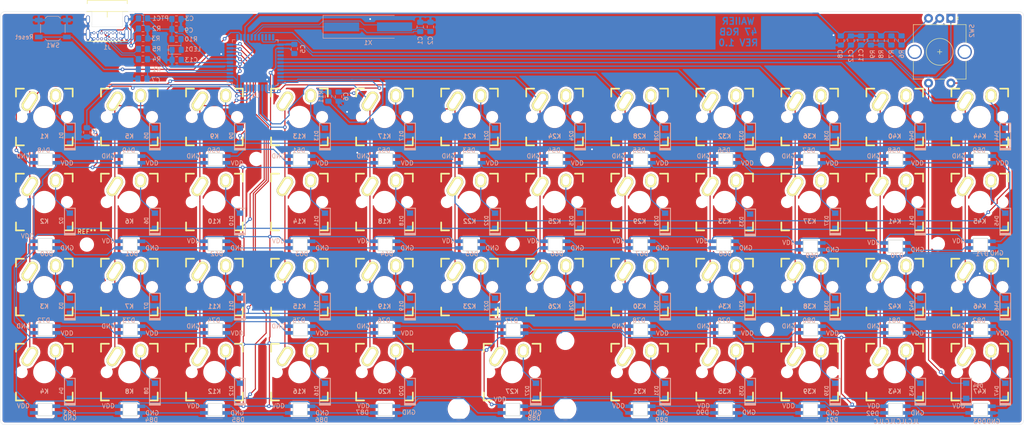
<source format=kicad_pcb>
(kicad_pcb (version 20171130) (host pcbnew "(5.1.0)-1")
  (layers (0 F.Cu signal) (31 B.Cu signal) (34 B.Paste user) (35 F.Paste user) (36 B.SilkS user) (37 F.SilkS user) (38 B.Mask user) (39 F.Mask user) (44 Edge.Cuts user))
  (net 0 "")
  (net 1 5V)
  (net 2 /ENCODER_BOUT)
  (net 3 /ENCODER_AOUT)
  (net 4 /ROW0)
  (net 5 "Net-(D1-Pad2)")
  (net 6 /ROW1)
  (net 7 "Net-(D2-Pad2)")
  (net 8 /ROW2)
  (net 9 "Net-(D3-Pad2)")
  (net 10 /ROW3)
  (net 11 "Net-(D4-Pad2)")
  (net 12 "Net-(D5-Pad2)")
  (net 13 "Net-(D6-Pad2)")
  (net 14 "Net-(D7-Pad2)")
  (net 15 "Net-(D8-Pad2)")
  (net 16 "Net-(D9-Pad2)")
  (net 17 "Net-(D10-Pad2)")
  (net 18 "Net-(D11-Pad2)")
  (net 19 "Net-(D12-Pad2)")
  (net 20 "Net-(D13-Pad2)")
  (net 21 "Net-(D14-Pad2)")
  (net 22 "Net-(D15-Pad2)")
  (net 23 "Net-(D16-Pad2)")
  (net 24 "Net-(D17-Pad2)")
  (net 25 "Net-(D18-Pad2)")
  (net 26 "Net-(D19-Pad2)")
  (net 27 "Net-(D20-Pad2)")
  (net 28 "Net-(D21-Pad2)")
  (net 29 "Net-(D22-Pad2)")
  (net 30 "Net-(D23-Pad2)")
  (net 31 "Net-(D24-Pad2)")
  (net 32 "Net-(D25-Pad2)")
  (net 33 "Net-(D26-Pad2)")
  (net 34 "Net-(D27-Pad2)")
  (net 35 "Net-(D28-Pad2)")
  (net 36 "Net-(D29-Pad2)")
  (net 37 "Net-(D30-Pad2)")
  (net 38 "Net-(D31-Pad2)")
  (net 39 "Net-(D32-Pad2)")
  (net 40 "Net-(D33-Pad2)")
  (net 41 "Net-(D34-Pad2)")
  (net 42 "Net-(D35-Pad2)")
  (net 43 "Net-(D36-Pad2)")
  (net 44 "Net-(D37-Pad2)")
  (net 45 "Net-(D38-Pad2)")
  (net 46 "Net-(D39-Pad2)")
  (net 47 "Net-(D40-Pad2)")
  (net 48 "Net-(D41-Pad2)")
  (net 49 "Net-(D42-Pad2)")
  (net 50 "Net-(D43-Pad2)")
  (net 51 "Net-(D44-Pad2)")
  (net 52 "Net-(D46-Pad2)")
  (net 53 "Net-(D48-Pad4)")
  (net 54 /RGB)
  (net 55 "Net-(D49-Pad4)")
  (net 56 "Net-(D50-Pad4)")
  (net 57 "Net-(D51-Pad4)")
  (net 58 "Net-(D52-Pad4)")
  (net 59 "Net-(D54-Pad4)")
  (net 60 "Net-(D56-Pad4)")
  (net 61 "Net-(D58-Pad4)")
  (net 62 "Net-(D60-Pad4)")
  (net 63 "Net-(D61-Pad2)")
  (net 64 "Net-(D63-Pad2)")
  (net 65 "Net-(D65-Pad2)")
  (net 66 "Net-(D67-Pad2)")
  (net 67 "Net-(D69-Pad2)")
  (net 68 "Net-(D73-Pad4)")
  (net 69 "Net-(D75-Pad4)")
  (net 70 "Net-(D77-Pad4)")
  (net 71 "Net-(D79-Pad4)")
  (net 72 "Net-(D81-Pad4)")
  (net 73 "Net-(D83-Pad4)")
  (net 74 "Net-(D84-Pad2)")
  (net 75 "Net-(D86-Pad2)")
  (net 76 "Net-(D88-Pad2)")
  (net 77 "Net-(D90-Pad2)")
  (net 78 /ENCODER_S1)
  (net 79 "Net-(J1-PadA5)")
  (net 80 VCC)
  (net 81 "Net-(J1-PadA8)")
  (net 82 "Net-(J1-PadB8)")
  (net 83 "Net-(J1-PadB5)")
  (net 84 /COL0)
  (net 85 /COL1)
  (net 86 /COL2)
  (net 87 /COL3)
  (net 88 /COL4)
  (net 89 /COL5)
  (net 90 /COL6)
  (net 91 /COL7)
  (net 92 /COL8)
  (net 93 /COL9)
  (net 94 /COL10)
  (net 95 /COL11)
  (net 96 "Net-(LED1-Pad2)")
  (net 97 /RESET)
  (net 98 /D-)
  (net 99 /D+)
  (net 100 /ENCODER_B)
  (net 101 /ENCODER_A)
  (net 102 "Net-(U1-Pad42)")
  (net 103 "Net-(U1-Pad26)")
  (net 104 "Net-(U1-Pad22)")
  (net 105 "Net-(U1-Pad21)")
  (net 106 "Net-(U1-Pad20)")
  (net 107 "Net-(U1-Pad12)")
  (net 108 "Net-(R11-Pad2)")
  (net 109 GND)
  (net 110 "Net-(D53-Pad4)")
  (net 111 "Net-(D55-Pad4)")
  (net 112 "Net-(D57-Pad4)")
  (net 113 "Net-(D59-Pad4)")
  (net 114 "Net-(D60-Pad2)")
  (net 115 "Net-(D62-Pad2)")
  (net 116 "Net-(D64-Pad2)")
  (net 117 "Net-(D66-Pad2)")
  (net 118 "Net-(D68-Pad2)")
  (net 119 "Net-(D70-Pad2)")
  (net 120 "Net-(D72-Pad4)")
  (net 121 "Net-(D74-Pad4)")
  (net 122 "Net-(D76-Pad4)")
  (net 123 "Net-(D78-Pad4)")
  (net 124 "Net-(D80-Pad4)")
  (net 125 "Net-(D82-Pad4)")
  (net 126 "Net-(D85-Pad2)")
  (net 127 "Net-(D87-Pad2)")
  (net 128 "Net-(D89-Pad2)")
  (net 129 "Net-(D91-Pad2)")
  (net 130 "Net-(D92-Pad2)")
  (net 131 "Net-(D83-Pad2)")
  (net 132 "Net-(D45-Pad2)")
  (net 133 "Net-(D47-Pad2)")
  (net 134 /XTAL_P)
  (net 135 /XTAL_N)
  (net 136 "Net-(U1-Pad25)")
  (net 137 "Net-(J1-PadA6)")
  (net 138 "Net-(J1-PadA7)")
  (net 139 "Net-(C13-Pad1)")
  (module keebs:Mx_Alps_100 (layer F.Cu) (at 131.445 75.057)
    (fp_text reference K23 (at 0 4.318) (layer B.SilkS) (effects (font (thickness 0.2)) (justify mirror)))
    (fp_text value KEYSW hide)
    (pad 2 thru_hole oval (at 2.52 -4.79 356.1) (size 2.5 3.08) (drill oval 1.5 2.08) (layers *.Cu *.Mask F.SilkS) (net 30 "Net-(D23-Pad2)"))
    (pad 1 thru_hole oval (at -3.255 -3.52 327.5) (size 2.5 4.75) (drill oval 1.5 3.75) (layers *.Cu *.Mask F.SilkS) (net 89 /COL5))
    (pad "" np_thru_hole circle (at 5.08 0) (size 1.7018 1.7018) (drill 1.7018) (layers *.Cu *.Mask))
    (pad "" np_thru_hole circle (at -5.08 0) (size 1.7018 1.7018) (drill 1.7018) (layers *.Cu *.Mask))
    (pad "" np_thru_hole circle (at 0 0) (size 3.9878 3.9878) (drill 3.9878) (layers *.Cu *.Mask))
  )
  (module keyboardlib:sk6812_mini_E_cuts (layer F.Cu) (at 138.732 83.868)
    (fp_text reference D77 (at 2.15 -1.31) (layer B.SilkS) (effects (justify mirror)))
    (fp_text value SK6812)
    (fp_line (start 0.9 -0.65) (end 0.9 2.15) (layer Edge.Cuts) (width 0.12))
    (fp_line (start 4.1 2.15) (end 0.9 2.15) (layer Edge.Cuts) (width 0.12))
    (fp_line (start 4.1 -0.65) (end 4.1 2.15) (layer Edge.Cuts) (width 0.12))
    (fp_line (start 0.9 -0.65) (end 4.1 -0.65) (layer Edge.Cuts) (width 0.12))
    (pad 4 smd rect (at 5 0) (size 1.8 0.82) (layers B.Cu B.Paste B.Mask) (net 70 "Net-(D77-Pad4)"))
    (pad 3 smd rect (at 5 1.5) (size 1.8 0.82) (layers B.Cu B.Paste B.Mask) (net 1 5V))
    (pad 2 smd rect (at 0 1.5) (size 1.8 0.82) (layers B.Cu B.Paste B.Mask) (net 122 "Net-(D76-Pad4)"))
    (pad 1 smd rect (at 0 0) (size 1.8 0.82) (layers B.Cu B.Paste B.Mask) (net 109 GND))
  )
  (module Capacitor_SMD:C_0805_2012Metric_Pad1.15x1.40mm_HandSolder (layer B.Cu) (at 216.882 19.818 270)
    (fp_text reference C12 (at 3.45 0 270) (layer B.SilkS) (effects (justify mirror)))
    (fp_text value 0.1u)
    (pad 2 smd roundrect (at 1.025 0 270) (size 1.15 1.4) (layers B.Cu B.Paste B.Mask) (roundrect_rratio 0.217391) (net 3 /ENCODER_AOUT))
    (pad 1 smd roundrect (at -1.025 0 270) (size 1.15 1.4) (layers B.Cu B.Paste B.Mask) (roundrect_rratio 0.217391) (net 109 GND))
  )
  (module Capacitor_SMD:C_0805_2012Metric_Pad1.15x1.40mm_HandSolder (layer B.Cu) (at 219.132 19.818 270)
    (fp_text reference C11 (at 3.3 0 270) (layer B.SilkS) (effects (justify mirror)))
    (fp_text value 0.1u)
    (pad 2 smd roundrect (at 1.025 0 270) (size 1.15 1.4) (layers B.Cu B.Paste B.Mask) (roundrect_rratio 0.217391) (net 2 /ENCODER_BOUT))
    (pad 1 smd roundrect (at -1.025 0 270) (size 1.15 1.4) (layers B.Cu B.Paste B.Mask) (roundrect_rratio 0.217391) (net 109 GND))
  )
  (module Capacitor_SMD:C_0805_2012Metric_Pad1.15x1.40mm_HandSolder (layer B.Cu) (at 214.632 19.818 90)
    (fp_text reference C8 (at -3 -0.15 90) (layer B.SilkS) (effects (justify mirror)))
    (fp_text value 0.1u)
    (pad 2 smd roundrect (at 1.025 0 90) (size 1.15 1.4) (layers B.Cu B.Paste B.Mask) (roundrect_rratio 0.217391) (net 1 5V))
    (pad 1 smd roundrect (at -1.025 0 90) (size 1.15 1.4) (layers B.Cu B.Paste B.Mask) (roundrect_rratio 0.217391) (net 109 GND))
  )
  (module Capacitor_SMD:C_0805_2012Metric_Pad1.15x1.40mm_HandSolder (layer B.Cu) (at 58.182 28.368)
    (fp_text reference C7 (at 3 0.3) (layer B.SilkS) (effects (justify mirror)))
    (fp_text value 0.1u)
    (pad 2 smd roundrect (at 1.025 0) (size 1.15 1.4) (layers B.Cu B.Paste B.Mask) (roundrect_rratio 0.217391) (net 1 5V))
    (pad 1 smd roundrect (at -1.025 0) (size 1.15 1.4) (layers B.Cu B.Paste B.Mask) (roundrect_rratio 0.217391) (net 109 GND))
  )
  (module Capacitor_SMD:C_0805_2012Metric_Pad1.15x1.40mm_HandSolder (layer B.Cu) (at 65.832 24.168 180)
    (fp_text reference C13 (at -3.3 0 180) (layer B.SilkS) (effects (justify mirror)))
    (fp_text value 1u)
    (pad 2 smd roundrect (at 1.025 0 180) (size 1.15 1.4) (layers B.Cu B.Paste B.Mask) (roundrect_rratio 0.217391) (net 109 GND))
    (pad 1 smd roundrect (at -1.025 0 180) (size 1.15 1.4) (layers B.Cu B.Paste B.Mask) (roundrect_rratio 0.217391) (net 139 "Net-(C13-Pad1)"))
  )
  (module Resistor_SMD:R_0805_2012Metric_Pad1.15x1.40mm_HandSolder (layer B.Cu) (at 58.332 19.368 180)
    (fp_text reference R3 (at -2.85 0 180) (layer B.SilkS) (effects (justify mirror)))
    (fp_text value 5.1k)
    (pad 2 smd roundrect (at 1.025 0 180) (size 1.15 1.4) (layers B.Cu B.Paste B.Mask) (roundrect_rratio 0.217391) (net 83 "Net-(J1-PadB5)"))
    (pad 1 smd roundrect (at -1.025 0 180) (size 1.15 1.4) (layers B.Cu B.Paste B.Mask) (roundrect_rratio 0.217391) (net 109 GND))
  )
  (module Capacitor_SMD:C_0805_2012Metric_Pad1.15x1.40mm_HandSolder (layer B.Cu) (at 65.786 17.272 180)
    (fp_text reference C9 (at -2.794 -0.254 180) (layer B.SilkS) (effects (justify mirror)))
    (fp_text value 10u)
    (pad 2 smd roundrect (at 1.025 0 180) (size 1.15 1.4) (layers B.Cu B.Paste B.Mask) (roundrect_rratio 0.217391) (net 1 5V))
    (pad 1 smd roundrect (at -1.025 0 180) (size 1.15 1.4) (layers B.Cu B.Paste B.Mask) (roundrect_rratio 0.217391) (net 109 GND))
  )
  (module Crystal:Crystal_SMD_HC49-SD_HandSoldering (layer B.Cu) (at 108.712 16.764)
    (fp_text reference X1 (at 0 3.55) (layer B.SilkS) (effects (justify mirror)))
    (fp_text value XTAL)
    (pad 2 smd rect (at 5.9375 0) (size 7.875 2) (layers B.Cu B.Paste B.Mask) (net 135 /XTAL_N))
    (pad 1 smd rect (at -5.9375 0) (size 7.875 2) (layers B.Cu B.Paste B.Mask) (net 134 /XTAL_P))
  )
  (module MountingHole:MountingHole_2.2mm_M2_DIN965 (layer F.Cu) (at 198.12 84.582)
    (fp_text reference "" (at 0 -2.9) (layer F.SilkS))
    (fp_text value MountingHole_2.2mm_M2_DIN965)
    (pad 1 np_thru_hole circle (at 0 0) (size 2.2 2.2) (drill 2.2) (layers *.Cu *.Mask))
  )
  (module MountingHole:MountingHole_2.2mm_M2_DIN965 (layer F.Cu) (at 198.12 46.482)
    (fp_text reference "" (at 0 -2.9) (layer F.SilkS))
    (fp_text value MountingHole_2.2mm_M2_DIN965)
    (pad 1 np_thru_hole circle (at 0 0) (size 2.2 2.2) (drill 2.2) (layers *.Cu *.Mask))
  )
  (module MountingHole:MountingHole_2.2mm_M2_DIN965 (layer F.Cu) (at 236.347 65.405)
    (fp_text reference "" (at 0 -2.9) (layer F.SilkS))
    (fp_text value MountingHole_2.2mm_M2_DIN965)
    (pad 1 np_thru_hole circle (at 0 0) (size 2.2 2.2) (drill 2.2) (layers *.Cu *.Mask))
  )
  (module MountingHole:MountingHole_2.2mm_M2_DIN965 (layer F.Cu) (at 141.097 65.405)
    (fp_text reference "" (at 0 -2.9) (layer F.SilkS))
    (fp_text value MountingHole_2.2mm_M2_DIN965)
    (pad 1 np_thru_hole circle (at 0 0) (size 2.2 2.2) (drill 2.2) (layers *.Cu *.Mask))
  )
  (module MountingHole:MountingHole_2.2mm_M2_DIN965 (layer F.Cu) (at 83.693 46.355)
    (fp_text reference "" (at 0 -2.9) (layer F.SilkS))
    (fp_text value MountingHole_2.2mm_M2_DIN965)
    (pad 1 np_thru_hole circle (at 0 0) (size 2.2 2.2) (drill 2.2) (layers *.Cu *.Mask))
  )
  (module MountingHole:MountingHole_2.2mm_M2_DIN965 (layer F.Cu) (at 83.82 84.582)
    (fp_text reference "" (at 0 -2.9) (layer F.SilkS))
    (fp_text value MountingHole_2.2mm_M2_DIN965)
    (pad 1 np_thru_hole circle (at 0 0) (size 2.2 2.2) (drill 2.2) (layers *.Cu *.Mask))
  )
  (module MountingHole:MountingHole_2.2mm_M2_DIN965 (layer F.Cu) (at 45.72 65.532)
    (fp_text reference REF** (at 0 -2.9) (layer F.SilkS))
    (fp_text value MountingHole_2.2mm_M2_DIN965)
    (pad 1 np_thru_hole circle (at 0 0) (size 2.2 2.2) (drill 2.2) (layers *.Cu *.Mask))
  )
  (module Package_QFP:LQFP-44_10x10mm_P0.8mm (layer B.Cu) (at 83.439 24.765)
    (fp_text reference U1 (at 0 7.35) (layer B.SilkS) (effects (justify mirror)))
    (fp_text value ATMEGA32U4)
    (pad 44 smd roundrect (at -4 5.6625) (size 0.55 1.475) (layers B.Cu B.Paste B.Mask) (net 1 5V))
    (pad 43 smd roundrect (at -3.2 5.6625) (size 0.55 1.475) (layers B.Cu B.Paste B.Mask) (net 109 GND))
    (pad 42 smd roundrect (at -2.4 5.6625) (size 0.55 1.475) (layers B.Cu B.Paste B.Mask) (net 102 "Net-(U1-Pad42)"))
    (pad 41 smd roundrect (at -1.6 5.6625) (size 0.55 1.475) (layers B.Cu B.Paste B.Mask) (net 84 /COL0))
    (pad 40 smd roundrect (at -0.8 5.6625) (size 0.55 1.475) (layers B.Cu B.Paste B.Mask) (net 85 /COL1))
    (pad 39 smd roundrect (at 0 5.6625) (size 0.55 1.475) (layers B.Cu B.Paste B.Mask) (net 86 /COL2))
    (pad 38 smd roundrect (at 0.8 5.6625) (size 0.55 1.475) (layers B.Cu B.Paste B.Mask) (net 87 /COL3))
    (pad 37 smd roundrect (at 1.6 5.6625) (size 0.55 1.475) (layers B.Cu B.Paste B.Mask) (net 88 /COL4))
    (pad 36 smd roundrect (at 2.4 5.6625) (size 0.55 1.475) (layers B.Cu B.Paste B.Mask) (net 89 /COL5))
    (pad 35 smd roundrect (at 3.2 5.6625) (size 0.55 1.475) (layers B.Cu B.Paste B.Mask) (net 109 GND))
    (pad 34 smd roundrect (at 4 5.6625) (size 0.55 1.475) (layers B.Cu B.Paste B.Mask) (net 1 5V))
    (pad 33 smd roundrect (at 5.6625 4) (size 1.475 0.55) (layers B.Cu B.Paste B.Mask) (net 108 "Net-(R11-Pad2)"))
    (pad 32 smd roundrect (at 5.6625 3.2) (size 1.475 0.55) (layers B.Cu B.Paste B.Mask) (net 90 /COL6))
    (pad 31 smd roundrect (at 5.6625 2.4) (size 1.475 0.55) (layers B.Cu B.Paste B.Mask) (net 91 /COL7))
    (pad 30 smd roundrect (at 5.6625 1.6) (size 1.475 0.55) (layers B.Cu B.Paste B.Mask) (net 92 /COL8))
    (pad 29 smd roundrect (at 5.6625 0.8) (size 1.475 0.55) (layers B.Cu B.Paste B.Mask) (net 93 /COL9))
    (pad 28 smd roundrect (at 5.6625 0) (size 1.475 0.55) (layers B.Cu B.Paste B.Mask) (net 94 /COL10))
    (pad 27 smd roundrect (at 5.6625 -0.8) (size 1.475 0.55) (layers B.Cu B.Paste B.Mask) (net 95 /COL11))
    (pad 26 smd roundrect (at 5.6625 -1.6) (size 1.475 0.55) (layers B.Cu B.Paste B.Mask) (net 103 "Net-(U1-Pad26)"))
    (pad 25 smd roundrect (at 5.6625 -2.4) (size 1.475 0.55) (layers B.Cu B.Paste B.Mask) (net 136 "Net-(U1-Pad25)"))
    (pad 24 smd roundrect (at 5.6625 -3.2) (size 1.475 0.55) (layers B.Cu B.Paste B.Mask) (net 1 5V))
    (pad 23 smd roundrect (at 5.6625 -4) (size 1.475 0.55) (layers B.Cu B.Paste B.Mask) (net 109 GND))
    (pad 22 smd roundrect (at 4 -5.6625) (size 0.55 1.475) (layers B.Cu B.Paste B.Mask) (net 104 "Net-(U1-Pad22)"))
    (pad 21 smd roundrect (at 3.2 -5.6625) (size 0.55 1.475) (layers B.Cu B.Paste B.Mask) (net 105 "Net-(U1-Pad21)"))
    (pad 20 smd roundrect (at 2.4 -5.6625) (size 0.55 1.475) (layers B.Cu B.Paste B.Mask) (net 106 "Net-(U1-Pad20)"))
    (pad 19 smd roundrect (at 1.6 -5.6625) (size 0.55 1.475) (layers B.Cu B.Paste B.Mask) (net 2 /ENCODER_BOUT))
    (pad 18 smd roundrect (at 0.8 -5.6625) (size 0.55 1.475) (layers B.Cu B.Paste B.Mask) (net 3 /ENCODER_AOUT))
    (pad 17 smd roundrect (at 0 -5.6625) (size 0.55 1.475) (layers B.Cu B.Paste B.Mask) (net 134 /XTAL_P))
    (pad 16 smd roundrect (at -0.8 -5.6625) (size 0.55 1.475) (layers B.Cu B.Paste B.Mask) (net 135 /XTAL_N))
    (pad 15 smd roundrect (at -1.6 -5.6625) (size 0.55 1.475) (layers B.Cu B.Paste B.Mask) (net 109 GND))
    (pad 14 smd roundrect (at -2.4 -5.6625) (size 0.55 1.475) (layers B.Cu B.Paste B.Mask) (net 1 5V))
    (pad 13 smd roundrect (at -3.2 -5.6625) (size 0.55 1.475) (layers B.Cu B.Paste B.Mask) (net 97 /RESET))
    (pad 12 smd roundrect (at -4 -5.6625) (size 0.55 1.475) (layers B.Cu B.Paste B.Mask) (net 107 "Net-(U1-Pad12)"))
    (pad 11 smd roundrect (at -5.6625 -4) (size 1.475 0.55) (layers B.Cu B.Paste B.Mask) (net 10 /ROW3))
    (pad 10 smd roundrect (at -5.6625 -3.2) (size 1.475 0.55) (layers B.Cu B.Paste B.Mask) (net 8 /ROW2))
    (pad 9 smd roundrect (at -5.6625 -2.4) (size 1.475 0.55) (layers B.Cu B.Paste B.Mask) (net 6 /ROW1))
    (pad 8 smd roundrect (at -5.6625 -1.6) (size 1.475 0.55) (layers B.Cu B.Paste B.Mask) (net 4 /ROW0))
    (pad 7 smd roundrect (at -5.6625 -0.8) (size 1.475 0.55) (layers B.Cu B.Paste B.Mask) (net 1 5V))
    (pad 6 smd roundrect (at -5.6625 0) (size 1.475 0.55) (layers B.Cu B.Paste B.Mask) (net 139 "Net-(C13-Pad1)"))
    (pad 5 smd roundrect (at -5.6625 0.8) (size 1.475 0.55) (layers B.Cu B.Paste B.Mask) (net 109 GND))
    (pad 4 smd roundrect (at -5.6625 1.6) (size 1.475 0.55) (layers B.Cu B.Paste B.Mask) (net 99 /D+))
    (pad 3 smd roundrect (at -5.6625 2.4) (size 1.475 0.55) (layers B.Cu B.Paste B.Mask) (net 98 /D-))
    (pad 2 smd roundrect (at -5.6625 3.2) (size 1.475 0.55) (layers B.Cu B.Paste B.Mask) (net 1 5V))
    (pad 1 smd roundrect (at -5.6625 4) (size 1.475 0.55) (layers B.Cu B.Paste B.Mask) (net 54 /RGB))
  )
  (module Rotary_Encoder:RotaryEncoder_Alps_EC11E-Switch_Vertical_H20mm_CircularMountingHoles (layer F.Cu) (at 239.268 14.859 270)
    (fp_text reference SW2 (at 2.8 -4.7 270) (layer B.SilkS) (effects (justify mirror)))
    (fp_text value Rotary_Encoder_Switch)
    (pad A thru_hole rect (at 0 0 270) (size 2 2) (drill 1) (layers *.Cu *.Mask) (net 101 /ENCODER_A))
    (pad C thru_hole circle (at 0 2.5 270) (size 2 2) (drill 1) (layers *.Cu *.Mask) (net 109 GND))
    (pad B thru_hole circle (at 0 5 270) (size 2 2) (drill 1) (layers *.Cu *.Mask) (net 100 /ENCODER_B))
    (pad MP thru_hole circle (at 7.5 -3.1 270) (size 3.2 3.2) (drill 2.6) (layers *.Cu *.Mask))
    (pad MP thru_hole circle (at 7.5 8.1 270) (size 3.2 3.2) (drill 2.6) (layers *.Cu *.Mask))
    (pad S2 thru_hole circle (at 14.5 0 270) (size 2 2) (drill 1) (layers *.Cu *.Mask) (net 89 /COL5))
    (pad S1 thru_hole circle (at 14.5 5 270) (size 2 2) (drill 1) (layers *.Cu *.Mask) (net 78 /ENCODER_S1))
  )
  (module keebs:Mx_Alps_100 (layer F.Cu) (at 36.195 75.057)
    (fp_text reference K3 (at 0 4.318) (layer B.SilkS) (effects (font (thickness 0.2)) (justify mirror)))
    (fp_text value KEYSW hide)
    (pad 2 thru_hole oval (at 2.52 -4.79 356.1) (size 2.5 3.08) (drill oval 1.5 2.08) (layers *.Cu *.Mask F.SilkS) (net 9 "Net-(D3-Pad2)"))
    (pad 1 thru_hole oval (at -3.255 -3.52 327.5) (size 2.5 4.75) (drill oval 1.5 3.75) (layers *.Cu *.Mask F.SilkS) (net 84 /COL0))
    (pad "" np_thru_hole circle (at 5.08 0) (size 1.7018 1.7018) (drill 1.7018) (layers *.Cu *.Mask))
    (pad "" np_thru_hole circle (at -5.08 0) (size 1.7018 1.7018) (drill 1.7018) (layers *.Cu *.Mask))
    (pad "" np_thru_hole circle (at 0 0) (size 3.9878 3.9878) (drill 3.9878) (layers *.Cu *.Mask))
  )
  (module keyboardlib:sk6812_mini_E_cuts (layer F.Cu) (at 76.962 66.294 180)
    (fp_text reference D62 (at 2.15 -1.31 180) (layer B.SilkS) (effects (justify mirror)))
    (fp_text value SK6812)
    (fp_text user VDD (at 7.38 1.57 180) (layer B.SilkS))
    (fp_text user GND (at -2.44 -0.01 180) (layer B.SilkS) (effects (justify mirror)))
    (fp_line (start 0.9 -0.65) (end 0.9 2.15) (layer Edge.Cuts) (width 0.12))
    (fp_line (start 4.1 2.15) (end 0.9 2.15) (layer Edge.Cuts) (width 0.12))
    (fp_line (start 4.1 -0.65) (end 4.1 2.15) (layer Edge.Cuts) (width 0.12))
    (fp_line (start 0.9 -0.65) (end 4.1 -0.65) (layer Edge.Cuts) (width 0.12))
    (pad 4 smd rect (at 5 0 180) (size 1.8 0.82) (layers B.Cu B.Paste B.Mask) (net 63 "Net-(D61-Pad2)"))
    (pad 3 smd rect (at 5 1.5 180) (size 1.8 0.82) (layers B.Cu B.Paste B.Mask) (net 1 5V))
    (pad 2 smd rect (at 0 1.5 180) (size 1.8 0.82) (layers B.Cu B.Paste B.Mask) (net 115 "Net-(D62-Pad2)"))
    (pad 1 smd rect (at 0 0 180) (size 1.8 0.82) (layers B.Cu B.Paste B.Mask) (net 109 GND))
  )
  (module keyboardlib:sk6812_mini_E_cuts (layer F.Cu) (at 76.962 103.251 180)
    (fp_text reference D85 (at -2.667 -1.524 180) (layer B.SilkS) (effects (justify mirror)))
    (fp_text value SK6812)
    (fp_text user VDD (at 7.38 1.57 180) (layer B.SilkS))
    (fp_text user GND (at -2.44 -0.01 180) (layer B.SilkS) (effects (justify mirror)))
    (fp_line (start 0.9 -0.65) (end 0.9 2.15) (layer Edge.Cuts) (width 0.12))
    (fp_line (start 4.1 2.15) (end 0.9 2.15) (layer Edge.Cuts) (width 0.12))
    (fp_line (start 4.1 -0.65) (end 4.1 2.15) (layer Edge.Cuts) (width 0.12))
    (fp_line (start 0.9 -0.65) (end 4.1 -0.65) (layer Edge.Cuts) (width 0.12))
    (pad 4 smd rect (at 5 0 180) (size 1.8 0.82) (layers B.Cu B.Paste B.Mask) (net 74 "Net-(D84-Pad2)"))
    (pad 3 smd rect (at 5 1.5 180) (size 1.8 0.82) (layers B.Cu B.Paste B.Mask) (net 1 5V))
    (pad 2 smd rect (at 0 1.5 180) (size 1.8 0.82) (layers B.Cu B.Paste B.Mask) (net 126 "Net-(D85-Pad2)"))
    (pad 1 smd rect (at 0 0 180) (size 1.8 0.82) (layers B.Cu B.Paste B.Mask) (net 109 GND))
  )
  (module keyboard_parts:D_SOD123 (layer B.Cu) (at 242.697 98.298 90)
    (fp_text reference D94 (at 1.143 2.667 180) (layer B.SilkS) (effects (font (size 0.8 0.8)) (justify mirror)))
    (fp_text value D hide)
    (pad 1 smd rect (at -1.7 0 90) (size 1.2 1.4) (layers B.Cu B.Paste B.Mask) (net 10 /ROW3))
    (pad 2 smd rect (at 1.7 0 90) (size 1.2 1.4) (layers B.Cu B.Paste B.Mask) (net 78 /ENCODER_S1))
  )
  (module Button_Switch_SMD:SW_SPST_TL3342 (layer B.Cu) (at 38.1 17.145)
    (fp_text reference SW1 (at 0 3.75) (layer B.SilkS) (effects (justify mirror)))
    (fp_text value SW_PUSH)
    (pad 2 smd rect (at 3.15 -1.9) (size 1.7 1) (layers B.Cu B.Paste B.Mask) (net 109 GND))
    (pad 2 smd rect (at -3.15 -1.9) (size 1.7 1) (layers B.Cu B.Paste B.Mask) (net 109 GND))
    (pad 1 smd rect (at 3.15 1.9) (size 1.7 1) (layers B.Cu B.Paste B.Mask) (net 97 /RESET))
    (pad 1 smd rect (at -3.15 1.9) (size 1.7 1) (layers B.Cu B.Paste B.Mask) (net 97 /RESET))
  )
  (module Resistor_SMD:R_0805_2012Metric_Pad1.15x1.40mm_HandSolder (layer B.Cu) (at 99.822 32.385 270)
    (fp_text reference R11 (at 0 1.65 270) (layer B.SilkS) (effects (justify mirror)))
    (fp_text value 10k)
    (pad 2 smd roundrect (at 1.025 0 270) (size 1.15 1.4) (layers B.Cu B.Paste B.Mask) (roundrect_rratio 0.217391) (net 108 "Net-(R11-Pad2)"))
    (pad 1 smd roundrect (at -1.025 0 270) (size 1.15 1.4) (layers B.Cu B.Paste B.Mask) (roundrect_rratio 0.217391) (net 109 GND))
  )
  (module Resistor_SMD:R_0805_2012Metric_Pad1.15x1.40mm_HandSolder (layer B.Cu) (at 65.786 19.518)
    (fp_text reference R10 (at 3.302 0) (layer B.SilkS) (effects (justify mirror)))
    (fp_text value 220)
    (pad 2 smd roundrect (at 1.025 0) (size 1.15 1.4) (layers B.Cu B.Paste B.Mask) (roundrect_rratio 0.217391) (net 96 "Net-(LED1-Pad2)"))
    (pad 1 smd roundrect (at -1.025 0) (size 1.15 1.4) (layers B.Cu B.Paste B.Mask) (roundrect_rratio 0.217391) (net 1 5V))
  )
  (module Resistor_SMD:R_0805_2012Metric_Pad1.15x1.40mm_HandSolder (layer B.Cu) (at 221.361 19.812 270)
    (fp_text reference R9 (at 3.048 -0.381 270) (layer B.SilkS) (effects (justify mirror)))
    (fp_text value 10k)
    (pad 2 smd roundrect (at 1.025 0 270) (size 1.15 1.4) (layers B.Cu B.Paste B.Mask) (roundrect_rratio 0.217391) (net 101 /ENCODER_A))
    (pad 1 smd roundrect (at -1.025 0 270) (size 1.15 1.4) (layers B.Cu B.Paste B.Mask) (roundrect_rratio 0.217391) (net 3 /ENCODER_AOUT))
  )
  (module Resistor_SMD:R_0805_2012Metric_Pad1.15x1.40mm_HandSolder (layer B.Cu) (at 223.647 19.812 90)
    (fp_text reference R8 (at -3.048 0 90) (layer B.SilkS) (effects (justify mirror)))
    (fp_text value 10k)
    (pad 2 smd roundrect (at 1.025 0 90) (size 1.15 1.4) (layers B.Cu B.Paste B.Mask) (roundrect_rratio 0.217391) (net 1 5V))
    (pad 1 smd roundrect (at -1.025 0 90) (size 1.15 1.4) (layers B.Cu B.Paste B.Mask) (roundrect_rratio 0.217391) (net 101 /ENCODER_A))
  )
  (module Resistor_SMD:R_0805_2012Metric_Pad1.15x1.40mm_HandSolder (layer B.Cu) (at 225.933 19.812 90)
    (fp_text reference R7 (at -3.048 0 90) (layer B.SilkS) (effects (justify mirror)))
    (fp_text value 10k)
    (pad 2 smd roundrect (at 1.025 0 90) (size 1.15 1.4) (layers B.Cu B.Paste B.Mask) (roundrect_rratio 0.217391) (net 100 /ENCODER_B))
    (pad 1 smd roundrect (at -1.025 0 90) (size 1.15 1.4) (layers B.Cu B.Paste B.Mask) (roundrect_rratio 0.217391) (net 2 /ENCODER_BOUT))
  )
  (module Resistor_SMD:R_0805_2012Metric_Pad1.15x1.40mm_HandSolder (layer B.Cu) (at 228.219 19.812 90)
    (fp_text reference R6 (at -3.048 0 90) (layer B.SilkS) (effects (justify mirror)))
    (fp_text value 10k)
    (pad 2 smd roundrect (at 1.025 0 90) (size 1.15 1.4) (layers B.Cu B.Paste B.Mask) (roundrect_rratio 0.217391) (net 1 5V))
    (pad 1 smd roundrect (at -1.025 0 90) (size 1.15 1.4) (layers B.Cu B.Paste B.Mask) (roundrect_rratio 0.217391) (net 100 /ENCODER_B))
  )
  (module Resistor_SMD:R_0805_2012Metric_Pad1.15x1.40mm_HandSolder (layer B.Cu) (at 58.293 21.717 180)
    (fp_text reference R5 (at -3.048 0 180) (layer B.SilkS) (effects (justify mirror)))
    (fp_text value 22)
    (pad 2 smd roundrect (at 1.025 0 180) (size 1.15 1.4) (layers B.Cu B.Paste B.Mask) (roundrect_rratio 0.217391) (net 137 "Net-(J1-PadA6)"))
    (pad 1 smd roundrect (at -1.025 0 180) (size 1.15 1.4) (layers B.Cu B.Paste B.Mask) (roundrect_rratio 0.217391) (net 99 /D+))
  )
  (module Resistor_SMD:R_0805_2012Metric_Pad1.15x1.40mm_HandSolder (layer B.Cu) (at 58.293 24.003 180)
    (fp_text reference R4 (at -3.048 0 180) (layer B.SilkS) (effects (justify mirror)))
    (fp_text value 22)
    (pad 2 smd roundrect (at 1.025 0 180) (size 1.15 1.4) (layers B.Cu B.Paste B.Mask) (roundrect_rratio 0.217391) (net 138 "Net-(J1-PadA7)"))
    (pad 1 smd roundrect (at -1.025 0 180) (size 1.15 1.4) (layers B.Cu B.Paste B.Mask) (roundrect_rratio 0.217391) (net 98 /D-))
  )
  (module Resistor_SMD:R_0805_2012Metric_Pad1.15x1.40mm_HandSolder (layer B.Cu) (at 58.293 17.145 180)
    (fp_text reference R2 (at -3.048 0 180) (layer B.SilkS) (effects (justify mirror)))
    (fp_text value 5.1k)
    (pad 2 smd roundrect (at 1.025 0 180) (size 1.15 1.4) (layers B.Cu B.Paste B.Mask) (roundrect_rratio 0.217391) (net 79 "Net-(J1-PadA5)"))
    (pad 1 smd roundrect (at -1.025 0 180) (size 1.15 1.4) (layers B.Cu B.Paste B.Mask) (roundrect_rratio 0.217391) (net 109 GND))
  )
  (module Resistor_SMD:R_0805_2012Metric_Pad1.15x1.40mm_HandSolder (layer B.Cu) (at 58.293 26.289 180)
    (fp_text reference R1 (at -3.048 0 180) (layer B.SilkS) (effects (justify mirror)))
    (fp_text value 10k)
    (pad 2 smd roundrect (at 1.025 0 180) (size 1.15 1.4) (layers B.Cu B.Paste B.Mask) (roundrect_rratio 0.217391) (net 97 /RESET))
    (pad 1 smd roundrect (at -1.025 0 180) (size 1.15 1.4) (layers B.Cu B.Paste B.Mask) (roundrect_rratio 0.217391) (net 1 5V))
  )
  (module Fuse:Fuse_0805_2012Metric_Pad1.15x1.40mm_HandSolder (layer B.Cu) (at 58.293 14.859)
    (fp_text reference PTC1 (at 3.928 0 180) (layer B.SilkS) (effects (justify mirror)))
    (fp_text value "PTC 1.5A")
    (pad 2 smd roundrect (at 1.025 0) (size 1.15 1.4) (layers B.Cu B.Paste B.Mask) (roundrect_rratio 0.217391) (net 1 5V))
    (pad 1 smd roundrect (at -1.025 0) (size 1.15 1.4) (layers B.Cu B.Paste B.Mask) (roundrect_rratio 0.217391) (net 80 VCC))
  )
  (module LED_SMD:LED_0805_2012Metric_Pad1.15x1.40mm_HandSolder (layer B.Cu) (at 65.832 21.918)
    (fp_text reference LED1 (at 3.6 -0.15) (layer B.SilkS) (effects (justify mirror)))
    (fp_text value LED)
    (pad 2 smd roundrect (at 1.025 0) (size 1.15 1.4) (layers B.Cu B.Paste B.Mask) (roundrect_rratio 0.217391) (net 96 "Net-(LED1-Pad2)"))
    (pad 1 smd roundrect (at -1.025 0) (size 1.15 1.4) (layers B.Cu B.Paste B.Mask) (roundrect_rratio 0.217391) (net 109 GND))
  )
  (module keebs:Mx_Alps_100 (layer F.Cu) (at 245.745 94.107)
    (fp_text reference K47 (at 0 4.318) (layer B.SilkS) (effects (font (thickness 0.2)) (justify mirror)))
    (fp_text value KEYSW hide)
    (pad 2 thru_hole oval (at 2.52 -4.79 356.1) (size 2.5 3.08) (drill oval 1.5 2.08) (layers *.Cu *.Mask F.SilkS) (net 133 "Net-(D47-Pad2)"))
    (pad 1 thru_hole oval (at -3.255 -3.52 327.5) (size 2.5 4.75) (drill oval 1.5 3.75) (layers *.Cu *.Mask F.SilkS) (net 95 /COL11))
    (pad "" np_thru_hole circle (at 5.08 0) (size 1.7018 1.7018) (drill 1.7018) (layers *.Cu *.Mask))
    (pad "" np_thru_hole circle (at -5.08 0) (size 1.7018 1.7018) (drill 1.7018) (layers *.Cu *.Mask))
    (pad "" np_thru_hole circle (at 0 0) (size 3.9878 3.9878) (drill 3.9878) (layers *.Cu *.Mask))
  )
  (module keebs:Mx_Alps_100 (layer F.Cu) (at 245.745 75.057)
    (fp_text reference K46 (at 0 4.318) (layer B.SilkS) (effects (font (thickness 0.2)) (justify mirror)))
    (fp_text value KEYSW hide)
    (pad 2 thru_hole oval (at 2.52 -4.79 356.1) (size 2.5 3.08) (drill oval 1.5 2.08) (layers *.Cu *.Mask F.SilkS) (net 52 "Net-(D46-Pad2)"))
    (pad 1 thru_hole oval (at -3.255 -3.52 327.5) (size 2.5 4.75) (drill oval 1.5 3.75) (layers *.Cu *.Mask F.SilkS) (net 95 /COL11))
    (pad "" np_thru_hole circle (at 5.08 0) (size 1.7018 1.7018) (drill 1.7018) (layers *.Cu *.Mask))
    (pad "" np_thru_hole circle (at -5.08 0) (size 1.7018 1.7018) (drill 1.7018) (layers *.Cu *.Mask))
    (pad "" np_thru_hole circle (at 0 0) (size 3.9878 3.9878) (drill 3.9878) (layers *.Cu *.Mask))
  )
  (module keebs:Mx_Alps_100 (layer F.Cu) (at 245.745 56.007)
    (fp_text reference K45 (at 0 4.318) (layer B.SilkS) (effects (font (thickness 0.2)) (justify mirror)))
    (fp_text value KEYSW hide)
    (pad 2 thru_hole oval (at 2.52 -4.79 356.1) (size 2.5 3.08) (drill oval 1.5 2.08) (layers *.Cu *.Mask F.SilkS) (net 132 "Net-(D45-Pad2)"))
    (pad 1 thru_hole oval (at -3.255 -3.52 327.5) (size 2.5 4.75) (drill oval 1.5 3.75) (layers *.Cu *.Mask F.SilkS) (net 95 /COL11))
    (pad "" np_thru_hole circle (at 5.08 0) (size 1.7018 1.7018) (drill 1.7018) (layers *.Cu *.Mask))
    (pad "" np_thru_hole circle (at -5.08 0) (size 1.7018 1.7018) (drill 1.7018) (layers *.Cu *.Mask))
    (pad "" np_thru_hole circle (at 0 0) (size 3.9878 3.9878) (drill 3.9878) (layers *.Cu *.Mask))
  )
  (module keebs:Mx_Alps_100 (layer F.Cu) (at 245.745 36.957)
    (fp_text reference K44 (at 0 4.318) (layer B.SilkS) (effects (font (thickness 0.2)) (justify mirror)))
    (fp_text value KEYSW hide)
    (pad 2 thru_hole oval (at 2.52 -4.79 356.1) (size 2.5 3.08) (drill oval 1.5 2.08) (layers *.Cu *.Mask F.SilkS) (net 51 "Net-(D44-Pad2)"))
    (pad 1 thru_hole oval (at -3.255 -3.52 327.5) (size 2.5 4.75) (drill oval 1.5 3.75) (layers *.Cu *.Mask F.SilkS) (net 95 /COL11))
    (pad "" np_thru_hole circle (at 5.08 0) (size 1.7018 1.7018) (drill 1.7018) (layers *.Cu *.Mask))
    (pad "" np_thru_hole circle (at -5.08 0) (size 1.7018 1.7018) (drill 1.7018) (layers *.Cu *.Mask))
    (pad "" np_thru_hole circle (at 0 0) (size 3.9878 3.9878) (drill 3.9878) (layers *.Cu *.Mask))
  )
  (module keebs:Mx_Alps_100 (layer F.Cu) (at 226.695 94.107)
    (fp_text reference K43 (at 0 4.318) (layer B.SilkS) (effects (font (thickness 0.2)) (justify mirror)))
    (fp_text value KEYSW hide)
    (pad 2 thru_hole oval (at 2.52 -4.79 356.1) (size 2.5 3.08) (drill oval 1.5 2.08) (layers *.Cu *.Mask F.SilkS) (net 50 "Net-(D43-Pad2)"))
    (pad 1 thru_hole oval (at -3.255 -3.52 327.5) (size 2.5 4.75) (drill oval 1.5 3.75) (layers *.Cu *.Mask F.SilkS) (net 94 /COL10))
    (pad "" np_thru_hole circle (at 5.08 0) (size 1.7018 1.7018) (drill 1.7018) (layers *.Cu *.Mask))
    (pad "" np_thru_hole circle (at -5.08 0) (size 1.7018 1.7018) (drill 1.7018) (layers *.Cu *.Mask))
    (pad "" np_thru_hole circle (at 0 0) (size 3.9878 3.9878) (drill 3.9878) (layers *.Cu *.Mask))
  )
  (module keebs:Mx_Alps_100 (layer F.Cu) (at 226.695 75.057)
    (fp_text reference K42 (at 0 4.318) (layer B.SilkS) (effects (font (thickness 0.2)) (justify mirror)))
    (fp_text value KEYSW hide)
    (pad 2 thru_hole oval (at 2.52 -4.79 356.1) (size 2.5 3.08) (drill oval 1.5 2.08) (layers *.Cu *.Mask F.SilkS) (net 49 "Net-(D42-Pad2)"))
    (pad 1 thru_hole oval (at -3.255 -3.52 327.5) (size 2.5 4.75) (drill oval 1.5 3.75) (layers *.Cu *.Mask F.SilkS) (net 94 /COL10))
    (pad "" np_thru_hole circle (at 5.08 0) (size 1.7018 1.7018) (drill 1.7018) (layers *.Cu *.Mask))
    (pad "" np_thru_hole circle (at -5.08 0) (size 1.7018 1.7018) (drill 1.7018) (layers *.Cu *.Mask))
    (pad "" np_thru_hole circle (at 0 0) (size 3.9878 3.9878) (drill 3.9878) (layers *.Cu *.Mask))
  )
  (module keebs:Mx_Alps_100 (layer F.Cu) (at 226.695 56.007)
    (fp_text reference K41 (at 0 4.318) (layer B.SilkS) (effects (font (thickness 0.2)) (justify mirror)))
    (fp_text value KEYSW hide)
    (pad 2 thru_hole oval (at 2.52 -4.79 356.1) (size 2.5 3.08) (drill oval 1.5 2.08) (layers *.Cu *.Mask F.SilkS) (net 48 "Net-(D41-Pad2)"))
    (pad 1 thru_hole oval (at -3.255 -3.52 327.5) (size 2.5 4.75) (drill oval 1.5 3.75) (layers *.Cu *.Mask F.SilkS) (net 94 /COL10))
    (pad "" np_thru_hole circle (at 5.08 0) (size 1.7018 1.7018) (drill 1.7018) (layers *.Cu *.Mask))
    (pad "" np_thru_hole circle (at -5.08 0) (size 1.7018 1.7018) (drill 1.7018) (layers *.Cu *.Mask))
    (pad "" np_thru_hole circle (at 0 0) (size 3.9878 3.9878) (drill 3.9878) (layers *.Cu *.Mask))
  )
  (module keebs:Mx_Alps_100 (layer F.Cu) (at 226.695 36.957)
    (fp_text reference K40 (at 0 4.318) (layer B.SilkS) (effects (font (thickness 0.2)) (justify mirror)))
    (fp_text value KEYSW hide)
    (pad 2 thru_hole oval (at 2.52 -4.79 356.1) (size 2.5 3.08) (drill oval 1.5 2.08) (layers *.Cu *.Mask F.SilkS) (net 47 "Net-(D40-Pad2)"))
    (pad 1 thru_hole oval (at -3.255 -3.52 327.5) (size 2.5 4.75) (drill oval 1.5 3.75) (layers *.Cu *.Mask F.SilkS) (net 94 /COL10))
    (pad "" np_thru_hole circle (at 5.08 0) (size 1.7018 1.7018) (drill 1.7018) (layers *.Cu *.Mask))
    (pad "" np_thru_hole circle (at -5.08 0) (size 1.7018 1.7018) (drill 1.7018) (layers *.Cu *.Mask))
    (pad "" np_thru_hole circle (at 0 0) (size 3.9878 3.9878) (drill 3.9878) (layers *.Cu *.Mask))
  )
  (module keebs:Mx_Alps_100 (layer F.Cu) (at 207.645 94.107)
    (fp_text reference K39 (at 0 4.318) (layer B.SilkS) (effects (font (thickness 0.2)) (justify mirror)))
    (fp_text value KEYSW hide)
    (pad 2 thru_hole oval (at 2.52 -4.79 356.1) (size 2.5 3.08) (drill oval 1.5 2.08) (layers *.Cu *.Mask F.SilkS) (net 46 "Net-(D39-Pad2)"))
    (pad 1 thru_hole oval (at -3.255 -3.52 327.5) (size 2.5 4.75) (drill oval 1.5 3.75) (layers *.Cu *.Mask F.SilkS) (net 93 /COL9))
    (pad "" np_thru_hole circle (at 5.08 0) (size 1.7018 1.7018) (drill 1.7018) (layers *.Cu *.Mask))
    (pad "" np_thru_hole circle (at -5.08 0) (size 1.7018 1.7018) (drill 1.7018) (layers *.Cu *.Mask))
    (pad "" np_thru_hole circle (at 0 0) (size 3.9878 3.9878) (drill 3.9878) (layers *.Cu *.Mask))
  )
  (module keebs:Mx_Alps_100 (layer F.Cu) (at 207.645 75.057)
    (fp_text reference K38 (at 0 4.318) (layer B.SilkS) (effects (font (thickness 0.2)) (justify mirror)))
    (fp_text value KEYSW hide)
    (pad 2 thru_hole oval (at 2.52 -4.79 356.1) (size 2.5 3.08) (drill oval 1.5 2.08) (layers *.Cu *.Mask F.SilkS) (net 45 "Net-(D38-Pad2)"))
    (pad 1 thru_hole oval (at -3.255 -3.52 327.5) (size 2.5 4.75) (drill oval 1.5 3.75) (layers *.Cu *.Mask F.SilkS) (net 93 /COL9))
    (pad "" np_thru_hole circle (at 5.08 0) (size 1.7018 1.7018) (drill 1.7018) (layers *.Cu *.Mask))
    (pad "" np_thru_hole circle (at -5.08 0) (size 1.7018 1.7018) (drill 1.7018) (layers *.Cu *.Mask))
    (pad "" np_thru_hole circle (at 0 0) (size 3.9878 3.9878) (drill 3.9878) (layers *.Cu *.Mask))
  )
  (module keebs:Mx_Alps_100 (layer F.Cu) (at 207.645 56.007)
    (fp_text reference K37 (at 0 4.318) (layer B.SilkS) (effects (font (thickness 0.2)) (justify mirror)))
    (fp_text value KEYSW hide)
    (pad 2 thru_hole oval (at 2.52 -4.79 356.1) (size 2.5 3.08) (drill oval 1.5 2.08) (layers *.Cu *.Mask F.SilkS) (net 44 "Net-(D37-Pad2)"))
    (pad 1 thru_hole oval (at -3.255 -3.52 327.5) (size 2.5 4.75) (drill oval 1.5 3.75) (layers *.Cu *.Mask F.SilkS) (net 93 /COL9))
    (pad "" np_thru_hole circle (at 5.08 0) (size 1.7018 1.7018) (drill 1.7018) (layers *.Cu *.Mask))
    (pad "" np_thru_hole circle (at -5.08 0) (size 1.7018 1.7018) (drill 1.7018) (layers *.Cu *.Mask))
    (pad "" np_thru_hole circle (at 0 0) (size 3.9878 3.9878) (drill 3.9878) (layers *.Cu *.Mask))
  )
  (module keebs:Mx_Alps_100 (layer F.Cu) (at 207.645 36.957)
    (fp_text reference K36 (at 0 4.318) (layer B.SilkS) (effects (font (thickness 0.2)) (justify mirror)))
    (fp_text value KEYSW hide)
    (pad 2 thru_hole oval (at 2.52 -4.79 356.1) (size 2.5 3.08) (drill oval 1.5 2.08) (layers *.Cu *.Mask F.SilkS) (net 43 "Net-(D36-Pad2)"))
    (pad 1 thru_hole oval (at -3.255 -3.52 327.5) (size 2.5 4.75) (drill oval 1.5 3.75) (layers *.Cu *.Mask F.SilkS) (net 93 /COL9))
    (pad "" np_thru_hole circle (at 5.08 0) (size 1.7018 1.7018) (drill 1.7018) (layers *.Cu *.Mask))
    (pad "" np_thru_hole circle (at -5.08 0) (size 1.7018 1.7018) (drill 1.7018) (layers *.Cu *.Mask))
    (pad "" np_thru_hole circle (at 0 0) (size 3.9878 3.9878) (drill 3.9878) (layers *.Cu *.Mask))
  )
  (module keebs:Mx_Alps_100 (layer F.Cu) (at 188.595 94.107)
    (fp_text reference K35 (at 0 4.318) (layer B.SilkS) (effects (font (thickness 0.2)) (justify mirror)))
    (fp_text value KEYSW hide)
    (pad 2 thru_hole oval (at 2.52 -4.79 356.1) (size 2.5 3.08) (drill oval 1.5 2.08) (layers *.Cu *.Mask F.SilkS) (net 42 "Net-(D35-Pad2)"))
    (pad 1 thru_hole oval (at -3.255 -3.52 327.5) (size 2.5 4.75) (drill oval 1.5 3.75) (layers *.Cu *.Mask F.SilkS) (net 92 /COL8))
    (pad "" np_thru_hole circle (at 5.08 0) (size 1.7018 1.7018) (drill 1.7018) (layers *.Cu *.Mask))
    (pad "" np_thru_hole circle (at -5.08 0) (size 1.7018 1.7018) (drill 1.7018) (layers *.Cu *.Mask))
    (pad "" np_thru_hole circle (at 0 0) (size 3.9878 3.9878) (drill 3.9878) (layers *.Cu *.Mask))
  )
  (module keebs:Mx_Alps_100 (layer F.Cu) (at 188.595 75.057)
    (fp_text reference K34 (at 0 4.318) (layer B.SilkS) (effects (font (thickness 0.2)) (justify mirror)))
    (fp_text value KEYSW hide)
    (pad 2 thru_hole oval (at 2.52 -4.79 356.1) (size 2.5 3.08) (drill oval 1.5 2.08) (layers *.Cu *.Mask F.SilkS) (net 41 "Net-(D34-Pad2)"))
    (pad 1 thru_hole oval (at -3.255 -3.52 327.5) (size 2.5 4.75) (drill oval 1.5 3.75) (layers *.Cu *.Mask F.SilkS) (net 92 /COL8))
    (pad "" np_thru_hole circle (at 5.08 0) (size 1.7018 1.7018) (drill 1.7018) (layers *.Cu *.Mask))
    (pad "" np_thru_hole circle (at -5.08 0) (size 1.7018 1.7018) (drill 1.7018) (layers *.Cu *.Mask))
    (pad "" np_thru_hole circle (at 0 0) (size 3.9878 3.9878) (drill 3.9878) (layers *.Cu *.Mask))
  )
  (module keebs:Mx_Alps_100 (layer F.Cu) (at 188.595 56.007)
    (fp_text reference K33 (at 0 4.318) (layer B.SilkS) (effects (font (thickness 0.2)) (justify mirror)))
    (fp_text value KEYSW hide)
    (pad 2 thru_hole oval (at 2.52 -4.79 356.1) (size 2.5 3.08) (drill oval 1.5 2.08) (layers *.Cu *.Mask F.SilkS) (net 40 "Net-(D33-Pad2)"))
    (pad 1 thru_hole oval (at -3.255 -3.52 327.5) (size 2.5 4.75) (drill oval 1.5 3.75) (layers *.Cu *.Mask F.SilkS) (net 92 /COL8))
    (pad "" np_thru_hole circle (at 5.08 0) (size 1.7018 1.7018) (drill 1.7018) (layers *.Cu *.Mask))
    (pad "" np_thru_hole circle (at -5.08 0) (size 1.7018 1.7018) (drill 1.7018) (layers *.Cu *.Mask))
    (pad "" np_thru_hole circle (at 0 0) (size 3.9878 3.9878) (drill 3.9878) (layers *.Cu *.Mask))
  )
  (module keebs:Mx_Alps_100 (layer F.Cu) (at 188.595 36.957)
    (fp_text reference K32 (at 0 4.318) (layer B.SilkS) (effects (font (thickness 0.2)) (justify mirror)))
    (fp_text value KEYSW hide)
    (pad 2 thru_hole oval (at 2.52 -4.79 356.1) (size 2.5 3.08) (drill oval 1.5 2.08) (layers *.Cu *.Mask F.SilkS) (net 39 "Net-(D32-Pad2)"))
    (pad 1 thru_hole oval (at -3.255 -3.52 327.5) (size 2.5 4.75) (drill oval 1.5 3.75) (layers *.Cu *.Mask F.SilkS) (net 92 /COL8))
    (pad "" np_thru_hole circle (at 5.08 0) (size 1.7018 1.7018) (drill 1.7018) (layers *.Cu *.Mask))
    (pad "" np_thru_hole circle (at -5.08 0) (size 1.7018 1.7018) (drill 1.7018) (layers *.Cu *.Mask))
    (pad "" np_thru_hole circle (at 0 0) (size 3.9878 3.9878) (drill 3.9878) (layers *.Cu *.Mask))
  )
  (module keebs:Mx_Alps_100 (layer F.Cu) (at 169.545 94.107)
    (fp_text reference K31 (at 0 4.318) (layer B.SilkS) (effects (font (thickness 0.2)) (justify mirror)))
    (fp_text value KEYSW hide)
    (pad 2 thru_hole oval (at 2.52 -4.79 356.1) (size 2.5 3.08) (drill oval 1.5 2.08) (layers *.Cu *.Mask F.SilkS) (net 38 "Net-(D31-Pad2)"))
    (pad 1 thru_hole oval (at -3.255 -3.52 327.5) (size 2.5 4.75) (drill oval 1.5 3.75) (layers *.Cu *.Mask F.SilkS) (net 91 /COL7))
    (pad "" np_thru_hole circle (at 5.08 0) (size 1.7018 1.7018) (drill 1.7018) (layers *.Cu *.Mask))
    (pad "" np_thru_hole circle (at -5.08 0) (size 1.7018 1.7018) (drill 1.7018) (layers *.Cu *.Mask))
    (pad "" np_thru_hole circle (at 0 0) (size 3.9878 3.9878) (drill 3.9878) (layers *.Cu *.Mask))
  )
  (module keebs:Mx_Alps_100 (layer F.Cu) (at 169.545 75.057)
    (fp_text reference K30 (at 0 4.318) (layer B.SilkS) (effects (font (thickness 0.2)) (justify mirror)))
    (fp_text value KEYSW hide)
    (pad 2 thru_hole oval (at 2.52 -4.79 356.1) (size 2.5 3.08) (drill oval 1.5 2.08) (layers *.Cu *.Mask F.SilkS) (net 37 "Net-(D30-Pad2)"))
    (pad 1 thru_hole oval (at -3.255 -3.52 327.5) (size 2.5 4.75) (drill oval 1.5 3.75) (layers *.Cu *.Mask F.SilkS) (net 91 /COL7))
    (pad "" np_thru_hole circle (at 5.08 0) (size 1.7018 1.7018) (drill 1.7018) (layers *.Cu *.Mask))
    (pad "" np_thru_hole circle (at -5.08 0) (size 1.7018 1.7018) (drill 1.7018) (layers *.Cu *.Mask))
    (pad "" np_thru_hole circle (at 0 0) (size 3.9878 3.9878) (drill 3.9878) (layers *.Cu *.Mask))
  )
  (module keebs:Mx_Alps_100 (layer F.Cu) (at 169.545 56.007)
    (fp_text reference K29 (at 0 4.318) (layer B.SilkS) (effects (font (thickness 0.2)) (justify mirror)))
    (fp_text value KEYSW hide)
    (pad 2 thru_hole oval (at 2.52 -4.79 356.1) (size 2.5 3.08) (drill oval 1.5 2.08) (layers *.Cu *.Mask F.SilkS) (net 36 "Net-(D29-Pad2)"))
    (pad 1 thru_hole oval (at -3.255 -3.52 327.5) (size 2.5 4.75) (drill oval 1.5 3.75) (layers *.Cu *.Mask F.SilkS) (net 91 /COL7))
    (pad "" np_thru_hole circle (at 5.08 0) (size 1.7018 1.7018) (drill 1.7018) (layers *.Cu *.Mask))
    (pad "" np_thru_hole circle (at -5.08 0) (size 1.7018 1.7018) (drill 1.7018) (layers *.Cu *.Mask))
    (pad "" np_thru_hole circle (at 0 0) (size 3.9878 3.9878) (drill 3.9878) (layers *.Cu *.Mask))
  )
  (module keebs:Mx_Alps_100 (layer F.Cu) (at 169.545 36.957)
    (fp_text reference K28 (at 0 4.318) (layer B.SilkS) (effects (font (thickness 0.2)) (justify mirror)))
    (fp_text value KEYSW hide)
    (pad 2 thru_hole oval (at 2.52 -4.79 356.1) (size 2.5 3.08) (drill oval 1.5 2.08) (layers *.Cu *.Mask F.SilkS) (net 35 "Net-(D28-Pad2)"))
    (pad 1 thru_hole oval (at -3.255 -3.52 327.5) (size 2.5 4.75) (drill oval 1.5 3.75) (layers *.Cu *.Mask F.SilkS) (net 91 /COL7))
    (pad "" np_thru_hole circle (at 5.08 0) (size 1.7018 1.7018) (drill 1.7018) (layers *.Cu *.Mask))
    (pad "" np_thru_hole circle (at -5.08 0) (size 1.7018 1.7018) (drill 1.7018) (layers *.Cu *.Mask))
    (pad "" np_thru_hole circle (at 0 0) (size 3.9878 3.9878) (drill 3.9878) (layers *.Cu *.Mask))
  )
  (module keebs:Mx_Alps_200 (layer F.Cu) (at 140.97 94.107)
    (fp_text reference K27 (at 0 4.318) (layer B.SilkS) (effects (font (thickness 0.2)) (justify mirror)))
    (fp_text value KEYSW hide)
    (pad 2 thru_hole oval (at 2.52 -4.79 356.1) (size 2.5 3.08) (drill oval 1.5 2.08) (layers *.Cu *.Mask F.SilkS) (net 34 "Net-(D27-Pad2)"))
    (pad 1 thru_hole oval (at -3.255 -3.52 327.5) (size 2.5 4.75) (drill oval 1.5 3.75) (layers *.Cu *.Mask F.SilkS) (net 90 /COL6))
    (pad "" np_thru_hole circle (at 11.938 8.255) (size 3.9878 3.9878) (drill 3.9878) (layers *.Cu *.Mask))
    (pad "" np_thru_hole circle (at -11.938 8.255) (size 3.9878 3.9878) (drill 3.9878) (layers *.Cu *.Mask))
    (pad "" np_thru_hole circle (at 11.938 -6.985) (size 3.048 3.048) (drill 3.048) (layers *.Cu *.Mask))
    (pad "" np_thru_hole circle (at -11.938 -6.985) (size 3.048 3.048) (drill 3.048) (layers *.Cu *.Mask))
    (pad "" np_thru_hole circle (at 5.08 0) (size 1.7018 1.7018) (drill 1.7018) (layers *.Cu *.Mask))
    (pad "" np_thru_hole circle (at -5.08 0) (size 1.7018 1.7018) (drill 1.7018) (layers *.Cu *.Mask))
    (pad "" np_thru_hole circle (at 0 0) (size 3.9878 3.9878) (drill 3.9878) (layers *.Cu *.Mask))
  )
  (module keebs:Mx_Alps_100 (layer F.Cu) (at 150.495 75.057)
    (fp_text reference K26 (at 0 4.318) (layer B.SilkS) (effects (font (thickness 0.2)) (justify mirror)))
    (fp_text value KEYSW hide)
    (pad 2 thru_hole oval (at 2.52 -4.79 356.1) (size 2.5 3.08) (drill oval 1.5 2.08) (layers *.Cu *.Mask F.SilkS) (net 33 "Net-(D26-Pad2)"))
    (pad 1 thru_hole oval (at -3.255 -3.52 327.5) (size 2.5 4.75) (drill oval 1.5 3.75) (layers *.Cu *.Mask F.SilkS) (net 90 /COL6))
    (pad "" np_thru_hole circle (at 5.08 0) (size 1.7018 1.7018) (drill 1.7018) (layers *.Cu *.Mask))
    (pad "" np_thru_hole circle (at -5.08 0) (size 1.7018 1.7018) (drill 1.7018) (layers *.Cu *.Mask))
    (pad "" np_thru_hole circle (at 0 0) (size 3.9878 3.9878) (drill 3.9878) (layers *.Cu *.Mask))
  )
  (module keebs:Mx_Alps_100 (layer F.Cu) (at 150.495 56.007)
    (fp_text reference K25 (at 0 4.318) (layer B.SilkS) (effects (font (thickness 0.2)) (justify mirror)))
    (fp_text value KEYSW hide)
    (pad 2 thru_hole oval (at 2.52 -4.79 356.1) (size 2.5 3.08) (drill oval 1.5 2.08) (layers *.Cu *.Mask F.SilkS) (net 32 "Net-(D25-Pad2)"))
    (pad 1 thru_hole oval (at -3.255 -3.52 327.5) (size 2.5 4.75) (drill oval 1.5 3.75) (layers *.Cu *.Mask F.SilkS) (net 90 /COL6))
    (pad "" np_thru_hole circle (at 5.08 0) (size 1.7018 1.7018) (drill 1.7018) (layers *.Cu *.Mask))
    (pad "" np_thru_hole circle (at -5.08 0) (size 1.7018 1.7018) (drill 1.7018) (layers *.Cu *.Mask))
    (pad "" np_thru_hole circle (at 0 0) (size 3.9878 3.9878) (drill 3.9878) (layers *.Cu *.Mask))
  )
  (module keebs:Mx_Alps_100 (layer F.Cu) (at 150.495 36.957)
    (fp_text reference K24 (at 0 4.318) (layer B.SilkS) (effects (font (thickness 0.2)) (justify mirror)))
    (fp_text value KEYSW hide)
    (pad 2 thru_hole oval (at 2.52 -4.79 356.1) (size 2.5 3.08) (drill oval 1.5 2.08) (layers *.Cu *.Mask F.SilkS) (net 31 "Net-(D24-Pad2)"))
    (pad 1 thru_hole oval (at -3.255 -3.52 327.5) (size 2.5 4.75) (drill oval 1.5 3.75) (layers *.Cu *.Mask F.SilkS) (net 90 /COL6))
    (pad "" np_thru_hole circle (at 5.08 0) (size 1.7018 1.7018) (drill 1.7018) (layers *.Cu *.Mask))
    (pad "" np_thru_hole circle (at -5.08 0) (size 1.7018 1.7018) (drill 1.7018) (layers *.Cu *.Mask))
    (pad "" np_thru_hole circle (at 0 0) (size 3.9878 3.9878) (drill 3.9878) (layers *.Cu *.Mask))
  )
  (module keebs:Mx_Alps_100 (layer F.Cu) (at 131.445 56.007)
    (fp_text reference K22 (at 0 4.318) (layer B.SilkS) (effects (font (thickness 0.2)) (justify mirror)))
    (fp_text value KEYSW hide)
    (pad 2 thru_hole oval (at 2.52 -4.79 356.1) (size 2.5 3.08) (drill oval 1.5 2.08) (layers *.Cu *.Mask F.SilkS) (net 29 "Net-(D22-Pad2)"))
    (pad 1 thru_hole oval (at -3.255 -3.52 327.5) (size 2.5 4.75) (drill oval 1.5 3.75) (layers *.Cu *.Mask F.SilkS) (net 89 /COL5))
    (pad "" np_thru_hole circle (at 5.08 0) (size 1.7018 1.7018) (drill 1.7018) (layers *.Cu *.Mask))
    (pad "" np_thru_hole circle (at -5.08 0) (size 1.7018 1.7018) (drill 1.7018) (layers *.Cu *.Mask))
    (pad "" np_thru_hole circle (at 0 0) (size 3.9878 3.9878) (drill 3.9878) (layers *.Cu *.Mask))
  )
  (module keebs:Mx_Alps_100 (layer F.Cu) (at 131.445 36.957)
    (fp_text reference K21 (at 0 4.318) (layer B.SilkS) (effects (font (thickness 0.2)) (justify mirror)))
    (fp_text value KEYSW hide)
    (pad 2 thru_hole oval (at 2.52 -4.79 356.1) (size 2.5 3.08) (drill oval 1.5 2.08) (layers *.Cu *.Mask F.SilkS) (net 28 "Net-(D21-Pad2)"))
    (pad 1 thru_hole oval (at -3.255 -3.52 327.5) (size 2.5 4.75) (drill oval 1.5 3.75) (layers *.Cu *.Mask F.SilkS) (net 89 /COL5))
    (pad "" np_thru_hole circle (at 5.08 0) (size 1.7018 1.7018) (drill 1.7018) (layers *.Cu *.Mask))
    (pad "" np_thru_hole circle (at -5.08 0) (size 1.7018 1.7018) (drill 1.7018) (layers *.Cu *.Mask))
    (pad "" np_thru_hole circle (at 0 0) (size 3.9878 3.9878) (drill 3.9878) (layers *.Cu *.Mask))
  )
  (module keebs:Mx_Alps_100 (layer F.Cu) (at 112.395 94.107)
    (fp_text reference K20 (at 0 4.318) (layer B.SilkS) (effects (font (thickness 0.2)) (justify mirror)))
    (fp_text value KEYSW hide)
    (pad 2 thru_hole oval (at 2.52 -4.79 356.1) (size 2.5 3.08) (drill oval 1.5 2.08) (layers *.Cu *.Mask F.SilkS) (net 27 "Net-(D20-Pad2)"))
    (pad 1 thru_hole oval (at -3.255 -3.52 327.5) (size 2.5 4.75) (drill oval 1.5 3.75) (layers *.Cu *.Mask F.SilkS) (net 88 /COL4))
    (pad "" np_thru_hole circle (at 5.08 0) (size 1.7018 1.7018) (drill 1.7018) (layers *.Cu *.Mask))
    (pad "" np_thru_hole circle (at -5.08 0) (size 1.7018 1.7018) (drill 1.7018) (layers *.Cu *.Mask))
    (pad "" np_thru_hole circle (at 0 0) (size 3.9878 3.9878) (drill 3.9878) (layers *.Cu *.Mask))
  )
  (module keebs:Mx_Alps_100 (layer F.Cu) (at 112.395 75.057)
    (fp_text reference K19 (at 0 4.318) (layer B.SilkS) (effects (font (thickness 0.2)) (justify mirror)))
    (fp_text value KEYSW hide)
    (pad 2 thru_hole oval (at 2.52 -4.79 356.1) (size 2.5 3.08) (drill oval 1.5 2.08) (layers *.Cu *.Mask F.SilkS) (net 26 "Net-(D19-Pad2)"))
    (pad 1 thru_hole oval (at -3.255 -3.52 327.5) (size 2.5 4.75) (drill oval 1.5 3.75) (layers *.Cu *.Mask F.SilkS) (net 88 /COL4))
    (pad "" np_thru_hole circle (at 5.08 0) (size 1.7018 1.7018) (drill 1.7018) (layers *.Cu *.Mask))
    (pad "" np_thru_hole circle (at -5.08 0) (size 1.7018 1.7018) (drill 1.7018) (layers *.Cu *.Mask))
    (pad "" np_thru_hole circle (at 0 0) (size 3.9878 3.9878) (drill 3.9878) (layers *.Cu *.Mask))
  )
  (module keebs:Mx_Alps_100 (layer F.Cu) (at 112.395 56.007)
    (fp_text reference K18 (at 0 4.318) (layer B.SilkS) (effects (font (thickness 0.2)) (justify mirror)))
    (fp_text value KEYSW hide)
    (pad 2 thru_hole oval (at 2.52 -4.79 356.1) (size 2.5 3.08) (drill oval 1.5 2.08) (layers *.Cu *.Mask F.SilkS) (net 25 "Net-(D18-Pad2)"))
    (pad 1 thru_hole oval (at -3.255 -3.52 327.5) (size 2.5 4.75) (drill oval 1.5 3.75) (layers *.Cu *.Mask F.SilkS) (net 88 /COL4))
    (pad "" np_thru_hole circle (at 5.08 0) (size 1.7018 1.7018) (drill 1.7018) (layers *.Cu *.Mask))
    (pad "" np_thru_hole circle (at -5.08 0) (size 1.7018 1.7018) (drill 1.7018) (layers *.Cu *.Mask))
    (pad "" np_thru_hole circle (at 0 0) (size 3.9878 3.9878) (drill 3.9878) (layers *.Cu *.Mask))
  )
  (module keebs:Mx_Alps_100 (layer F.Cu) (at 112.395 36.957)
    (fp_text reference K17 (at 0 4.318) (layer B.SilkS) (effects (font (thickness 0.2)) (justify mirror)))
    (fp_text value KEYSW hide)
    (pad 2 thru_hole oval (at 2.52 -4.79 356.1) (size 2.5 3.08) (drill oval 1.5 2.08) (layers *.Cu *.Mask F.SilkS) (net 24 "Net-(D17-Pad2)"))
    (pad 1 thru_hole oval (at -3.255 -3.52 327.5) (size 2.5 4.75) (drill oval 1.5 3.75) (layers *.Cu *.Mask F.SilkS) (net 88 /COL4))
    (pad "" np_thru_hole circle (at 5.08 0) (size 1.7018 1.7018) (drill 1.7018) (layers *.Cu *.Mask))
    (pad "" np_thru_hole circle (at -5.08 0) (size 1.7018 1.7018) (drill 1.7018) (layers *.Cu *.Mask))
    (pad "" np_thru_hole circle (at 0 0) (size 3.9878 3.9878) (drill 3.9878) (layers *.Cu *.Mask))
  )
  (module keebs:Mx_Alps_100 (layer F.Cu) (at 93.345 94.107)
    (fp_text reference K16 (at 0 4.318) (layer B.SilkS) (effects (font (thickness 0.2)) (justify mirror)))
    (fp_text value KEYSW hide)
    (pad 2 thru_hole oval (at 2.52 -4.79 356.1) (size 2.5 3.08) (drill oval 1.5 2.08) (layers *.Cu *.Mask F.SilkS) (net 23 "Net-(D16-Pad2)"))
    (pad 1 thru_hole oval (at -3.255 -3.52 327.5) (size 2.5 4.75) (drill oval 1.5 3.75) (layers *.Cu *.Mask F.SilkS) (net 87 /COL3))
    (pad "" np_thru_hole circle (at 5.08 0) (size 1.7018 1.7018) (drill 1.7018) (layers *.Cu *.Mask))
    (pad "" np_thru_hole circle (at -5.08 0) (size 1.7018 1.7018) (drill 1.7018) (layers *.Cu *.Mask))
    (pad "" np_thru_hole circle (at 0 0) (size 3.9878 3.9878) (drill 3.9878) (layers *.Cu *.Mask))
  )
  (module keebs:Mx_Alps_100 (layer F.Cu) (at 93.345 75.057)
    (fp_text reference K15 (at 0 4.318) (layer B.SilkS) (effects (font (thickness 0.2)) (justify mirror)))
    (fp_text value KEYSW hide)
    (pad 2 thru_hole oval (at 2.52 -4.79 356.1) (size 2.5 3.08) (drill oval 1.5 2.08) (layers *.Cu *.Mask F.SilkS) (net 22 "Net-(D15-Pad2)"))
    (pad 1 thru_hole oval (at -3.255 -3.52 327.5) (size 2.5 4.75) (drill oval 1.5 3.75) (layers *.Cu *.Mask F.SilkS) (net 87 /COL3))
    (pad "" np_thru_hole circle (at 5.08 0) (size 1.7018 1.7018) (drill 1.7018) (layers *.Cu *.Mask))
    (pad "" np_thru_hole circle (at -5.08 0) (size 1.7018 1.7018) (drill 1.7018) (layers *.Cu *.Mask))
    (pad "" np_thru_hole circle (at 0 0) (size 3.9878 3.9878) (drill 3.9878) (layers *.Cu *.Mask))
  )
  (module keebs:Mx_Alps_100 (layer F.Cu) (at 93.345 56.007)
    (fp_text reference K14 (at 0 4.318) (layer B.SilkS) (effects (font (thickness 0.2)) (justify mirror)))
    (fp_text value KEYSW hide)
    (pad 2 thru_hole oval (at 2.52 -4.79 356.1) (size 2.5 3.08) (drill oval 1.5 2.08) (layers *.Cu *.Mask F.SilkS) (net 21 "Net-(D14-Pad2)"))
    (pad 1 thru_hole oval (at -3.255 -3.52 327.5) (size 2.5 4.75) (drill oval 1.5 3.75) (layers *.Cu *.Mask F.SilkS) (net 87 /COL3))
    (pad "" np_thru_hole circle (at 5.08 0) (size 1.7018 1.7018) (drill 1.7018) (layers *.Cu *.Mask))
    (pad "" np_thru_hole circle (at -5.08 0) (size 1.7018 1.7018) (drill 1.7018) (layers *.Cu *.Mask))
    (pad "" np_thru_hole circle (at 0 0) (size 3.9878 3.9878) (drill 3.9878) (layers *.Cu *.Mask))
  )
  (module keebs:Mx_Alps_100 (layer F.Cu) (at 93.345 36.957)
    (fp_text reference K13 (at 0 4.318) (layer B.SilkS) (effects (font (thickness 0.2)) (justify mirror)))
    (fp_text value KEYSW hide)
    (pad 2 thru_hole oval (at 2.52 -4.79 356.1) (size 2.5 3.08) (drill oval 1.5 2.08) (layers *.Cu *.Mask F.SilkS) (net 20 "Net-(D13-Pad2)"))
    (pad 1 thru_hole oval (at -3.255 -3.52 327.5) (size 2.5 4.75) (drill oval 1.5 3.75) (layers *.Cu *.Mask F.SilkS) (net 87 /COL3))
    (pad "" np_thru_hole circle (at 5.08 0) (size 1.7018 1.7018) (drill 1.7018) (layers *.Cu *.Mask))
    (pad "" np_thru_hole circle (at -5.08 0) (size 1.7018 1.7018) (drill 1.7018) (layers *.Cu *.Mask))
    (pad "" np_thru_hole circle (at 0 0) (size 3.9878 3.9878) (drill 3.9878) (layers *.Cu *.Mask))
  )
  (module keebs:Mx_Alps_100 (layer F.Cu) (at 74.295 94.107)
    (fp_text reference K12 (at 0 4.318) (layer B.SilkS) (effects (font (thickness 0.2)) (justify mirror)))
    (fp_text value KEYSW hide)
    (pad 2 thru_hole oval (at 2.52 -4.79 356.1) (size 2.5 3.08) (drill oval 1.5 2.08) (layers *.Cu *.Mask F.SilkS) (net 19 "Net-(D12-Pad2)"))
    (pad 1 thru_hole oval (at -3.255 -3.52 327.5) (size 2.5 4.75) (drill oval 1.5 3.75) (layers *.Cu *.Mask F.SilkS) (net 86 /COL2))
    (pad "" np_thru_hole circle (at 5.08 0) (size 1.7018 1.7018) (drill 1.7018) (layers *.Cu *.Mask))
    (pad "" np_thru_hole circle (at -5.08 0) (size 1.7018 1.7018) (drill 1.7018) (layers *.Cu *.Mask))
    (pad "" np_thru_hole circle (at 0 0) (size 3.9878 3.9878) (drill 3.9878) (layers *.Cu *.Mask))
  )
  (module keebs:Mx_Alps_100 (layer F.Cu) (at 74.295 75.057)
    (fp_text reference K11 (at 0 4.318) (layer B.SilkS) (effects (font (thickness 0.2)) (justify mirror)))
    (fp_text value KEYSW hide)
    (pad 2 thru_hole oval (at 2.52 -4.79 356.1) (size 2.5 3.08) (drill oval 1.5 2.08) (layers *.Cu *.Mask F.SilkS) (net 18 "Net-(D11-Pad2)"))
    (pad 1 thru_hole oval (at -3.255 -3.52 327.5) (size 2.5 4.75) (drill oval 1.5 3.75) (layers *.Cu *.Mask F.SilkS) (net 86 /COL2))
    (pad "" np_thru_hole circle (at 5.08 0) (size 1.7018 1.7018) (drill 1.7018) (layers *.Cu *.Mask))
    (pad "" np_thru_hole circle (at -5.08 0) (size 1.7018 1.7018) (drill 1.7018) (layers *.Cu *.Mask))
    (pad "" np_thru_hole circle (at 0 0) (size 3.9878 3.9878) (drill 3.9878) (layers *.Cu *.Mask))
  )
  (module keebs:Mx_Alps_100 (layer F.Cu) (at 74.295 56.007)
    (fp_text reference K10 (at 0 4.318) (layer B.SilkS) (effects (font (thickness 0.2)) (justify mirror)))
    (fp_text value KEYSW hide)
    (pad 2 thru_hole oval (at 2.52 -4.79 356.1) (size 2.5 3.08) (drill oval 1.5 2.08) (layers *.Cu *.Mask F.SilkS) (net 17 "Net-(D10-Pad2)"))
    (pad 1 thru_hole oval (at -3.255 -3.52 327.5) (size 2.5 4.75) (drill oval 1.5 3.75) (layers *.Cu *.Mask F.SilkS) (net 86 /COL2))
    (pad "" np_thru_hole circle (at 5.08 0) (size 1.7018 1.7018) (drill 1.7018) (layers *.Cu *.Mask))
    (pad "" np_thru_hole circle (at -5.08 0) (size 1.7018 1.7018) (drill 1.7018) (layers *.Cu *.Mask))
    (pad "" np_thru_hole circle (at 0 0) (size 3.9878 3.9878) (drill 3.9878) (layers *.Cu *.Mask))
  )
  (module keebs:Mx_Alps_100 (layer F.Cu) (at 74.295 36.957)
    (fp_text reference K9 (at 0 4.318) (layer B.SilkS) (effects (font (thickness 0.2)) (justify mirror)))
    (fp_text value KEYSW hide)
    (pad 2 thru_hole oval (at 2.52 -4.79 356.1) (size 2.5 3.08) (drill oval 1.5 2.08) (layers *.Cu *.Mask F.SilkS) (net 16 "Net-(D9-Pad2)"))
    (pad 1 thru_hole oval (at -3.255 -3.52 327.5) (size 2.5 4.75) (drill oval 1.5 3.75) (layers *.Cu *.Mask F.SilkS) (net 86 /COL2))
    (pad "" np_thru_hole circle (at 5.08 0) (size 1.7018 1.7018) (drill 1.7018) (layers *.Cu *.Mask))
    (pad "" np_thru_hole circle (at -5.08 0) (size 1.7018 1.7018) (drill 1.7018) (layers *.Cu *.Mask))
    (pad "" np_thru_hole circle (at 0 0) (size 3.9878 3.9878) (drill 3.9878) (layers *.Cu *.Mask))
  )
  (module keebs:Mx_Alps_100 (layer F.Cu) (at 55.245 94.107)
    (fp_text reference K8 (at 0 4.318) (layer B.SilkS) (effects (font (thickness 0.2)) (justify mirror)))
    (fp_text value KEYSW hide)
    (pad 2 thru_hole oval (at 2.52 -4.79 356.1) (size 2.5 3.08) (drill oval 1.5 2.08) (layers *.Cu *.Mask F.SilkS) (net 15 "Net-(D8-Pad2)"))
    (pad 1 thru_hole oval (at -3.255 -3.52 327.5) (size 2.5 4.75) (drill oval 1.5 3.75) (layers *.Cu *.Mask F.SilkS) (net 85 /COL1))
    (pad "" np_thru_hole circle (at 5.08 0) (size 1.7018 1.7018) (drill 1.7018) (layers *.Cu *.Mask))
    (pad "" np_thru_hole circle (at -5.08 0) (size 1.7018 1.7018) (drill 1.7018) (layers *.Cu *.Mask))
    (pad "" np_thru_hole circle (at 0 0) (size 3.9878 3.9878) (drill 3.9878) (layers *.Cu *.Mask))
  )
  (module keebs:Mx_Alps_100 (layer F.Cu) (at 55.245 75.057)
    (fp_text reference K7 (at 0 4.318) (layer B.SilkS) (effects (font (thickness 0.2)) (justify mirror)))
    (fp_text value KEYSW hide)
    (pad 2 thru_hole oval (at 2.52 -4.79 356.1) (size 2.5 3.08) (drill oval 1.5 2.08) (layers *.Cu *.Mask F.SilkS) (net 14 "Net-(D7-Pad2)"))
    (pad 1 thru_hole oval (at -3.255 -3.52 327.5) (size 2.5 4.75) (drill oval 1.5 3.75) (layers *.Cu *.Mask F.SilkS) (net 85 /COL1))
    (pad "" np_thru_hole circle (at 5.08 0) (size 1.7018 1.7018) (drill 1.7018) (layers *.Cu *.Mask))
    (pad "" np_thru_hole circle (at -5.08 0) (size 1.7018 1.7018) (drill 1.7018) (layers *.Cu *.Mask))
    (pad "" np_thru_hole circle (at 0 0) (size 3.9878 3.9878) (drill 3.9878) (layers *.Cu *.Mask))
  )
  (module keebs:Mx_Alps_100 (layer F.Cu) (at 55.245 56.007)
    (fp_text reference K6 (at 0 4.318) (layer B.SilkS) (effects (font (thickness 0.2)) (justify mirror)))
    (fp_text value KEYSW hide)
    (pad 2 thru_hole oval (at 2.52 -4.79 356.1) (size 2.5 3.08) (drill oval 1.5 2.08) (layers *.Cu *.Mask F.SilkS) (net 13 "Net-(D6-Pad2)"))
    (pad 1 thru_hole oval (at -3.255 -3.52 327.5) (size 2.5 4.75) (drill oval 1.5 3.75) (layers *.Cu *.Mask F.SilkS) (net 85 /COL1))
    (pad "" np_thru_hole circle (at 5.08 0) (size 1.7018 1.7018) (drill 1.7018) (layers *.Cu *.Mask))
    (pad "" np_thru_hole circle (at -5.08 0) (size 1.7018 1.7018) (drill 1.7018) (layers *.Cu *.Mask))
    (pad "" np_thru_hole circle (at 0 0) (size 3.9878 3.9878) (drill 3.9878) (layers *.Cu *.Mask))
  )
  (module keebs:Mx_Alps_100 (layer F.Cu) (at 55.245 36.957)
    (fp_text reference K5 (at 0 4.318) (layer B.SilkS) (effects (font (thickness 0.2)) (justify mirror)))
    (fp_text value KEYSW hide)
    (pad 2 thru_hole oval (at 2.52 -4.79 356.1) (size 2.5 3.08) (drill oval 1.5 2.08) (layers *.Cu *.Mask F.SilkS) (net 12 "Net-(D5-Pad2)"))
    (pad 1 thru_hole oval (at -3.255 -3.52 327.5) (size 2.5 4.75) (drill oval 1.5 3.75) (layers *.Cu *.Mask F.SilkS) (net 85 /COL1))
    (pad "" np_thru_hole circle (at 5.08 0) (size 1.7018 1.7018) (drill 1.7018) (layers *.Cu *.Mask))
    (pad "" np_thru_hole circle (at -5.08 0) (size 1.7018 1.7018) (drill 1.7018) (layers *.Cu *.Mask))
    (pad "" np_thru_hole circle (at 0 0) (size 3.9878 3.9878) (drill 3.9878) (layers *.Cu *.Mask))
  )
  (module keebs:Mx_Alps_100 (layer F.Cu) (at 36.195 94.107)
    (fp_text reference K4 (at 0 4.318) (layer B.SilkS) (effects (font (thickness 0.2)) (justify mirror)))
    (fp_text value KEYSW hide)
    (pad 2 thru_hole oval (at 2.52 -4.79 356.1) (size 2.5 3.08) (drill oval 1.5 2.08) (layers *.Cu *.Mask F.SilkS) (net 11 "Net-(D4-Pad2)"))
    (pad 1 thru_hole oval (at -3.255 -3.52 327.5) (size 2.5 4.75) (drill oval 1.5 3.75) (layers *.Cu *.Mask F.SilkS) (net 84 /COL0))
    (pad "" np_thru_hole circle (at 5.08 0) (size 1.7018 1.7018) (drill 1.7018) (layers *.Cu *.Mask))
    (pad "" np_thru_hole circle (at -5.08 0) (size 1.7018 1.7018) (drill 1.7018) (layers *.Cu *.Mask))
    (pad "" np_thru_hole circle (at 0 0) (size 3.9878 3.9878) (drill 3.9878) (layers *.Cu *.Mask))
  )
  (module Type-C:USB_C_GCT_USB4085 (layer F.Cu) (at 50.292 13.335 180)
    (fp_text reference J1 (at 0 -8.001 180) (layer B.SilkS) (effects (justify mirror)))
    (fp_text value USB_C_Receptacle_USB2.0)
    (pad A5 thru_hole circle (at -1.275 -6.1 180) (size 0.65 0.65) (drill 0.4) (layers *.Cu *.Mask) (net 79 "Net-(J1-PadA5)"))
    (pad A1 thru_hole circle (at -2.975 -6.1 180) (size 0.65 0.65) (drill 0.4) (layers *.Cu *.Mask) (net 109 GND))
    (pad A4 thru_hole circle (at -2.125 -6.1 180) (size 0.65 0.65) (drill 0.4) (layers *.Cu *.Mask) (net 80 VCC))
    (pad A6 thru_hole circle (at -0.425 -6.1 180) (size 0.65 0.65) (drill 0.4) (layers *.Cu *.Mask) (net 137 "Net-(J1-PadA6)"))
    (pad A7 thru_hole circle (at 0.425 -6.1 180) (size 0.65 0.65) (drill 0.4) (layers *.Cu *.Mask) (net 138 "Net-(J1-PadA7)"))
    (pad A8 thru_hole circle (at 1.275 -6.1 180) (size 0.65 0.65) (drill 0.4) (layers *.Cu *.Mask) (net 81 "Net-(J1-PadA8)"))
    (pad A9 thru_hole circle (at 2.125 -6.1 180) (size 0.65 0.65) (drill 0.4) (layers *.Cu *.Mask) (net 80 VCC))
    (pad A12 thru_hole circle (at 2.975 -6.1 180) (size 0.65 0.65) (drill 0.4) (layers *.Cu *.Mask) (net 109 GND))
    (pad B12 thru_hole circle (at -2.975 -4.775 180) (size 0.65 0.65) (drill 0.4) (layers *.Cu *.Mask) (net 109 GND))
    (pad B9 thru_hole circle (at -2.12 -4.775 180) (size 0.65 0.65) (drill 0.4) (layers *.Cu *.Mask) (net 80 VCC))
    (pad B8 thru_hole circle (at -1.27 -4.775 180) (size 0.65 0.65) (drill 0.4) (layers *.Cu *.Mask) (net 82 "Net-(J1-PadB8)"))
    (pad B7 thru_hole circle (at -0.42 -4.775 180) (size 0.65 0.65) (drill 0.4) (layers *.Cu *.Mask) (net 138 "Net-(J1-PadA7)"))
    (pad B6 thru_hole circle (at 0.43 -4.775 180) (size 0.65 0.65) (drill 0.4) (layers *.Cu *.Mask) (net 137 "Net-(J1-PadA6)"))
    (pad B5 thru_hole circle (at 1.28 -4.775 180) (size 0.65 0.65) (drill 0.4) (layers *.Cu *.Mask) (net 83 "Net-(J1-PadB5)"))
    (pad B4 thru_hole circle (at 2.13 -4.775 180) (size 0.65 0.65) (drill 0.4) (layers *.Cu *.Mask) (net 80 VCC))
    (pad B1 thru_hole circle (at 2.98 -4.775 180) (size 0.65 0.65) (drill 0.4) (layers *.Cu *.Mask) (net 109 GND))
    (pad S1 thru_hole oval (at -4.325 -5.12 180) (size 0.9 2.4) (drill oval 0.6 2.1) (layers *.Cu *.Mask) (net 109 GND))
    (pad S1 thru_hole oval (at 4.325 -5.12 180) (size 0.9 2.4) (drill oval 0.6 2.1) (layers *.Cu *.Mask) (net 109 GND))
    (pad S1 thru_hole oval (at -4.325 -1.74 180) (size 0.9 1.7) (drill oval 0.6 1.4) (layers *.Cu *.Mask) (net 109 GND))
    (pad S1 thru_hole oval (at 4.325 -1.74 180) (size 0.9 1.7) (drill oval 0.6 1.4) (layers *.Cu *.Mask) (net 109 GND))
  )
  (module keyboardlib:sk6812_mini_E_cuts (layer F.Cu) (at 248.412 103.251 180)
    (fp_text reference D93 (at 2.667 -1.905 180) (layer B.SilkS) (effects (justify mirror)))
    (fp_text value SK6812)
    (fp_text user VDD (at 7.38 1.57 180) (layer B.SilkS))
    (fp_text user GND (at -0.381 -1.905 180) (layer B.SilkS) (effects (justify mirror)))
    (fp_line (start 0.9 -0.65) (end 0.9 2.15) (layer Edge.Cuts) (width 0.12))
    (fp_line (start 4.1 2.15) (end 0.9 2.15) (layer Edge.Cuts) (width 0.12))
    (fp_line (start 4.1 -0.65) (end 4.1 2.15) (layer Edge.Cuts) (width 0.12))
    (fp_line (start 0.9 -0.65) (end 4.1 -0.65) (layer Edge.Cuts) (width 0.12))
    (pad 4 smd rect (at 5 0 180) (size 1.8 0.82) (layers B.Cu B.Paste B.Mask) (net 130 "Net-(D92-Pad2)"))
    (pad 3 smd rect (at 5 1.5 180) (size 1.8 0.82) (layers B.Cu B.Paste B.Mask) (net 1 5V))
    (pad 2 smd rect (at 0 1.5 180) (size 1.8 0.82) (layers B.Cu B.Paste B.Mask) (net 125 "Net-(D82-Pad4)"))
    (pad 1 smd rect (at 0 0 180) (size 1.8 0.82) (layers B.Cu B.Paste B.Mask) (net 109 GND))
  )
  (module keyboardlib:sk6812_mini_E_cuts (layer F.Cu) (at 243.459 83.82)
    (fp_text reference D82 (at 2.15 -1.31) (layer B.SilkS) (effects (justify mirror)))
    (fp_text value SK6812)
    (fp_text user VDD (at 7.38 1.57) (layer B.SilkS))
    (fp_text user GND (at -2.44 -0.01) (layer B.SilkS) (effects (justify mirror)))
    (fp_line (start 0.9 -0.65) (end 0.9 2.15) (layer Edge.Cuts) (width 0.12))
    (fp_line (start 4.1 2.15) (end 0.9 2.15) (layer Edge.Cuts) (width 0.12))
    (fp_line (start 4.1 -0.65) (end 4.1 2.15) (layer Edge.Cuts) (width 0.12))
    (fp_line (start 0.9 -0.65) (end 4.1 -0.65) (layer Edge.Cuts) (width 0.12))
    (pad 4 smd rect (at 5 0) (size 1.8 0.82) (layers B.Cu B.Paste B.Mask) (net 125 "Net-(D82-Pad4)"))
    (pad 3 smd rect (at 5 1.5) (size 1.8 0.82) (layers B.Cu B.Paste B.Mask) (net 1 5V))
    (pad 2 smd rect (at 0 1.5) (size 1.8 0.82) (layers B.Cu B.Paste B.Mask) (net 72 "Net-(D81-Pad4)"))
    (pad 1 smd rect (at 0 0) (size 1.8 0.82) (layers B.Cu B.Paste B.Mask) (net 109 GND))
  )
  (module keyboardlib:sk6812_mini_E_cuts (layer F.Cu) (at 248.412 66.294 180)
    (fp_text reference D71 (at 2.15 -1.31 180) (layer B.SilkS) (effects (justify mirror)))
    (fp_text value SK6812)
    (fp_text user VDD (at 7.38 1.57 180) (layer B.SilkS))
    (fp_text user GND (at -1.143 -1.143 180) (layer B.SilkS) (effects (justify mirror)))
    (fp_line (start 0.9 -0.65) (end 0.9 2.15) (layer Edge.Cuts) (width 0.12))
    (fp_line (start 4.1 2.15) (end 0.9 2.15) (layer Edge.Cuts) (width 0.12))
    (fp_line (start 4.1 -0.65) (end 4.1 2.15) (layer Edge.Cuts) (width 0.12))
    (fp_line (start 0.9 -0.65) (end 4.1 -0.65) (layer Edge.Cuts) (width 0.12))
    (pad 4 smd rect (at 5 0 180) (size 1.8 0.82) (layers B.Cu B.Paste B.Mask) (net 119 "Net-(D70-Pad2)"))
    (pad 3 smd rect (at 5 1.5 180) (size 1.8 0.82) (layers B.Cu B.Paste B.Mask) (net 1 5V))
    (pad 2 smd rect (at 0 1.5 180) (size 1.8 0.82) (layers B.Cu B.Paste B.Mask) (net 113 "Net-(D59-Pad4)"))
    (pad 1 smd rect (at 0 0 180) (size 1.8 0.82) (layers B.Cu B.Paste B.Mask) (net 109 GND))
  )
  (module keyboardlib:sk6812_mini_E_cuts (layer F.Cu) (at 243.459 45.72)
    (fp_text reference D59 (at 2.15 -1.31) (layer B.SilkS) (effects (justify mirror)))
    (fp_text value SK6812)
    (fp_text user VDD (at 7.38 1.57) (layer B.SilkS))
    (fp_text user GND (at -2.44 -0.01) (layer B.SilkS) (effects (justify mirror)))
    (fp_line (start 0.9 -0.65) (end 0.9 2.15) (layer Edge.Cuts) (width 0.12))
    (fp_line (start 4.1 2.15) (end 0.9 2.15) (layer Edge.Cuts) (width 0.12))
    (fp_line (start 4.1 -0.65) (end 4.1 2.15) (layer Edge.Cuts) (width 0.12))
    (fp_line (start 0.9 -0.65) (end 4.1 -0.65) (layer Edge.Cuts) (width 0.12))
    (pad 4 smd rect (at 5 0) (size 1.8 0.82) (layers B.Cu B.Paste B.Mask) (net 113 "Net-(D59-Pad4)"))
    (pad 3 smd rect (at 5 1.5) (size 1.8 0.82) (layers B.Cu B.Paste B.Mask) (net 1 5V))
    (pad 2 smd rect (at 0 1.5) (size 1.8 0.82) (layers B.Cu B.Paste B.Mask) (net 61 "Net-(D58-Pad4)"))
    (pad 1 smd rect (at 0 0) (size 1.8 0.82) (layers B.Cu B.Paste B.Mask) (net 109 GND))
  )
  (module keyboardlib:sk6812_mini_E_cuts (layer F.Cu) (at 229.362 103.251 180)
    (fp_text reference D92 (at 7.62 -0.127 180) (layer B.SilkS) (effects (justify mirror)))
    (fp_text value SK6812)
    (fp_text user VDD (at 7.38 1.57 180) (layer B.SilkS))
    (fp_text user GND (at -2.44 -0.01 180) (layer B.SilkS) (effects (justify mirror)))
    (fp_line (start 0.9 -0.65) (end 0.9 2.15) (layer Edge.Cuts) (width 0.12))
    (fp_line (start 4.1 2.15) (end 0.9 2.15) (layer Edge.Cuts) (width 0.12))
    (fp_line (start 4.1 -0.65) (end 4.1 2.15) (layer Edge.Cuts) (width 0.12))
    (fp_line (start 0.9 -0.65) (end 4.1 -0.65) (layer Edge.Cuts) (width 0.12))
    (pad 4 smd rect (at 5 0 180) (size 1.8 0.82) (layers B.Cu B.Paste B.Mask) (net 129 "Net-(D91-Pad2)"))
    (pad 3 smd rect (at 5 1.5 180) (size 1.8 0.82) (layers B.Cu B.Paste B.Mask) (net 1 5V))
    (pad 2 smd rect (at 0 1.5 180) (size 1.8 0.82) (layers B.Cu B.Paste B.Mask) (net 130 "Net-(D92-Pad2)"))
    (pad 1 smd rect (at 0 0 180) (size 1.8 0.82) (layers B.Cu B.Paste B.Mask) (net 109 GND))
  )
  (module keyboardlib:sk6812_mini_E_cuts (layer F.Cu) (at 224.409 83.82)
    (fp_text reference D81 (at 2.15 -1.31) (layer B.SilkS) (effects (justify mirror)))
    (fp_text value SK6812)
    (fp_text user VDD (at 7.38 1.57) (layer B.SilkS))
    (fp_text user GND (at -2.44 -0.01) (layer B.SilkS) (effects (justify mirror)))
    (fp_line (start 0.9 -0.65) (end 0.9 2.15) (layer Edge.Cuts) (width 0.12))
    (fp_line (start 4.1 2.15) (end 0.9 2.15) (layer Edge.Cuts) (width 0.12))
    (fp_line (start 4.1 -0.65) (end 4.1 2.15) (layer Edge.Cuts) (width 0.12))
    (fp_line (start 0.9 -0.65) (end 4.1 -0.65) (layer Edge.Cuts) (width 0.12))
    (pad 4 smd rect (at 5 0) (size 1.8 0.82) (layers B.Cu B.Paste B.Mask) (net 72 "Net-(D81-Pad4)"))
    (pad 3 smd rect (at 5 1.5) (size 1.8 0.82) (layers B.Cu B.Paste B.Mask) (net 1 5V))
    (pad 2 smd rect (at 0 1.5) (size 1.8 0.82) (layers B.Cu B.Paste B.Mask) (net 124 "Net-(D80-Pad4)"))
    (pad 1 smd rect (at 0 0) (size 1.8 0.82) (layers B.Cu B.Paste B.Mask) (net 109 GND))
  )
  (module keyboardlib:sk6812_mini_E_cuts (layer F.Cu) (at 229.362 66.675 180)
    (fp_text reference D70 (at 2.15 -1.31 180) (layer B.SilkS) (effects (justify mirror)))
    (fp_text value SK6812)
    (fp_text user VDD (at 7.38 1.57 180) (layer B.SilkS))
    (fp_text user GND (at -2.44 -0.01 180) (layer B.SilkS) (effects (justify mirror)))
    (fp_line (start 0.9 -0.65) (end 0.9 2.15) (layer Edge.Cuts) (width 0.12))
    (fp_line (start 4.1 2.15) (end 0.9 2.15) (layer Edge.Cuts) (width 0.12))
    (fp_line (start 4.1 -0.65) (end 4.1 2.15) (layer Edge.Cuts) (width 0.12))
    (fp_line (start 0.9 -0.65) (end 4.1 -0.65) (layer Edge.Cuts) (width 0.12))
    (pad 4 smd rect (at 5 0 180) (size 1.8 0.82) (layers B.Cu B.Paste B.Mask) (net 67 "Net-(D69-Pad2)"))
    (pad 3 smd rect (at 5 1.5 180) (size 1.8 0.82) (layers B.Cu B.Paste B.Mask) (net 1 5V))
    (pad 2 smd rect (at 0 1.5 180) (size 1.8 0.82) (layers B.Cu B.Paste B.Mask) (net 119 "Net-(D70-Pad2)"))
    (pad 1 smd rect (at 0 0 180) (size 1.8 0.82) (layers B.Cu B.Paste B.Mask) (net 109 GND))
  )
  (module keyboardlib:sk6812_mini_E_cuts (layer F.Cu) (at 224.409 45.72)
    (fp_text reference D58 (at 2.15 -1.31) (layer B.SilkS) (effects (justify mirror)))
    (fp_text value SK6812)
    (fp_text user VDD (at 7.38 1.57) (layer B.SilkS))
    (fp_text user GND (at -2.44 -0.01) (layer B.SilkS) (effects (justify mirror)))
    (fp_line (start 0.9 -0.65) (end 0.9 2.15) (layer Edge.Cuts) (width 0.12))
    (fp_line (start 4.1 2.15) (end 0.9 2.15) (layer Edge.Cuts) (width 0.12))
    (fp_line (start 4.1 -0.65) (end 4.1 2.15) (layer Edge.Cuts) (width 0.12))
    (fp_line (start 0.9 -0.65) (end 4.1 -0.65) (layer Edge.Cuts) (width 0.12))
    (pad 4 smd rect (at 5 0) (size 1.8 0.82) (layers B.Cu B.Paste B.Mask) (net 61 "Net-(D58-Pad4)"))
    (pad 3 smd rect (at 5 1.5) (size 1.8 0.82) (layers B.Cu B.Paste B.Mask) (net 1 5V))
    (pad 2 smd rect (at 0 1.5) (size 1.8 0.82) (layers B.Cu B.Paste B.Mask) (net 112 "Net-(D57-Pad4)"))
    (pad 1 smd rect (at 0 0) (size 1.8 0.82) (layers B.Cu B.Paste B.Mask) (net 109 GND))
  )
  (module keyboardlib:sk6812_mini_E_cuts (layer F.Cu) (at 210.312 103.251 180)
    (fp_text reference D91 (at -2.286 -1.524 180) (layer B.SilkS) (effects (justify mirror)))
    (fp_text value SK6812)
    (fp_text user VDD (at 7.38 1.57 180) (layer B.SilkS))
    (fp_text user GND (at -2.44 -0.01 180) (layer B.SilkS) (effects (justify mirror)))
    (fp_line (start 0.9 -0.65) (end 0.9 2.15) (layer Edge.Cuts) (width 0.12))
    (fp_line (start 4.1 2.15) (end 0.9 2.15) (layer Edge.Cuts) (width 0.12))
    (fp_line (start 4.1 -0.65) (end 4.1 2.15) (layer Edge.Cuts) (width 0.12))
    (fp_line (start 0.9 -0.65) (end 4.1 -0.65) (layer Edge.Cuts) (width 0.12))
    (pad 4 smd rect (at 5 0 180) (size 1.8 0.82) (layers B.Cu B.Paste B.Mask) (net 77 "Net-(D90-Pad2)"))
    (pad 3 smd rect (at 5 1.5 180) (size 1.8 0.82) (layers B.Cu B.Paste B.Mask) (net 1 5V))
    (pad 2 smd rect (at 0 1.5 180) (size 1.8 0.82) (layers B.Cu B.Paste B.Mask) (net 129 "Net-(D91-Pad2)"))
    (pad 1 smd rect (at 0 0 180) (size 1.8 0.82) (layers B.Cu B.Paste B.Mask) (net 109 GND))
  )
  (module keyboardlib:sk6812_mini_E_cuts (layer F.Cu) (at 205.359 83.82)
    (fp_text reference D80 (at 2.15 -1.31) (layer B.SilkS) (effects (justify mirror)))
    (fp_text value SK6812)
    (fp_text user VDD (at 7.38 1.57) (layer B.SilkS))
    (fp_text user GND (at -2.44 -0.01) (layer B.SilkS) (effects (justify mirror)))
    (fp_line (start 0.9 -0.65) (end 0.9 2.15) (layer Edge.Cuts) (width 0.12))
    (fp_line (start 4.1 2.15) (end 0.9 2.15) (layer Edge.Cuts) (width 0.12))
    (fp_line (start 4.1 -0.65) (end 4.1 2.15) (layer Edge.Cuts) (width 0.12))
    (fp_line (start 0.9 -0.65) (end 4.1 -0.65) (layer Edge.Cuts) (width 0.12))
    (pad 4 smd rect (at 5 0) (size 1.8 0.82) (layers B.Cu B.Paste B.Mask) (net 124 "Net-(D80-Pad4)"))
    (pad 3 smd rect (at 5 1.5) (size 1.8 0.82) (layers B.Cu B.Paste B.Mask) (net 1 5V))
    (pad 2 smd rect (at 0 1.5) (size 1.8 0.82) (layers B.Cu B.Paste B.Mask) (net 71 "Net-(D79-Pad4)"))
    (pad 1 smd rect (at 0 0) (size 1.8 0.82) (layers B.Cu B.Paste B.Mask) (net 109 GND))
  )
  (module keyboardlib:sk6812_mini_E_cuts (layer F.Cu) (at 210.312 66.675 180)
    (fp_text reference D69 (at 2.15 -1.31 180) (layer B.SilkS) (effects (justify mirror)))
    (fp_text value SK6812)
    (fp_text user VDD (at 7.38 1.57 180) (layer B.SilkS))
    (fp_text user GND (at -2.44 -0.01 180) (layer B.SilkS) (effects (justify mirror)))
    (fp_line (start 0.9 -0.65) (end 0.9 2.15) (layer Edge.Cuts) (width 0.12))
    (fp_line (start 4.1 2.15) (end 0.9 2.15) (layer Edge.Cuts) (width 0.12))
    (fp_line (start 4.1 -0.65) (end 4.1 2.15) (layer Edge.Cuts) (width 0.12))
    (fp_line (start 0.9 -0.65) (end 4.1 -0.65) (layer Edge.Cuts) (width 0.12))
    (pad 4 smd rect (at 5 0 180) (size 1.8 0.82) (layers B.Cu B.Paste B.Mask) (net 118 "Net-(D68-Pad2)"))
    (pad 3 smd rect (at 5 1.5 180) (size 1.8 0.82) (layers B.Cu B.Paste B.Mask) (net 1 5V))
    (pad 2 smd rect (at 0 1.5 180) (size 1.8 0.82) (layers B.Cu B.Paste B.Mask) (net 67 "Net-(D69-Pad2)"))
    (pad 1 smd rect (at 0 0 180) (size 1.8 0.82) (layers B.Cu B.Paste B.Mask) (net 109 GND))
  )
  (module keyboardlib:sk6812_mini_E_cuts (layer F.Cu) (at 205.312 45.744)
    (fp_text reference D57 (at 2.15 -1.31) (layer B.SilkS) (effects (justify mirror)))
    (fp_text value SK6812)
    (fp_text user VDD (at 7.38 1.57) (layer B.SilkS))
    (fp_text user GND (at -2.44 -0.01) (layer B.SilkS) (effects (justify mirror)))
    (fp_line (start 0.9 -0.65) (end 0.9 2.15) (layer Edge.Cuts) (width 0.12))
    (fp_line (start 4.1 2.15) (end 0.9 2.15) (layer Edge.Cuts) (width 0.12))
    (fp_line (start 4.1 -0.65) (end 4.1 2.15) (layer Edge.Cuts) (width 0.12))
    (fp_line (start 0.9 -0.65) (end 4.1 -0.65) (layer Edge.Cuts) (width 0.12))
    (pad 4 smd rect (at 5 0) (size 1.8 0.82) (layers B.Cu B.Paste B.Mask) (net 112 "Net-(D57-Pad4)"))
    (pad 3 smd rect (at 5 1.5) (size 1.8 0.82) (layers B.Cu B.Paste B.Mask) (net 1 5V))
    (pad 2 smd rect (at 0 1.5) (size 1.8 0.82) (layers B.Cu B.Paste B.Mask) (net 60 "Net-(D56-Pad4)"))
    (pad 1 smd rect (at 0 0) (size 1.8 0.82) (layers B.Cu B.Paste B.Mask) (net 109 GND))
  )
  (module keyboardlib:sk6812_mini_E_cuts (layer F.Cu) (at 191.262 103.251 180)
    (fp_text reference D90 (at 7.62 0.127 180) (layer B.SilkS) (effects (justify mirror)))
    (fp_text value SK6812)
    (fp_text user VDD (at 7.38 1.57 180) (layer B.SilkS))
    (fp_text user GND (at -2.794 0.127 180) (layer B.SilkS) (effects (justify mirror)))
    (fp_line (start 0.9 -0.65) (end 0.9 2.15) (layer Edge.Cuts) (width 0.12))
    (fp_line (start 4.1 2.15) (end 0.9 2.15) (layer Edge.Cuts) (width 0.12))
    (fp_line (start 4.1 -0.65) (end 4.1 2.15) (layer Edge.Cuts) (width 0.12))
    (fp_line (start 0.9 -0.65) (end 4.1 -0.65) (layer Edge.Cuts) (width 0.12))
    (pad 4 smd rect (at 5 0 180) (size 1.8 0.82) (layers B.Cu B.Paste B.Mask) (net 128 "Net-(D89-Pad2)"))
    (pad 3 smd rect (at 5 1.5 180) (size 1.8 0.82) (layers B.Cu B.Paste B.Mask) (net 1 5V))
    (pad 2 smd rect (at 0 1.5 180) (size 1.8 0.82) (layers B.Cu B.Paste B.Mask) (net 77 "Net-(D90-Pad2)"))
    (pad 1 smd rect (at 0 0 180) (size 1.8 0.82) (layers B.Cu B.Paste B.Mask) (net 109 GND))
  )
  (module keyboardlib:sk6812_mini_E_cuts (layer F.Cu) (at 186.309 83.82)
    (fp_text reference D79 (at 2.15 -1.31) (layer B.SilkS) (effects (justify mirror)))
    (fp_text value SK6812)
    (fp_text user VDD (at 7.38 1.57) (layer B.SilkS))
    (fp_text user GND (at -2.44 -0.01) (layer B.SilkS) (effects (justify mirror)))
    (fp_line (start 0.9 -0.65) (end 0.9 2.15) (layer Edge.Cuts) (width 0.12))
    (fp_line (start 4.1 2.15) (end 0.9 2.15) (layer Edge.Cuts) (width 0.12))
    (fp_line (start 4.1 -0.65) (end 4.1 2.15) (layer Edge.Cuts) (width 0.12))
    (fp_line (start 0.9 -0.65) (end 4.1 -0.65) (layer Edge.Cuts) (width 0.12))
    (pad 4 smd rect (at 5 0) (size 1.8 0.82) (layers B.Cu B.Paste B.Mask) (net 71 "Net-(D79-Pad4)"))
    (pad 3 smd rect (at 5 1.5) (size 1.8 0.82) (layers B.Cu B.Paste B.Mask) (net 1 5V))
    (pad 2 smd rect (at 0 1.5) (size 1.8 0.82) (layers B.Cu B.Paste B.Mask) (net 123 "Net-(D78-Pad4)"))
    (pad 1 smd rect (at 0 0) (size 1.8 0.82) (layers B.Cu B.Paste B.Mask) (net 109 GND))
  )
  (module keyboardlib:sk6812_mini_E_cuts (layer F.Cu) (at 190.881 66.294 180)
    (fp_text reference D68 (at 2.15 -1.31 180) (layer B.SilkS) (effects (justify mirror)))
    (fp_text value SK6812)
    (fp_text user VDD (at 7.38 1.57 180) (layer B.SilkS))
    (fp_text user GND (at -2.44 -0.01 180) (layer B.SilkS) (effects (justify mirror)))
    (fp_line (start 0.9 -0.65) (end 0.9 2.15) (layer Edge.Cuts) (width 0.12))
    (fp_line (start 4.1 2.15) (end 0.9 2.15) (layer Edge.Cuts) (width 0.12))
    (fp_line (start 4.1 -0.65) (end 4.1 2.15) (layer Edge.Cuts) (width 0.12))
    (fp_line (start 0.9 -0.65) (end 4.1 -0.65) (layer Edge.Cuts) (width 0.12))
    (pad 4 smd rect (at 5 0 180) (size 1.8 0.82) (layers B.Cu B.Paste B.Mask) (net 66 "Net-(D67-Pad2)"))
    (pad 3 smd rect (at 5 1.5 180) (size 1.8 0.82) (layers B.Cu B.Paste B.Mask) (net 1 5V))
    (pad 2 smd rect (at 0 1.5 180) (size 1.8 0.82) (layers B.Cu B.Paste B.Mask) (net 118 "Net-(D68-Pad2)"))
    (pad 1 smd rect (at 0 0 180) (size 1.8 0.82) (layers B.Cu B.Paste B.Mask) (net 109 GND))
  )
  (module keyboardlib:sk6812_mini_E_cuts (layer F.Cu) (at 186.309 45.72)
    (fp_text reference D56 (at 2.15 -1.31) (layer B.SilkS) (effects (justify mirror)))
    (fp_text value SK6812)
    (fp_text user VDD (at 7.38 1.57) (layer B.SilkS))
    (fp_text user GND (at -2.44 -0.01) (layer B.SilkS) (effects (justify mirror)))
    (fp_line (start 0.9 -0.65) (end 0.9 2.15) (layer Edge.Cuts) (width 0.12))
    (fp_line (start 4.1 2.15) (end 0.9 2.15) (layer Edge.Cuts) (width 0.12))
    (fp_line (start 4.1 -0.65) (end 4.1 2.15) (layer Edge.Cuts) (width 0.12))
    (fp_line (start 0.9 -0.65) (end 4.1 -0.65) (layer Edge.Cuts) (width 0.12))
    (pad 4 smd rect (at 5 0) (size 1.8 0.82) (layers B.Cu B.Paste B.Mask) (net 60 "Net-(D56-Pad4)"))
    (pad 3 smd rect (at 5 1.5) (size 1.8 0.82) (layers B.Cu B.Paste B.Mask) (net 1 5V))
    (pad 2 smd rect (at 0 1.5) (size 1.8 0.82) (layers B.Cu B.Paste B.Mask) (net 111 "Net-(D55-Pad4)"))
    (pad 1 smd rect (at 0 0) (size 1.8 0.82) (layers B.Cu B.Paste B.Mask) (net 109 GND))
  )
  (module keyboardlib:sk6812_mini_E_cuts (layer F.Cu) (at 172.212 103.251 180)
    (fp_text reference D89 (at -2.286 -1.524 180) (layer B.SilkS) (effects (justify mirror)))
    (fp_text value SK6812)
    (fp_text user VDD (at 7.38 1.57 180) (layer B.SilkS))
    (fp_text user GND (at -2.44 -0.01 180) (layer B.SilkS) (effects (justify mirror)))
    (fp_line (start 0.9 -0.65) (end 0.9 2.15) (layer Edge.Cuts) (width 0.12))
    (fp_line (start 4.1 2.15) (end 0.9 2.15) (layer Edge.Cuts) (width 0.12))
    (fp_line (start 4.1 -0.65) (end 4.1 2.15) (layer Edge.Cuts) (width 0.12))
    (fp_line (start 0.9 -0.65) (end 4.1 -0.65) (layer Edge.Cuts) (width 0.12))
    (pad 4 smd rect (at 5 0 180) (size 1.8 0.82) (layers B.Cu B.Paste B.Mask) (net 76 "Net-(D88-Pad2)"))
    (pad 3 smd rect (at 5 1.5 180) (size 1.8 0.82) (layers B.Cu B.Paste B.Mask) (net 1 5V))
    (pad 2 smd rect (at 0 1.5 180) (size 1.8 0.82) (layers B.Cu B.Paste B.Mask) (net 128 "Net-(D89-Pad2)"))
    (pad 1 smd rect (at 0 0 180) (size 1.8 0.82) (layers B.Cu B.Paste B.Mask) (net 109 GND))
  )
  (module keyboardlib:sk6812_mini_E_cuts (layer F.Cu) (at 167.259 83.82)
    (fp_text reference D78 (at 2.15 -1.31) (layer B.SilkS) (effects (justify mirror)))
    (fp_text value SK6812)
    (fp_text user VDD (at 7.38 1.57) (layer B.SilkS))
    (fp_text user GND (at -2.44 -0.01) (layer B.SilkS) (effects (justify mirror)))
    (fp_line (start 0.9 -0.65) (end 0.9 2.15) (layer Edge.Cuts) (width 0.12))
    (fp_line (start 4.1 2.15) (end 0.9 2.15) (layer Edge.Cuts) (width 0.12))
    (fp_line (start 4.1 -0.65) (end 4.1 2.15) (layer Edge.Cuts) (width 0.12))
    (fp_line (start 0.9 -0.65) (end 4.1 -0.65) (layer Edge.Cuts) (width 0.12))
    (pad 4 smd rect (at 5 0) (size 1.8 0.82) (layers B.Cu B.Paste B.Mask) (net 123 "Net-(D78-Pad4)"))
    (pad 3 smd rect (at 5 1.5) (size 1.8 0.82) (layers B.Cu B.Paste B.Mask) (net 1 5V))
    (pad 2 smd rect (at 0 1.5) (size 1.8 0.82) (layers B.Cu B.Paste B.Mask) (net 70 "Net-(D77-Pad4)"))
    (pad 1 smd rect (at 0 0) (size 1.8 0.82) (layers B.Cu B.Paste B.Mask) (net 109 GND))
  )
  (module keyboardlib:sk6812_mini_E_cuts (layer F.Cu) (at 172.212 66.294 180)
    (fp_text reference D67 (at 2.15 -1.31 180) (layer B.SilkS) (effects (justify mirror)))
    (fp_text value SK6812)
    (fp_text user VDD (at 7.38 1.57 180) (layer B.SilkS))
    (fp_text user GND (at -2.44 -0.01 180) (layer B.SilkS) (effects (justify mirror)))
    (fp_line (start 0.9 -0.65) (end 0.9 2.15) (layer Edge.Cuts) (width 0.12))
    (fp_line (start 4.1 2.15) (end 0.9 2.15) (layer Edge.Cuts) (width 0.12))
    (fp_line (start 4.1 -0.65) (end 4.1 2.15) (layer Edge.Cuts) (width 0.12))
    (fp_line (start 0.9 -0.65) (end 4.1 -0.65) (layer Edge.Cuts) (width 0.12))
    (pad 4 smd rect (at 5 0 180) (size 1.8 0.82) (layers B.Cu B.Paste B.Mask) (net 117 "Net-(D66-Pad2)"))
    (pad 3 smd rect (at 5 1.5 180) (size 1.8 0.82) (layers B.Cu B.Paste B.Mask) (net 1 5V))
    (pad 2 smd rect (at 0 1.5 180) (size 1.8 0.82) (layers B.Cu B.Paste B.Mask) (net 66 "Net-(D67-Pad2)"))
    (pad 1 smd rect (at 0 0 180) (size 1.8 0.82) (layers B.Cu B.Paste B.Mask) (net 109 GND))
  )
  (module keyboardlib:sk6812_mini_E_cuts (layer F.Cu) (at 167.259 45.72)
    (fp_text reference D55 (at 2.15 -1.31) (layer B.SilkS) (effects (justify mirror)))
    (fp_text value SK6812)
    (fp_text user VDD (at 7.38 1.57) (layer B.SilkS))
    (fp_text user GND (at -2.44 -0.01) (layer B.SilkS) (effects (justify mirror)))
    (fp_line (start 0.9 -0.65) (end 0.9 2.15) (layer Edge.Cuts) (width 0.12))
    (fp_line (start 4.1 2.15) (end 0.9 2.15) (layer Edge.Cuts) (width 0.12))
    (fp_line (start 4.1 -0.65) (end 4.1 2.15) (layer Edge.Cuts) (width 0.12))
    (fp_line (start 0.9 -0.65) (end 4.1 -0.65) (layer Edge.Cuts) (width 0.12))
    (pad 4 smd rect (at 5 0) (size 1.8 0.82) (layers B.Cu B.Paste B.Mask) (net 111 "Net-(D55-Pad4)"))
    (pad 3 smd rect (at 5 1.5) (size 1.8 0.82) (layers B.Cu B.Paste B.Mask) (net 1 5V))
    (pad 2 smd rect (at 0 1.5) (size 1.8 0.82) (layers B.Cu B.Paste B.Mask) (net 59 "Net-(D54-Pad4)"))
    (pad 1 smd rect (at 0 0) (size 1.8 0.82) (layers B.Cu B.Paste B.Mask) (net 109 GND))
  )
  (module keyboardlib:sk6812_mini_E_cuts (layer F.Cu) (at 143.637 103.251 180)
    (fp_text reference D88 (at -2.286 -1.143 180) (layer B.SilkS) (effects (justify mirror)))
    (fp_text value SK6812)
    (fp_text user VDD (at 5.334 3.048 180) (layer B.SilkS))
    (fp_text user GND (at -2.44 -0.01 180) (layer B.SilkS) (effects (justify mirror)))
    (fp_line (start 0.9 -0.65) (end 0.9 2.15) (layer Edge.Cuts) (width 0.12))
    (fp_line (start 4.1 2.15) (end 0.9 2.15) (layer Edge.Cuts) (width 0.12))
    (fp_line (start 4.1 -0.65) (end 4.1 2.15) (layer Edge.Cuts) (width 0.12))
    (fp_line (start 0.9 -0.65) (end 4.1 -0.65) (layer Edge.Cuts) (width 0.12))
    (pad 4 smd rect (at 5 0 180) (size 1.8 0.82) (layers B.Cu B.Paste B.Mask) (net 127 "Net-(D87-Pad2)"))
    (pad 3 smd rect (at 5 1.5 180) (size 1.8 0.82) (layers B.Cu B.Paste B.Mask) (net 1 5V))
    (pad 2 smd rect (at 0 1.5 180) (size 1.8 0.82) (layers B.Cu B.Paste B.Mask) (net 76 "Net-(D88-Pad2)"))
    (pad 1 smd rect (at 0 0 180) (size 1.8 0.82) (layers B.Cu B.Paste B.Mask) (net 109 GND))
  )
  (module keyboardlib:sk6812_mini_E_cuts (layer F.Cu) (at 153.162 66.294 180)
    (fp_text reference D66 (at 2.15 -1.31 180) (layer B.SilkS) (effects (justify mirror)))
    (fp_text value SK6812)
    (fp_text user VDD (at 7.38 1.57 180) (layer B.SilkS))
    (fp_text user GND (at -2.44 -0.01 180) (layer B.SilkS) (effects (justify mirror)))
    (fp_line (start 0.9 -0.65) (end 0.9 2.15) (layer Edge.Cuts) (width 0.12))
    (fp_line (start 4.1 2.15) (end 0.9 2.15) (layer Edge.Cuts) (width 0.12))
    (fp_line (start 4.1 -0.65) (end 4.1 2.15) (layer Edge.Cuts) (width 0.12))
    (fp_line (start 0.9 -0.65) (end 4.1 -0.65) (layer Edge.Cuts) (width 0.12))
    (pad 4 smd rect (at 5 0 180) (size 1.8 0.82) (layers B.Cu B.Paste B.Mask) (net 65 "Net-(D65-Pad2)"))
    (pad 3 smd rect (at 5 1.5 180) (size 1.8 0.82) (layers B.Cu B.Paste B.Mask) (net 1 5V))
    (pad 2 smd rect (at 0 1.5 180) (size 1.8 0.82) (layers B.Cu B.Paste B.Mask) (net 117 "Net-(D66-Pad2)"))
    (pad 1 smd rect (at 0 0 180) (size 1.8 0.82) (layers B.Cu B.Paste B.Mask) (net 109 GND))
  )
  (module keyboardlib:sk6812_mini_E_cuts (layer F.Cu) (at 148.209 45.72)
    (fp_text reference D54 (at 2.15 -1.31) (layer B.SilkS) (effects (justify mirror)))
    (fp_text value SK6812)
    (fp_text user VDD (at 7.38 1.57) (layer B.SilkS))
    (fp_text user GND (at -2.44 -0.01) (layer B.SilkS) (effects (justify mirror)))
    (fp_line (start 0.9 -0.65) (end 0.9 2.15) (layer Edge.Cuts) (width 0.12))
    (fp_line (start 4.1 2.15) (end 0.9 2.15) (layer Edge.Cuts) (width 0.12))
    (fp_line (start 4.1 -0.65) (end 4.1 2.15) (layer Edge.Cuts) (width 0.12))
    (fp_line (start 0.9 -0.65) (end 4.1 -0.65) (layer Edge.Cuts) (width 0.12))
    (pad 4 smd rect (at 5 0) (size 1.8 0.82) (layers B.Cu B.Paste B.Mask) (net 59 "Net-(D54-Pad4)"))
    (pad 3 smd rect (at 5 1.5) (size 1.8 0.82) (layers B.Cu B.Paste B.Mask) (net 1 5V))
    (pad 2 smd rect (at 0 1.5) (size 1.8 0.82) (layers B.Cu B.Paste B.Mask) (net 110 "Net-(D53-Pad4)"))
    (pad 1 smd rect (at 0 0) (size 1.8 0.82) (layers B.Cu B.Paste B.Mask) (net 109 GND))
  )
  (module keyboardlib:sk6812_mini_E_cuts (layer F.Cu) (at 110.109 83.82)
    (fp_text reference D76 (at 2.15 -1.31) (layer B.SilkS) (effects (justify mirror)))
    (fp_text value SK6812)
    (fp_text user VDD (at 7.38 1.57) (layer B.SilkS))
    (fp_text user GND (at -2.44 -0.01) (layer B.SilkS) (effects (justify mirror)))
    (fp_line (start 0.9 -0.65) (end 0.9 2.15) (layer Edge.Cuts) (width 0.12))
    (fp_line (start 4.1 2.15) (end 0.9 2.15) (layer Edge.Cuts) (width 0.12))
    (fp_line (start 4.1 -0.65) (end 4.1 2.15) (layer Edge.Cuts) (width 0.12))
    (fp_line (start 0.9 -0.65) (end 4.1 -0.65) (layer Edge.Cuts) (width 0.12))
    (pad 4 smd rect (at 5 0) (size 1.8 0.82) (layers B.Cu B.Paste B.Mask) (net 122 "Net-(D76-Pad4)"))
    (pad 3 smd rect (at 5 1.5) (size 1.8 0.82) (layers B.Cu B.Paste B.Mask) (net 1 5V))
    (pad 2 smd rect (at 0 1.5) (size 1.8 0.82) (layers B.Cu B.Paste B.Mask) (net 69 "Net-(D75-Pad4)"))
    (pad 1 smd rect (at 0 0) (size 1.8 0.82) (layers B.Cu B.Paste B.Mask) (net 109 GND))
  )
  (module keyboardlib:sk6812_mini_E_cuts (layer F.Cu) (at 134.112 66.294 180)
    (fp_text reference D65 (at 2.15 -1.31 180) (layer B.SilkS) (effects (justify mirror)))
    (fp_text value SK6812)
    (fp_text user VDD (at 7.38 1.57 180) (layer B.SilkS))
    (fp_text user GND (at -2.44 -0.01 180) (layer B.SilkS) (effects (justify mirror)))
    (fp_line (start 0.9 -0.65) (end 0.9 2.15) (layer Edge.Cuts) (width 0.12))
    (fp_line (start 4.1 2.15) (end 0.9 2.15) (layer Edge.Cuts) (width 0.12))
    (fp_line (start 4.1 -0.65) (end 4.1 2.15) (layer Edge.Cuts) (width 0.12))
    (fp_line (start 0.9 -0.65) (end 4.1 -0.65) (layer Edge.Cuts) (width 0.12))
    (pad 4 smd rect (at 5 0 180) (size 1.8 0.82) (layers B.Cu B.Paste B.Mask) (net 116 "Net-(D64-Pad2)"))
    (pad 3 smd rect (at 5 1.5 180) (size 1.8 0.82) (layers B.Cu B.Paste B.Mask) (net 1 5V))
    (pad 2 smd rect (at 0 1.5 180) (size 1.8 0.82) (layers B.Cu B.Paste B.Mask) (net 65 "Net-(D65-Pad2)"))
    (pad 1 smd rect (at 0 0 180) (size 1.8 0.82) (layers B.Cu B.Paste B.Mask) (net 109 GND))
  )
  (module keyboardlib:sk6812_mini_E_cuts (layer F.Cu) (at 129.159 45.72)
    (fp_text reference D53 (at 2.15 -1.31) (layer B.SilkS) (effects (justify mirror)))
    (fp_text value SK6812)
    (fp_text user VDD (at 7.38 1.57) (layer B.SilkS))
    (fp_text user GND (at -2.44 -0.01) (layer B.SilkS) (effects (justify mirror)))
    (fp_line (start 0.9 -0.65) (end 0.9 2.15) (layer Edge.Cuts) (width 0.12))
    (fp_line (start 4.1 2.15) (end 0.9 2.15) (layer Edge.Cuts) (width 0.12))
    (fp_line (start 4.1 -0.65) (end 4.1 2.15) (layer Edge.Cuts) (width 0.12))
    (fp_line (start 0.9 -0.65) (end 4.1 -0.65) (layer Edge.Cuts) (width 0.12))
    (pad 4 smd rect (at 5 0) (size 1.8 0.82) (layers B.Cu B.Paste B.Mask) (net 110 "Net-(D53-Pad4)"))
    (pad 3 smd rect (at 5 1.5) (size 1.8 0.82) (layers B.Cu B.Paste B.Mask) (net 1 5V))
    (pad 2 smd rect (at 0 1.5) (size 1.8 0.82) (layers B.Cu B.Paste B.Mask) (net 58 "Net-(D52-Pad4)"))
    (pad 1 smd rect (at 0 0) (size 1.8 0.82) (layers B.Cu B.Paste B.Mask) (net 109 GND))
  )
  (module keyboardlib:sk6812_mini_E_cuts (layer F.Cu) (at 115.062 103.251 180)
    (fp_text reference D87 (at 7.62 0.127 180) (layer B.SilkS) (effects (justify mirror)))
    (fp_text value SK6812)
    (fp_text user VDD (at 7.38 1.57 180) (layer B.SilkS))
    (fp_text user GND (at -2.794 0.127 180) (layer B.SilkS) (effects (justify mirror)))
    (fp_line (start 0.9 -0.65) (end 0.9 2.15) (layer Edge.Cuts) (width 0.12))
    (fp_line (start 4.1 2.15) (end 0.9 2.15) (layer Edge.Cuts) (width 0.12))
    (fp_line (start 4.1 -0.65) (end 4.1 2.15) (layer Edge.Cuts) (width 0.12))
    (fp_line (start 0.9 -0.65) (end 4.1 -0.65) (layer Edge.Cuts) (width 0.12))
    (pad 4 smd rect (at 5 0 180) (size 1.8 0.82) (layers B.Cu B.Paste B.Mask) (net 75 "Net-(D86-Pad2)"))
    (pad 3 smd rect (at 5 1.5 180) (size 1.8 0.82) (layers B.Cu B.Paste B.Mask) (net 1 5V))
    (pad 2 smd rect (at 0 1.5 180) (size 1.8 0.82) (layers B.Cu B.Paste B.Mask) (net 127 "Net-(D87-Pad2)"))
    (pad 1 smd rect (at 0 0 180) (size 1.8 0.82) (layers B.Cu B.Paste B.Mask) (net 109 GND))
  )
  (module keyboardlib:sk6812_mini_E_cuts (layer F.Cu) (at 115.062 66.294 180)
    (fp_text reference D64 (at 2.15 -1.31 180) (layer B.SilkS) (effects (justify mirror)))
    (fp_text value SK6812)
    (fp_text user VDD (at 7.38 1.57 180) (layer B.SilkS))
    (fp_text user GND (at -2.44 -0.01 180) (layer B.SilkS) (effects (justify mirror)))
    (fp_line (start 0.9 -0.65) (end 0.9 2.15) (layer Edge.Cuts) (width 0.12))
    (fp_line (start 4.1 2.15) (end 0.9 2.15) (layer Edge.Cuts) (width 0.12))
    (fp_line (start 4.1 -0.65) (end 4.1 2.15) (layer Edge.Cuts) (width 0.12))
    (fp_line (start 0.9 -0.65) (end 4.1 -0.65) (layer Edge.Cuts) (width 0.12))
    (pad 4 smd rect (at 5 0 180) (size 1.8 0.82) (layers B.Cu B.Paste B.Mask) (net 64 "Net-(D63-Pad2)"))
    (pad 3 smd rect (at 5 1.5 180) (size 1.8 0.82) (layers B.Cu B.Paste B.Mask) (net 1 5V))
    (pad 2 smd rect (at 0 1.5 180) (size 1.8 0.82) (layers B.Cu B.Paste B.Mask) (net 116 "Net-(D64-Pad2)"))
    (pad 1 smd rect (at 0 0 180) (size 1.8 0.82) (layers B.Cu B.Paste B.Mask) (net 109 GND))
  )
  (module keyboardlib:sk6812_mini_E_cuts (layer F.Cu) (at 110.109 45.72)
    (fp_text reference D52 (at 2.15 -1.31) (layer B.SilkS) (effects (justify mirror)))
    (fp_text value SK6812)
    (fp_text user VDD (at 7.38 1.57) (layer B.SilkS))
    (fp_text user GND (at -2.44 -0.01) (layer B.SilkS) (effects (justify mirror)))
    (fp_line (start 0.9 -0.65) (end 0.9 2.15) (layer Edge.Cuts) (width 0.12))
    (fp_line (start 4.1 2.15) (end 0.9 2.15) (layer Edge.Cuts) (width 0.12))
    (fp_line (start 4.1 -0.65) (end 4.1 2.15) (layer Edge.Cuts) (width 0.12))
    (fp_line (start 0.9 -0.65) (end 4.1 -0.65) (layer Edge.Cuts) (width 0.12))
    (pad 4 smd rect (at 5 0) (size 1.8 0.82) (layers B.Cu B.Paste B.Mask) (net 58 "Net-(D52-Pad4)"))
    (pad 3 smd rect (at 5 1.5) (size 1.8 0.82) (layers B.Cu B.Paste B.Mask) (net 1 5V))
    (pad 2 smd rect (at 0 1.5) (size 1.8 0.82) (layers B.Cu B.Paste B.Mask) (net 57 "Net-(D51-Pad4)"))
    (pad 1 smd rect (at 0 0) (size 1.8 0.82) (layers B.Cu B.Paste B.Mask) (net 109 GND))
  )
  (module keyboardlib:sk6812_mini_E_cuts (layer F.Cu) (at 96.012 103.251 180)
    (fp_text reference D86 (at -2.286 -1.524 180) (layer B.SilkS) (effects (justify mirror)))
    (fp_text value SK6812)
    (fp_text user VDD (at 7.38 1.57 180) (layer B.SilkS))
    (fp_text user GND (at -2.44 -0.01 180) (layer B.SilkS) (effects (justify mirror)))
    (fp_line (start 0.9 -0.65) (end 0.9 2.15) (layer Edge.Cuts) (width 0.12))
    (fp_line (start 4.1 2.15) (end 0.9 2.15) (layer Edge.Cuts) (width 0.12))
    (fp_line (start 4.1 -0.65) (end 4.1 2.15) (layer Edge.Cuts) (width 0.12))
    (fp_line (start 0.9 -0.65) (end 4.1 -0.65) (layer Edge.Cuts) (width 0.12))
    (pad 4 smd rect (at 5 0 180) (size 1.8 0.82) (layers B.Cu B.Paste B.Mask) (net 126 "Net-(D85-Pad2)"))
    (pad 3 smd rect (at 5 1.5 180) (size 1.8 0.82) (layers B.Cu B.Paste B.Mask) (net 1 5V))
    (pad 2 smd rect (at 0 1.5 180) (size 1.8 0.82) (layers B.Cu B.Paste B.Mask) (net 75 "Net-(D86-Pad2)"))
    (pad 1 smd rect (at 0 0 180) (size 1.8 0.82) (layers B.Cu B.Paste B.Mask) (net 109 GND))
  )
  (module keyboardlib:sk6812_mini_E_cuts (layer F.Cu) (at 91.059 83.82)
    (fp_text reference D75 (at 2.15 -1.31) (layer B.SilkS) (effects (justify mirror)))
    (fp_text value SK6812)
    (fp_text user VDD (at 7.38 1.57) (layer B.SilkS))
    (fp_text user GND (at -2.44 -0.01) (layer B.SilkS) (effects (justify mirror)))
    (fp_line (start 0.9 -0.65) (end 0.9 2.15) (layer Edge.Cuts) (width 0.12))
    (fp_line (start 4.1 2.15) (end 0.9 2.15) (layer Edge.Cuts) (width 0.12))
    (fp_line (start 4.1 -0.65) (end 4.1 2.15) (layer Edge.Cuts) (width 0.12))
    (fp_line (start 0.9 -0.65) (end 4.1 -0.65) (layer Edge.Cuts) (width 0.12))
    (pad 4 smd rect (at 5 0) (size 1.8 0.82) (layers B.Cu B.Paste B.Mask) (net 69 "Net-(D75-Pad4)"))
    (pad 3 smd rect (at 5 1.5) (size 1.8 0.82) (layers B.Cu B.Paste B.Mask) (net 1 5V))
    (pad 2 smd rect (at 0 1.5) (size 1.8 0.82) (layers B.Cu B.Paste B.Mask) (net 121 "Net-(D74-Pad4)"))
    (pad 1 smd rect (at 0 0) (size 1.8 0.82) (layers B.Cu B.Paste B.Mask) (net 109 GND))
  )
  (module keyboardlib:sk6812_mini_E_cuts (layer F.Cu) (at 96.012 66.294 180)
    (fp_text reference D63 (at 2.15 -1.31 180) (layer B.SilkS) (effects (justify mirror)))
    (fp_text value SK6812)
    (fp_text user VDD (at 7.38 1.57 180) (layer B.SilkS))
    (fp_text user GND (at -2.44 -0.01 180) (layer B.SilkS) (effects (justify mirror)))
    (fp_line (start 0.9 -0.65) (end 0.9 2.15) (layer Edge.Cuts) (width 0.12))
    (fp_line (start 4.1 2.15) (end 0.9 2.15) (layer Edge.Cuts) (width 0.12))
    (fp_line (start 4.1 -0.65) (end 4.1 2.15) (layer Edge.Cuts) (width 0.12))
    (fp_line (start 0.9 -0.65) (end 4.1 -0.65) (layer Edge.Cuts) (width 0.12))
    (pad 4 smd rect (at 5 0 180) (size 1.8 0.82) (layers B.Cu B.Paste B.Mask) (net 115 "Net-(D62-Pad2)"))
    (pad 3 smd rect (at 5 1.5 180) (size 1.8 0.82) (layers B.Cu B.Paste B.Mask) (net 1 5V))
    (pad 2 smd rect (at 0 1.5 180) (size 1.8 0.82) (layers B.Cu B.Paste B.Mask) (net 64 "Net-(D63-Pad2)"))
    (pad 1 smd rect (at 0 0 180) (size 1.8 0.82) (layers B.Cu B.Paste B.Mask) (net 109 GND))
  )
  (module keyboardlib:sk6812_mini_E_cuts (layer F.Cu) (at 91.059 45.72)
    (fp_text reference D51 (at 2.15 -1.31) (layer B.SilkS) (effects (justify mirror)))
    (fp_text value SK6812)
    (fp_text user VDD (at 7.38 1.57) (layer B.SilkS))
    (fp_text user GND (at -2.44 -0.01) (layer B.SilkS) (effects (justify mirror)))
    (fp_line (start 0.9 -0.65) (end 0.9 2.15) (layer Edge.Cuts) (width 0.12))
    (fp_line (start 4.1 2.15) (end 0.9 2.15) (layer Edge.Cuts) (width 0.12))
    (fp_line (start 4.1 -0.65) (end 4.1 2.15) (layer Edge.Cuts) (width 0.12))
    (fp_line (start 0.9 -0.65) (end 4.1 -0.65) (layer Edge.Cuts) (width 0.12))
    (pad 4 smd rect (at 5 0) (size 1.8 0.82) (layers B.Cu B.Paste B.Mask) (net 57 "Net-(D51-Pad4)"))
    (pad 3 smd rect (at 5 1.5) (size 1.8 0.82) (layers B.Cu B.Paste B.Mask) (net 1 5V))
    (pad 2 smd rect (at 0 1.5) (size 1.8 0.82) (layers B.Cu B.Paste B.Mask) (net 56 "Net-(D50-Pad4)"))
    (pad 1 smd rect (at 0 0) (size 1.8 0.82) (layers B.Cu B.Paste B.Mask) (net 109 GND))
  )
  (module keyboardlib:sk6812_mini_E_cuts (layer F.Cu) (at 72.009 83.82)
    (fp_text reference D74 (at 2.15 -1.31) (layer B.SilkS) (effects (justify mirror)))
    (fp_text value SK6812)
    (fp_text user VDD (at 7.38 1.57) (layer B.SilkS))
    (fp_text user GND (at -2.44 -0.01) (layer B.SilkS) (effects (justify mirror)))
    (fp_line (start 0.9 -0.65) (end 0.9 2.15) (layer Edge.Cuts) (width 0.12))
    (fp_line (start 4.1 2.15) (end 0.9 2.15) (layer Edge.Cuts) (width 0.12))
    (fp_line (start 4.1 -0.65) (end 4.1 2.15) (layer Edge.Cuts) (width 0.12))
    (fp_line (start 0.9 -0.65) (end 4.1 -0.65) (layer Edge.Cuts) (width 0.12))
    (pad 4 smd rect (at 5 0) (size 1.8 0.82) (layers B.Cu B.Paste B.Mask) (net 121 "Net-(D74-Pad4)"))
    (pad 3 smd rect (at 5 1.5) (size 1.8 0.82) (layers B.Cu B.Paste B.Mask) (net 1 5V))
    (pad 2 smd rect (at 0 1.5) (size 1.8 0.82) (layers B.Cu B.Paste B.Mask) (net 68 "Net-(D73-Pad4)"))
    (pad 1 smd rect (at 0 0) (size 1.8 0.82) (layers B.Cu B.Paste B.Mask) (net 109 GND))
  )
  (module keyboardlib:sk6812_mini_E_cuts (layer F.Cu) (at 72.009 45.72)
    (fp_text reference D50 (at 2.15 -1.31) (layer B.SilkS) (effects (justify mirror)))
    (fp_text value SK6812)
    (fp_text user VDD (at 7.38 1.57) (layer B.SilkS))
    (fp_text user GND (at -2.44 -0.01) (layer B.SilkS) (effects (justify mirror)))
    (fp_line (start 0.9 -0.65) (end 0.9 2.15) (layer Edge.Cuts) (width 0.12))
    (fp_line (start 4.1 2.15) (end 0.9 2.15) (layer Edge.Cuts) (width 0.12))
    (fp_line (start 4.1 -0.65) (end 4.1 2.15) (layer Edge.Cuts) (width 0.12))
    (fp_line (start 0.9 -0.65) (end 4.1 -0.65) (layer Edge.Cuts) (width 0.12))
    (pad 4 smd rect (at 5 0) (size 1.8 0.82) (layers B.Cu B.Paste B.Mask) (net 56 "Net-(D50-Pad4)"))
    (pad 3 smd rect (at 5 1.5) (size 1.8 0.82) (layers B.Cu B.Paste B.Mask) (net 1 5V))
    (pad 2 smd rect (at 0 1.5) (size 1.8 0.82) (layers B.Cu B.Paste B.Mask) (net 55 "Net-(D49-Pad4)"))
    (pad 1 smd rect (at 0 0) (size 1.8 0.82) (layers B.Cu B.Paste B.Mask) (net 109 GND))
  )
  (module keyboardlib:sk6812_mini_E_cuts (layer F.Cu) (at 57.912 103.251 180)
    (fp_text reference D84 (at -2.286 -1.524 180) (layer B.SilkS) (effects (justify mirror)))
    (fp_text value SK6812)
    (fp_text user VDD (at 7.38 1.57 180) (layer B.SilkS))
    (fp_text user GND (at -2.44 -0.01 180) (layer B.SilkS) (effects (justify mirror)))
    (fp_line (start 0.9 -0.65) (end 0.9 2.15) (layer Edge.Cuts) (width 0.12))
    (fp_line (start 4.1 2.15) (end 0.9 2.15) (layer Edge.Cuts) (width 0.12))
    (fp_line (start 4.1 -0.65) (end 4.1 2.15) (layer Edge.Cuts) (width 0.12))
    (fp_line (start 0.9 -0.65) (end 4.1 -0.65) (layer Edge.Cuts) (width 0.12))
    (pad 4 smd rect (at 5 0 180) (size 1.8 0.82) (layers B.Cu B.Paste B.Mask) (net 131 "Net-(D83-Pad2)"))
    (pad 3 smd rect (at 5 1.5 180) (size 1.8 0.82) (layers B.Cu B.Paste B.Mask) (net 1 5V))
    (pad 2 smd rect (at 0 1.5 180) (size 1.8 0.82) (layers B.Cu B.Paste B.Mask) (net 74 "Net-(D84-Pad2)"))
    (pad 1 smd rect (at 0 0 180) (size 1.8 0.82) (layers B.Cu B.Paste B.Mask) (net 109 GND))
  )
  (module keyboardlib:sk6812_mini_E_cuts (layer F.Cu) (at 52.959 83.82)
    (fp_text reference D73 (at 2.15 -1.31) (layer B.SilkS) (effects (justify mirror)))
    (fp_text value SK6812)
    (fp_text user VDD (at 7.38 1.57) (layer B.SilkS))
    (fp_text user GND (at -2.44 -0.01) (layer B.SilkS) (effects (justify mirror)))
    (fp_line (start 0.9 -0.65) (end 0.9 2.15) (layer Edge.Cuts) (width 0.12))
    (fp_line (start 4.1 2.15) (end 0.9 2.15) (layer Edge.Cuts) (width 0.12))
    (fp_line (start 4.1 -0.65) (end 4.1 2.15) (layer Edge.Cuts) (width 0.12))
    (fp_line (start 0.9 -0.65) (end 4.1 -0.65) (layer Edge.Cuts) (width 0.12))
    (pad 4 smd rect (at 5 0) (size 1.8 0.82) (layers B.Cu B.Paste B.Mask) (net 68 "Net-(D73-Pad4)"))
    (pad 3 smd rect (at 5 1.5) (size 1.8 0.82) (layers B.Cu B.Paste B.Mask) (net 1 5V))
    (pad 2 smd rect (at 0 1.5) (size 1.8 0.82) (layers B.Cu B.Paste B.Mask) (net 120 "Net-(D72-Pad4)"))
    (pad 1 smd rect (at 0 0) (size 1.8 0.82) (layers B.Cu B.Paste B.Mask) (net 109 GND))
  )
  (module keyboardlib:sk6812_mini_E_cuts (layer F.Cu) (at 57.912 66.294 180)
    (fp_text reference D61 (at 2.15 -1.31 180) (layer B.SilkS) (effects (justify mirror)))
    (fp_text value SK6812)
    (fp_text user VDD (at 7.38 1.57 180) (layer B.SilkS))
    (fp_text user GND (at -2.44 -0.01 180) (layer B.SilkS) (effects (justify mirror)))
    (fp_line (start 0.9 -0.65) (end 0.9 2.15) (layer Edge.Cuts) (width 0.12))
    (fp_line (start 4.1 2.15) (end 0.9 2.15) (layer Edge.Cuts) (width 0.12))
    (fp_line (start 4.1 -0.65) (end 4.1 2.15) (layer Edge.Cuts) (width 0.12))
    (fp_line (start 0.9 -0.65) (end 4.1 -0.65) (layer Edge.Cuts) (width 0.12))
    (pad 4 smd rect (at 5 0 180) (size 1.8 0.82) (layers B.Cu B.Paste B.Mask) (net 114 "Net-(D60-Pad2)"))
    (pad 3 smd rect (at 5 1.5 180) (size 1.8 0.82) (layers B.Cu B.Paste B.Mask) (net 1 5V))
    (pad 2 smd rect (at 0 1.5 180) (size 1.8 0.82) (layers B.Cu B.Paste B.Mask) (net 63 "Net-(D61-Pad2)"))
    (pad 1 smd rect (at 0 0 180) (size 1.8 0.82) (layers B.Cu B.Paste B.Mask) (net 109 GND))
  )
  (module keyboardlib:sk6812_mini_E_cuts (layer F.Cu) (at 52.959 45.72)
    (fp_text reference D49 (at 2.15 -1.31) (layer B.SilkS) (effects (justify mirror)))
    (fp_text value SK6812)
    (fp_text user VDD (at 7.38 1.57) (layer B.SilkS))
    (fp_text user GND (at -2.44 -0.01) (layer B.SilkS) (effects (justify mirror)))
    (fp_line (start 0.9 -0.65) (end 0.9 2.15) (layer Edge.Cuts) (width 0.12))
    (fp_line (start 4.1 2.15) (end 0.9 2.15) (layer Edge.Cuts) (width 0.12))
    (fp_line (start 4.1 -0.65) (end 4.1 2.15) (layer Edge.Cuts) (width 0.12))
    (fp_line (start 0.9 -0.65) (end 4.1 -0.65) (layer Edge.Cuts) (width 0.12))
    (pad 4 smd rect (at 5 0) (size 1.8 0.82) (layers B.Cu B.Paste B.Mask) (net 55 "Net-(D49-Pad4)"))
    (pad 3 smd rect (at 5 1.5) (size 1.8 0.82) (layers B.Cu B.Paste B.Mask) (net 1 5V))
    (pad 2 smd rect (at 0 1.5) (size 1.8 0.82) (layers B.Cu B.Paste B.Mask) (net 53 "Net-(D48-Pad4)"))
    (pad 1 smd rect (at 0 0) (size 1.8 0.82) (layers B.Cu B.Paste B.Mask) (net 109 GND))
  )
  (module keyboardlib:sk6812_mini_E_cuts (layer F.Cu) (at 38.862 103.251 180)
    (fp_text reference D83 (at -3.048 0 180) (layer B.SilkS) (effects (justify mirror)))
    (fp_text value SK6812)
    (fp_text user VDD (at 7.38 1.57 180) (layer B.SilkS))
    (fp_text user GND (at -3.048 -1.143 180) (layer B.SilkS) (effects (justify mirror)))
    (fp_line (start 0.9 -0.65) (end 0.9 2.15) (layer Edge.Cuts) (width 0.12))
    (fp_line (start 4.1 2.15) (end 0.9 2.15) (layer Edge.Cuts) (width 0.12))
    (fp_line (start 4.1 -0.65) (end 4.1 2.15) (layer Edge.Cuts) (width 0.12))
    (fp_line (start 0.9 -0.65) (end 4.1 -0.65) (layer Edge.Cuts) (width 0.12))
    (pad 4 smd rect (at 5 0 180) (size 1.8 0.82) (layers B.Cu B.Paste B.Mask) (net 73 "Net-(D83-Pad4)"))
    (pad 3 smd rect (at 5 1.5 180) (size 1.8 0.82) (layers B.Cu B.Paste B.Mask) (net 1 5V))
    (pad 2 smd rect (at 0 1.5 180) (size 1.8 0.82) (layers B.Cu B.Paste B.Mask) (net 131 "Net-(D83-Pad2)"))
    (pad 1 smd rect (at 0 0 180) (size 1.8 0.82) (layers B.Cu B.Paste B.Mask) (net 109 GND))
  )
  (module keyboardlib:sk6812_mini_E_cuts (layer F.Cu) (at 33.909 83.82)
    (fp_text reference D72 (at 2.15 -1.31) (layer B.SilkS) (effects (justify mirror)))
    (fp_text value SK6812)
    (fp_text user VDD (at 7.38 1.57) (layer B.SilkS))
    (fp_text user GND (at -2.44 -0.01) (layer B.SilkS) (effects (justify mirror)))
    (fp_line (start 0.9 -0.65) (end 0.9 2.15) (layer Edge.Cuts) (width 0.12))
    (fp_line (start 4.1 2.15) (end 0.9 2.15) (layer Edge.Cuts) (width 0.12))
    (fp_line (start 4.1 -0.65) (end 4.1 2.15) (layer Edge.Cuts) (width 0.12))
    (fp_line (start 0.9 -0.65) (end 4.1 -0.65) (layer Edge.Cuts) (width 0.12))
    (pad 4 smd rect (at 5 0) (size 1.8 0.82) (layers B.Cu B.Paste B.Mask) (net 120 "Net-(D72-Pad4)"))
    (pad 3 smd rect (at 5 1.5) (size 1.8 0.82) (layers B.Cu B.Paste B.Mask) (net 1 5V))
    (pad 2 smd rect (at 0 1.5) (size 1.8 0.82) (layers B.Cu B.Paste B.Mask) (net 62 "Net-(D60-Pad4)"))
    (pad 1 smd rect (at 0 0) (size 1.8 0.82) (layers B.Cu B.Paste B.Mask) (net 109 GND))
  )
  (module keyboardlib:sk6812_mini_E_cuts (layer F.Cu) (at 38.862 66.294 180)
    (fp_text reference D60 (at 2.15 -1.31 180) (layer B.SilkS) (effects (justify mirror)))
    (fp_text value SK6812)
    (fp_text user VDD (at 6.477 2.667 180) (layer B.SilkS))
    (fp_text user GND (at -2.44 -0.01 180) (layer B.SilkS) (effects (justify mirror)))
    (fp_line (start 0.9 -0.65) (end 0.9 2.15) (layer Edge.Cuts) (width 0.12))
    (fp_line (start 4.1 2.15) (end 0.9 2.15) (layer Edge.Cuts) (width 0.12))
    (fp_line (start 4.1 -0.65) (end 4.1 2.15) (layer Edge.Cuts) (width 0.12))
    (fp_line (start 0.9 -0.65) (end 4.1 -0.65) (layer Edge.Cuts) (width 0.12))
    (pad 4 smd rect (at 5 0 180) (size 1.8 0.82) (layers B.Cu B.Paste B.Mask) (net 62 "Net-(D60-Pad4)"))
    (pad 3 smd rect (at 5 1.5 180) (size 1.8 0.82) (layers B.Cu B.Paste B.Mask) (net 1 5V))
    (pad 2 smd rect (at 0 1.5 180) (size 1.8 0.82) (layers B.Cu B.Paste B.Mask) (net 114 "Net-(D60-Pad2)"))
    (pad 1 smd rect (at 0 0 180) (size 1.8 0.82) (layers B.Cu B.Paste B.Mask) (net 109 GND))
  )
  (module keyboardlib:sk6812_mini_E_cuts (layer F.Cu) (at 33.909 45.72)
    (fp_text reference D48 (at 2.15 -1.31) (layer B.SilkS) (effects (justify mirror)))
    (fp_text value SK6812)
    (fp_text user VDD (at 7.38 1.57) (layer B.SilkS))
    (fp_text user GND (at -2.44 -0.01) (layer B.SilkS) (effects (justify mirror)))
    (fp_line (start 0.9 -0.65) (end 0.9 2.15) (layer Edge.Cuts) (width 0.12))
    (fp_line (start 4.1 2.15) (end 0.9 2.15) (layer Edge.Cuts) (width 0.12))
    (fp_line (start 4.1 -0.65) (end 4.1 2.15) (layer Edge.Cuts) (width 0.12))
    (fp_line (start 0.9 -0.65) (end 4.1 -0.65) (layer Edge.Cuts) (width 0.12))
    (pad 4 smd rect (at 5 0) (size 1.8 0.82) (layers B.Cu B.Paste B.Mask) (net 53 "Net-(D48-Pad4)"))
    (pad 3 smd rect (at 5 1.5) (size 1.8 0.82) (layers B.Cu B.Paste B.Mask) (net 1 5V))
    (pad 2 smd rect (at 0 1.5) (size 1.8 0.82) (layers B.Cu B.Paste B.Mask) (net 54 /RGB))
    (pad 1 smd rect (at 0 0) (size 1.8 0.82) (layers B.Cu B.Paste B.Mask) (net 109 GND))
  )
  (module keyboard_parts:D_SOD123 (layer B.Cu) (at 251.46 98.298 90)
    (fp_text reference D47 (at 0 -1.925 90) (layer B.SilkS) (effects (font (size 0.8 0.8)) (justify mirror)))
    (fp_text value D hide)
    (pad 1 smd rect (at -1.7 0 90) (size 1.2 1.4) (layers B.Cu B.Paste B.Mask) (net 10 /ROW3))
    (pad 2 smd rect (at 1.7 0 90) (size 1.2 1.4) (layers B.Cu B.Paste B.Mask) (net 133 "Net-(D47-Pad2)"))
  )
  (module keyboard_parts:D_SOD123 (layer B.Cu) (at 251.46 79.248 90)
    (fp_text reference D46 (at 0 -1.925 90) (layer B.SilkS) (effects (font (size 0.8 0.8)) (justify mirror)))
    (fp_text value D hide)
    (pad 1 smd rect (at -1.7 0 90) (size 1.2 1.4) (layers B.Cu B.Paste B.Mask) (net 8 /ROW2))
    (pad 2 smd rect (at 1.7 0 90) (size 1.2 1.4) (layers B.Cu B.Paste B.Mask) (net 52 "Net-(D46-Pad2)"))
  )
  (module keyboard_parts:D_SOD123 (layer B.Cu) (at 251.46 60.198 90)
    (fp_text reference D45 (at 0 -1.925 90) (layer B.SilkS) (effects (font (size 0.8 0.8)) (justify mirror)))
    (fp_text value D hide)
    (pad 1 smd rect (at -1.7 0 90) (size 1.2 1.4) (layers B.Cu B.Paste B.Mask) (net 6 /ROW1))
    (pad 2 smd rect (at 1.7 0 90) (size 1.2 1.4) (layers B.Cu B.Paste B.Mask) (net 132 "Net-(D45-Pad2)"))
  )
  (module keyboard_parts:D_SOD123 (layer B.Cu) (at 251.46 41.148 90)
    (fp_text reference D44 (at 0 -1.925 90) (layer B.SilkS) (effects (font (size 0.8 0.8)) (justify mirror)))
    (fp_text value D hide)
    (pad 1 smd rect (at -1.7 0 90) (size 1.2 1.4) (layers B.Cu B.Paste B.Mask) (net 4 /ROW0))
    (pad 2 smd rect (at 1.7 0 90) (size 1.2 1.4) (layers B.Cu B.Paste B.Mask) (net 51 "Net-(D44-Pad2)"))
  )
  (module keyboard_parts:D_SOD123 (layer B.Cu) (at 232.41 98.298 90)
    (fp_text reference D43 (at 0 -1.925 90) (layer B.SilkS) (effects (font (size 0.8 0.8)) (justify mirror)))
    (fp_text value D hide)
    (pad 1 smd rect (at -1.7 0 90) (size 1.2 1.4) (layers B.Cu B.Paste B.Mask) (net 10 /ROW3))
    (pad 2 smd rect (at 1.7 0 90) (size 1.2 1.4) (layers B.Cu B.Paste B.Mask) (net 50 "Net-(D43-Pad2)"))
  )
  (module keyboard_parts:D_SOD123 (layer B.Cu) (at 232.41 79.248 90)
    (fp_text reference D42 (at 0 -1.925 90) (layer B.SilkS) (effects (font (size 0.8 0.8)) (justify mirror)))
    (fp_text value D hide)
    (pad 1 smd rect (at -1.7 0 90) (size 1.2 1.4) (layers B.Cu B.Paste B.Mask) (net 8 /ROW2))
    (pad 2 smd rect (at 1.7 0 90) (size 1.2 1.4) (layers B.Cu B.Paste B.Mask) (net 49 "Net-(D42-Pad2)"))
  )
  (module keyboard_parts:D_SOD123 (layer B.Cu) (at 232.41 60.198 90)
    (fp_text reference D41 (at 0 -1.925 90) (layer B.SilkS) (effects (font (size 0.8 0.8)) (justify mirror)))
    (fp_text value D hide)
    (pad 1 smd rect (at -1.7 0 90) (size 1.2 1.4) (layers B.Cu B.Paste B.Mask) (net 6 /ROW1))
    (pad 2 smd rect (at 1.7 0 90) (size 1.2 1.4) (layers B.Cu B.Paste B.Mask) (net 48 "Net-(D41-Pad2)"))
  )
  (module keyboard_parts:D_SOD123 (layer B.Cu) (at 232.41 41.148 90)
    (fp_text reference D40 (at 0 -1.925 90) (layer B.SilkS) (effects (font (size 0.8 0.8)) (justify mirror)))
    (fp_text value D hide)
    (pad 1 smd rect (at -1.7 0 90) (size 1.2 1.4) (layers B.Cu B.Paste B.Mask) (net 4 /ROW0))
    (pad 2 smd rect (at 1.7 0 90) (size 1.2 1.4) (layers B.Cu B.Paste B.Mask) (net 47 "Net-(D40-Pad2)"))
  )
  (module keyboard_parts:D_SOD123 (layer B.Cu) (at 213.36 98.298 90)
    (fp_text reference D39 (at 0 -1.925 90) (layer B.SilkS) (effects (font (size 0.8 0.8)) (justify mirror)))
    (fp_text value D hide)
    (pad 1 smd rect (at -1.7 0 90) (size 1.2 1.4) (layers B.Cu B.Paste B.Mask) (net 10 /ROW3))
    (pad 2 smd rect (at 1.7 0 90) (size 1.2 1.4) (layers B.Cu B.Paste B.Mask) (net 46 "Net-(D39-Pad2)"))
  )
  (module keyboard_parts:D_SOD123 (layer B.Cu) (at 213.36 79.248 90)
    (fp_text reference D38 (at 0 -1.925 90) (layer B.SilkS) (effects (font (size 0.8 0.8)) (justify mirror)))
    (fp_text value D hide)
    (pad 1 smd rect (at -1.7 0 90) (size 1.2 1.4) (layers B.Cu B.Paste B.Mask) (net 8 /ROW2))
    (pad 2 smd rect (at 1.7 0 90) (size 1.2 1.4) (layers B.Cu B.Paste B.Mask) (net 45 "Net-(D38-Pad2)"))
  )
  (module keyboard_parts:D_SOD123 (layer B.Cu) (at 213.36 60.198 90)
    (fp_text reference D37 (at 0 -1.925 90) (layer B.SilkS) (effects (font (size 0.8 0.8)) (justify mirror)))
    (fp_text value D hide)
    (pad 1 smd rect (at -1.7 0 90) (size 1.2 1.4) (layers B.Cu B.Paste B.Mask) (net 6 /ROW1))
    (pad 2 smd rect (at 1.7 0 90) (size 1.2 1.4) (layers B.Cu B.Paste B.Mask) (net 44 "Net-(D37-Pad2)"))
  )
  (module keyboard_parts:D_SOD123 (layer B.Cu) (at 213.36 41.148 90)
    (fp_text reference D36 (at 0 -1.925 90) (layer B.SilkS) (effects (font (size 0.8 0.8)) (justify mirror)))
    (fp_text value D hide)
    (pad 1 smd rect (at -1.7 0 90) (size 1.2 1.4) (layers B.Cu B.Paste B.Mask) (net 4 /ROW0))
    (pad 2 smd rect (at 1.7 0 90) (size 1.2 1.4) (layers B.Cu B.Paste B.Mask) (net 43 "Net-(D36-Pad2)"))
  )
  (module keyboard_parts:D_SOD123 (layer B.Cu) (at 194.31 98.298 90)
    (fp_text reference D35 (at 0 -1.925 90) (layer B.SilkS) (effects (font (size 0.8 0.8)) (justify mirror)))
    (fp_text value D hide)
    (pad 1 smd rect (at -1.7 0 90) (size 1.2 1.4) (layers B.Cu B.Paste B.Mask) (net 10 /ROW3))
    (pad 2 smd rect (at 1.7 0 90) (size 1.2 1.4) (layers B.Cu B.Paste B.Mask) (net 42 "Net-(D35-Pad2)"))
  )
  (module keyboard_parts:D_SOD123 (layer B.Cu) (at 194.31 79.248 90)
    (fp_text reference D34 (at 0 -1.925 90) (layer B.SilkS) (effects (font (size 0.8 0.8)) (justify mirror)))
    (fp_text value D hide)
    (pad 1 smd rect (at -1.7 0 90) (size 1.2 1.4) (layers B.Cu B.Paste B.Mask) (net 8 /ROW2))
    (pad 2 smd rect (at 1.7 0 90) (size 1.2 1.4) (layers B.Cu B.Paste B.Mask) (net 41 "Net-(D34-Pad2)"))
  )
  (module keyboard_parts:D_SOD123 (layer B.Cu) (at 194.31 60.403 90)
    (fp_text reference D33 (at 0 -1.925 90) (layer B.SilkS) (effects (font (size 0.8 0.8)) (justify mirror)))
    (fp_text value D hide)
    (pad 1 smd rect (at -1.7 0 90) (size 1.2 1.4) (layers B.Cu B.Paste B.Mask) (net 6 /ROW1))
    (pad 2 smd rect (at 1.7 0 90) (size 1.2 1.4) (layers B.Cu B.Paste B.Mask) (net 40 "Net-(D33-Pad2)"))
  )
  (module keyboard_parts:D_SOD123 (layer B.Cu) (at 194.31 41.148 90)
    (fp_text reference D32 (at 0 -1.925 90) (layer B.SilkS) (effects (font (size 0.8 0.8)) (justify mirror)))
    (fp_text value D hide)
    (pad 1 smd rect (at -1.7 0 90) (size 1.2 1.4) (layers B.Cu B.Paste B.Mask) (net 4 /ROW0))
    (pad 2 smd rect (at 1.7 0 90) (size 1.2 1.4) (layers B.Cu B.Paste B.Mask) (net 39 "Net-(D32-Pad2)"))
  )
  (module keyboard_parts:D_SOD123 (layer B.Cu) (at 175.26 98.298 90)
    (fp_text reference D31 (at 0 -1.925 90) (layer B.SilkS) (effects (font (size 0.8 0.8)) (justify mirror)))
    (fp_text value D hide)
    (pad 1 smd rect (at -1.7 0 90) (size 1.2 1.4) (layers B.Cu B.Paste B.Mask) (net 10 /ROW3))
    (pad 2 smd rect (at 1.7 0 90) (size 1.2 1.4) (layers B.Cu B.Paste B.Mask) (net 38 "Net-(D31-Pad2)"))
  )
  (module keyboard_parts:D_SOD123 (layer B.Cu) (at 175.26 79.248 90)
    (fp_text reference D30 (at 0 -1.925 90) (layer B.SilkS) (effects (font (size 0.8 0.8)) (justify mirror)))
    (fp_text value D hide)
    (pad 1 smd rect (at -1.7 0 90) (size 1.2 1.4) (layers B.Cu B.Paste B.Mask) (net 8 /ROW2))
    (pad 2 smd rect (at 1.7 0 90) (size 1.2 1.4) (layers B.Cu B.Paste B.Mask) (net 37 "Net-(D30-Pad2)"))
  )
  (module keyboard_parts:D_SOD123 (layer B.Cu) (at 175.26 60.198 90)
    (fp_text reference D29 (at 0 -1.925 90) (layer B.SilkS) (effects (font (size 0.8 0.8)) (justify mirror)))
    (fp_text value D hide)
    (pad 1 smd rect (at -1.7 0 90) (size 1.2 1.4) (layers B.Cu B.Paste B.Mask) (net 6 /ROW1))
    (pad 2 smd rect (at 1.7 0 90) (size 1.2 1.4) (layers B.Cu B.Paste B.Mask) (net 36 "Net-(D29-Pad2)"))
  )
  (module keyboard_parts:D_SOD123 (layer B.Cu) (at 175.26 41.148 90)
    (fp_text reference D28 (at 0 -1.925 90) (layer B.SilkS) (effects (font (size 0.8 0.8)) (justify mirror)))
    (fp_text value D hide)
    (pad 1 smd rect (at -1.7 0 90) (size 1.2 1.4) (layers B.Cu B.Paste B.Mask) (net 4 /ROW0))
    (pad 2 smd rect (at 1.7 0 90) (size 1.2 1.4) (layers B.Cu B.Paste B.Mask) (net 35 "Net-(D28-Pad2)"))
  )
  (module keyboard_parts:D_SOD123 (layer B.Cu) (at 146.304 98.298 90)
    (fp_text reference D27 (at 0 -1.925 90) (layer B.SilkS) (effects (font (size 0.8 0.8)) (justify mirror)))
    (fp_text value D hide)
    (pad 1 smd rect (at -1.7 0 90) (size 1.2 1.4) (layers B.Cu B.Paste B.Mask) (net 10 /ROW3))
    (pad 2 smd rect (at 1.7 0 90) (size 1.2 1.4) (layers B.Cu B.Paste B.Mask) (net 34 "Net-(D27-Pad2)"))
  )
  (module keyboard_parts:D_SOD123 (layer B.Cu) (at 156.21 79.248 90)
    (fp_text reference D26 (at 0 -1.925 90) (layer B.SilkS) (effects (font (size 0.8 0.8)) (justify mirror)))
    (fp_text value D hide)
    (pad 1 smd rect (at -1.7 0 90) (size 1.2 1.4) (layers B.Cu B.Paste B.Mask) (net 8 /ROW2))
    (pad 2 smd rect (at 1.7 0 90) (size 1.2 1.4) (layers B.Cu B.Paste B.Mask) (net 33 "Net-(D26-Pad2)"))
  )
  (module keyboard_parts:D_SOD123 (layer B.Cu) (at 156.21 60.198 90)
    (fp_text reference D25 (at 0 -1.925 90) (layer B.SilkS) (effects (font (size 0.8 0.8)) (justify mirror)))
    (fp_text value D hide)
    (pad 1 smd rect (at -1.7 0 90) (size 1.2 1.4) (layers B.Cu B.Paste B.Mask) (net 6 /ROW1))
    (pad 2 smd rect (at 1.7 0 90) (size 1.2 1.4) (layers B.Cu B.Paste B.Mask) (net 32 "Net-(D25-Pad2)"))
  )
  (module keyboard_parts:D_SOD123 (layer B.Cu) (at 156.21 41.148 90)
    (fp_text reference D24 (at 0 -1.925 90) (layer B.SilkS) (effects (font (size 0.8 0.8)) (justify mirror)))
    (fp_text value D hide)
    (pad 1 smd rect (at -1.7 0 90) (size 1.2 1.4) (layers B.Cu B.Paste B.Mask) (net 4 /ROW0))
    (pad 2 smd rect (at 1.7 0 90) (size 1.2 1.4) (layers B.Cu B.Paste B.Mask) (net 31 "Net-(D24-Pad2)"))
  )
  (module keyboard_parts:D_SOD123 (layer B.Cu) (at 137.16 79.248 90)
    (fp_text reference D23 (at 0 -1.925 90) (layer B.SilkS) (effects (font (size 0.8 0.8)) (justify mirror)))
    (fp_text value D hide)
    (pad 1 smd rect (at -1.7 0 90) (size 1.2 1.4) (layers B.Cu B.Paste B.Mask) (net 8 /ROW2))
    (pad 2 smd rect (at 1.7 0 90) (size 1.2 1.4) (layers B.Cu B.Paste B.Mask) (net 30 "Net-(D23-Pad2)"))
  )
  (module keyboard_parts:D_SOD123 (layer B.Cu) (at 137.16 60.198 90)
    (fp_text reference D22 (at 0 -1.925 90) (layer B.SilkS) (effects (font (size 0.8 0.8)) (justify mirror)))
    (fp_text value D hide)
    (pad 1 smd rect (at -1.7 0 90) (size 1.2 1.4) (layers B.Cu B.Paste B.Mask) (net 6 /ROW1))
    (pad 2 smd rect (at 1.7 0 90) (size 1.2 1.4) (layers B.Cu B.Paste B.Mask) (net 29 "Net-(D22-Pad2)"))
  )
  (module keyboard_parts:D_SOD123 (layer B.Cu) (at 137.16 41.148 90)
    (fp_text reference D21 (at 0 -1.925 90) (layer B.SilkS) (effects (font (size 0.8 0.8)) (justify mirror)))
    (fp_text value D hide)
    (pad 1 smd rect (at -1.7 0 90) (size 1.2 1.4) (layers B.Cu B.Paste B.Mask) (net 4 /ROW0))
    (pad 2 smd rect (at 1.7 0 90) (size 1.2 1.4) (layers B.Cu B.Paste B.Mask) (net 28 "Net-(D21-Pad2)"))
  )
  (module keyboard_parts:D_SOD123 (layer B.Cu) (at 118.11 98.298 90)
    (fp_text reference D20 (at 0 -1.925 90) (layer B.SilkS) (effects (font (size 0.8 0.8)) (justify mirror)))
    (fp_text value D hide)
    (pad 1 smd rect (at -1.7 0 90) (size 1.2 1.4) (layers B.Cu B.Paste B.Mask) (net 10 /ROW3))
    (pad 2 smd rect (at 1.7 0 90) (size 1.2 1.4) (layers B.Cu B.Paste B.Mask) (net 27 "Net-(D20-Pad2)"))
  )
  (module keyboard_parts:D_SOD123 (layer B.Cu) (at 118.11 79.248 90)
    (fp_text reference D19 (at 0 -1.925 90) (layer B.SilkS) (effects (font (size 0.8 0.8)) (justify mirror)))
    (fp_text value D hide)
    (pad 1 smd rect (at -1.7 0 90) (size 1.2 1.4) (layers B.Cu B.Paste B.Mask) (net 8 /ROW2))
    (pad 2 smd rect (at 1.7 0 90) (size 1.2 1.4) (layers B.Cu B.Paste B.Mask) (net 26 "Net-(D19-Pad2)"))
  )
  (module keyboard_parts:D_SOD123 (layer B.Cu) (at 118.11 60.198 90)
    (fp_text reference D18 (at 0 -1.925 90) (layer B.SilkS) (effects (font (size 0.8 0.8)) (justify mirror)))
    (fp_text value D hide)
    (pad 1 smd rect (at -1.7 0 90) (size 1.2 1.4) (layers B.Cu B.Paste B.Mask) (net 6 /ROW1))
    (pad 2 smd rect (at 1.7 0 90) (size 1.2 1.4) (layers B.Cu B.Paste B.Mask) (net 25 "Net-(D18-Pad2)"))
  )
  (module keyboard_parts:D_SOD123 (layer B.Cu) (at 118.11 41.148 90)
    (fp_text reference D17 (at 0 -1.925 90) (layer B.SilkS) (effects (font (size 0.8 0.8)) (justify mirror)))
    (fp_text value D hide)
    (pad 1 smd rect (at -1.7 0 90) (size 1.2 1.4) (layers B.Cu B.Paste B.Mask) (net 4 /ROW0))
    (pad 2 smd rect (at 1.7 0 90) (size 1.2 1.4) (layers B.Cu B.Paste B.Mask) (net 24 "Net-(D17-Pad2)"))
  )
  (module keyboard_parts:D_SOD123 (layer B.Cu) (at 99.06 98.298 90)
    (fp_text reference D16 (at 0 -1.925 90) (layer B.SilkS) (effects (font (size 0.8 0.8)) (justify mirror)))
    (fp_text value D hide)
    (pad 1 smd rect (at -1.7 0 90) (size 1.2 1.4) (layers B.Cu B.Paste B.Mask) (net 10 /ROW3))
    (pad 2 smd rect (at 1.7 0 90) (size 1.2 1.4) (layers B.Cu B.Paste B.Mask) (net 23 "Net-(D16-Pad2)"))
  )
  (module keyboard_parts:D_SOD123 (layer B.Cu) (at 99.06 79.248 90)
    (fp_text reference D15 (at 0 -1.925 90) (layer B.SilkS) (effects (font (size 0.8 0.8)) (justify mirror)))
    (fp_text value D hide)
    (pad 1 smd rect (at -1.7 0 90) (size 1.2 1.4) (layers B.Cu B.Paste B.Mask) (net 8 /ROW2))
    (pad 2 smd rect (at 1.7 0 90) (size 1.2 1.4) (layers B.Cu B.Paste B.Mask) (net 22 "Net-(D15-Pad2)"))
  )
  (module keyboard_parts:D_SOD123 (layer B.Cu) (at 99.06 60.198 90)
    (fp_text reference D14 (at 0 -1.925 90) (layer B.SilkS) (effects (font (size 0.8 0.8)) (justify mirror)))
    (fp_text value D hide)
    (pad 1 smd rect (at -1.7 0 90) (size 1.2 1.4) (layers B.Cu B.Paste B.Mask) (net 6 /ROW1))
    (pad 2 smd rect (at 1.7 0 90) (size 1.2 1.4) (layers B.Cu B.Paste B.Mask) (net 21 "Net-(D14-Pad2)"))
  )
  (module keyboard_parts:D_SOD123 (layer B.Cu) (at 99.06 41.148 90)
    (fp_text reference D13 (at 0 -1.925 90) (layer B.SilkS) (effects (font (size 0.8 0.8)) (justify mirror)))
    (fp_text value D hide)
    (pad 1 smd rect (at -1.7 0 90) (size 1.2 1.4) (layers B.Cu B.Paste B.Mask) (net 4 /ROW0))
    (pad 2 smd rect (at 1.7 0 90) (size 1.2 1.4) (layers B.Cu B.Paste B.Mask) (net 20 "Net-(D13-Pad2)"))
  )
  (module keyboard_parts:D_SOD123 (layer B.Cu) (at 80.01 98.298 90)
    (fp_text reference D12 (at 0 -1.925 90) (layer B.SilkS) (effects (font (size 0.8 0.8)) (justify mirror)))
    (fp_text value D hide)
    (pad 1 smd rect (at -1.7 0 90) (size 1.2 1.4) (layers B.Cu B.Paste B.Mask) (net 10 /ROW3))
    (pad 2 smd rect (at 1.7 0 90) (size 1.2 1.4) (layers B.Cu B.Paste B.Mask) (net 19 "Net-(D12-Pad2)"))
  )
  (module keyboard_parts:D_SOD123 (layer B.Cu) (at 80.01 79.248 90)
    (fp_text reference D11 (at 0 -1.925 90) (layer B.SilkS) (effects (font (size 0.8 0.8)) (justify mirror)))
    (fp_text value D hide)
    (pad 1 smd rect (at -1.7 0 90) (size 1.2 1.4) (layers B.Cu B.Paste B.Mask) (net 8 /ROW2))
    (pad 2 smd rect (at 1.7 0 90) (size 1.2 1.4) (layers B.Cu B.Paste B.Mask) (net 18 "Net-(D11-Pad2)"))
  )
  (module keyboard_parts:D_SOD123 (layer B.Cu) (at 80.01 60.198 90)
    (fp_text reference D10 (at 0 -1.925 90) (layer B.SilkS) (effects (font (size 0.8 0.8)) (justify mirror)))
    (fp_text value D hide)
    (pad 1 smd rect (at -1.7 0 90) (size 1.2 1.4) (layers B.Cu B.Paste B.Mask) (net 6 /ROW1))
    (pad 2 smd rect (at 1.7 0 90) (size 1.2 1.4) (layers B.Cu B.Paste B.Mask) (net 17 "Net-(D10-Pad2)"))
  )
  (module keyboard_parts:D_SOD123 (layer B.Cu) (at 80.01 41.148 90)
    (fp_text reference D9 (at 0 -1.925 90) (layer B.SilkS) (effects (font (size 0.8 0.8)) (justify mirror)))
    (fp_text value D hide)
    (pad 1 smd rect (at -1.7 0 90) (size 1.2 1.4) (layers B.Cu B.Paste B.Mask) (net 4 /ROW0))
    (pad 2 smd rect (at 1.7 0 90) (size 1.2 1.4) (layers B.Cu B.Paste B.Mask) (net 16 "Net-(D9-Pad2)"))
  )
  (module keyboard_parts:D_SOD123 (layer B.Cu) (at 60.96 98.298 90)
    (fp_text reference D8 (at 0 -1.925 90) (layer B.SilkS) (effects (font (size 0.8 0.8)) (justify mirror)))
    (fp_text value D hide)
    (pad 1 smd rect (at -1.7 0 90) (size 1.2 1.4) (layers B.Cu B.Paste B.Mask) (net 10 /ROW3))
    (pad 2 smd rect (at 1.7 0 90) (size 1.2 1.4) (layers B.Cu B.Paste B.Mask) (net 15 "Net-(D8-Pad2)"))
  )
  (module keyboard_parts:D_SOD123 (layer B.Cu) (at 60.96 79.248 90)
    (fp_text reference D7 (at 0 -1.925 90) (layer B.SilkS) (effects (font (size 0.8 0.8)) (justify mirror)))
    (fp_text value D hide)
    (pad 1 smd rect (at -1.7 0 90) (size 1.2 1.4) (layers B.Cu B.Paste B.Mask) (net 8 /ROW2))
    (pad 2 smd rect (at 1.7 0 90) (size 1.2 1.4) (layers B.Cu B.Paste B.Mask) (net 14 "Net-(D7-Pad2)"))
  )
  (module keyboard_parts:D_SOD123 (layer B.Cu) (at 60.96 60.198 90)
    (fp_text reference D6 (at 0 -1.925 90) (layer B.SilkS) (effects (font (size 0.8 0.8)) (justify mirror)))
    (fp_text value D hide)
    (pad 1 smd rect (at -1.7 0 90) (size 1.2 1.4) (layers B.Cu B.Paste B.Mask) (net 6 /ROW1))
    (pad 2 smd rect (at 1.7 0 90) (size 1.2 1.4) (layers B.Cu B.Paste B.Mask) (net 13 "Net-(D6-Pad2)"))
  )
  (module keyboard_parts:D_SOD123 (layer B.Cu) (at 60.96 41.148 90)
    (fp_text reference D5 (at 0 -1.925 90) (layer B.SilkS) (effects (font (size 0.8 0.8)) (justify mirror)))
    (fp_text value D hide)
    (pad 1 smd rect (at -1.7 0 90) (size 1.2 1.4) (layers B.Cu B.Paste B.Mask) (net 4 /ROW0))
    (pad 2 smd rect (at 1.7 0 90) (size 1.2 1.4) (layers B.Cu B.Paste B.Mask) (net 12 "Net-(D5-Pad2)"))
  )
  (module keyboard_parts:D_SOD123 (layer B.Cu) (at 41.91 98.298 90)
    (fp_text reference D4 (at 0 -1.925 90) (layer B.SilkS) (effects (font (size 0.8 0.8)) (justify mirror)))
    (fp_text value D hide)
    (pad 1 smd rect (at -1.7 0 90) (size 1.2 1.4) (layers B.Cu B.Paste B.Mask) (net 10 /ROW3))
    (pad 2 smd rect (at 1.7 0 90) (size 1.2 1.4) (layers B.Cu B.Paste B.Mask) (net 11 "Net-(D4-Pad2)"))
  )
  (module keyboard_parts:D_SOD123 (layer B.Cu) (at 41.91 79.248 90)
    (fp_text reference D3 (at 0 -1.925 90) (layer B.SilkS) (effects (font (size 0.8 0.8)) (justify mirror)))
    (fp_text value D hide)
    (pad 1 smd rect (at -1.7 0 90) (size 1.2 1.4) (layers B.Cu B.Paste B.Mask) (net 8 /ROW2))
    (pad 2 smd rect (at 1.7 0 90) (size 1.2 1.4) (layers B.Cu B.Paste B.Mask) (net 9 "Net-(D3-Pad2)"))
  )
  (module keyboard_parts:D_SOD123 (layer B.Cu) (at 41.91 60.198 90)
    (fp_text reference D2 (at 0 -1.925 90) (layer B.SilkS) (effects (font (size 0.8 0.8)) (justify mirror)))
    (fp_text value D hide)
    (pad 1 smd rect (at -1.7 0 90) (size 1.2 1.4) (layers B.Cu B.Paste B.Mask) (net 6 /ROW1))
    (pad 2 smd rect (at 1.7 0 90) (size 1.2 1.4) (layers B.Cu B.Paste B.Mask) (net 7 "Net-(D2-Pad2)"))
  )
  (module keyboard_parts:D_SOD123 (layer B.Cu) (at 41.91 41.148 90)
    (fp_text reference D1 (at 0 -1.925 90) (layer B.SilkS) (effects (font (size 0.8 0.8)) (justify mirror)))
    (fp_text value D hide)
    (pad 1 smd rect (at -1.7 0 90) (size 1.2 1.4) (layers B.Cu B.Paste B.Mask) (net 4 /ROW0))
    (pad 2 smd rect (at 1.7 0 90) (size 1.2 1.4) (layers B.Cu B.Paste B.Mask) (net 5 "Net-(D1-Pad2)"))
  )
  (module Capacitor_SMD:C_0805_2012Metric_Pad1.15x1.40mm_HandSolder (layer B.Cu) (at 102.108 32.385 90)
    (fp_text reference C6 (at 0 1.65 90) (layer B.SilkS) (effects (justify mirror)))
    (fp_text value 0.1u)
    (pad 2 smd roundrect (at 1.025 0 90) (size 1.15 1.4) (layers B.Cu B.Paste B.Mask) (roundrect_rratio 0.217391) (net 1 5V))
    (pad 1 smd roundrect (at -1.025 0 90) (size 1.15 1.4) (layers B.Cu B.Paste B.Mask) (roundrect_rratio 0.217391) (net 109 GND))
  )
  (module Capacitor_SMD:C_0805_2012Metric_Pad1.15x1.40mm_HandSolder (layer B.Cu) (at 92.202 21.717 270)
    (fp_text reference C5 (at 0 -1.905 270) (layer B.SilkS) (effects (justify mirror)))
    (fp_text value 0.1u)
    (pad 2 smd roundrect (at 1.025 0 270) (size 1.15 1.4) (layers B.Cu B.Paste B.Mask) (roundrect_rratio 0.217391) (net 1 5V))
    (pad 1 smd roundrect (at -1.025 0 270) (size 1.15 1.4) (layers B.Cu B.Paste B.Mask) (roundrect_rratio 0.217391) (net 109 GND))
  )
  (module Capacitor_SMD:C_0805_2012Metric_Pad1.15x1.40mm_HandSolder (layer B.Cu) (at 45.72 40.386 90)
    (fp_text reference C4 (at 0 1.65 90) (layer B.SilkS) (effects (justify mirror)))
    (fp_text value 0.1u)
    (pad 2 smd roundrect (at 1.025 0 90) (size 1.15 1.4) (layers B.Cu B.Paste B.Mask) (roundrect_rratio 0.217391) (net 1 5V))
    (pad 1 smd roundrect (at -1.025 0 90) (size 1.15 1.4) (layers B.Cu B.Paste B.Mask) (roundrect_rratio 0.217391) (net 109 GND))
  )
  (module Capacitor_SMD:C_0805_2012Metric_Pad1.15x1.40mm_HandSolder (layer B.Cu) (at 65.786 15.018 180)
    (fp_text reference C3 (at -2.921 0.127 180) (layer B.SilkS) (effects (justify mirror)))
    (fp_text value 0.1u)
    (pad 2 smd roundrect (at 1.025 0 180) (size 1.15 1.4) (layers B.Cu B.Paste B.Mask) (roundrect_rratio 0.217391) (net 1 5V))
    (pad 1 smd roundrect (at -1.025 0 180) (size 1.15 1.4) (layers B.Cu B.Paste B.Mask) (roundrect_rratio 0.217391) (net 109 GND))
  )
  (module Capacitor_SMD:C_0805_2012Metric_Pad1.15x1.40mm_HandSolder (layer B.Cu) (at 122.682 16.764 270)
    (fp_text reference C2 (at 3.048 0 90) (layer B.SilkS) (effects (justify mirror)))
    (fp_text value 22p)
    (pad 2 smd roundrect (at 1.025 0 270) (size 1.15 1.4) (layers B.Cu B.Paste B.Mask) (roundrect_rratio 0.217391) (net 135 /XTAL_N))
    (pad 1 smd roundrect (at -1.025 0 270) (size 1.15 1.4) (layers B.Cu B.Paste B.Mask) (roundrect_rratio 0.217391) (net 109 GND))
  )
  (module Capacitor_SMD:C_0805_2012Metric_Pad1.15x1.40mm_HandSolder (layer B.Cu) (at 120.396 16.764 270)
    (fp_text reference C1 (at 3.048 0 270) (layer B.SilkS) (effects (justify mirror)))
    (fp_text value 22p)
    (pad 2 smd roundrect (at 1.025 0 270) (size 1.15 1.4) (layers B.Cu B.Paste B.Mask) (roundrect_rratio 0.217391) (net 134 /XTAL_P))
    (pad 1 smd roundrect (at -1.025 0 270) (size 1.15 1.4) (layers B.Cu B.Paste B.Mask) (roundrect_rratio 0.217391) (net 109 GND))
  )
  (module keebs:Mx_Alps_100 (layer F.Cu) (at 36.195 36.957)
    (fp_text reference K1 (at 0 4.318) (layer B.SilkS) (effects (font (thickness 0.2)) (justify mirror)))
    (fp_text value KEYSW hide)
    (pad 2 thru_hole oval (at 2.52 -4.79 356.1) (size 2.5 3.08) (drill oval 1.5 2.08) (layers *.Cu *.Mask F.SilkS) (net 5 "Net-(D1-Pad2)"))
    (pad 1 thru_hole oval (at -3.255 -3.52 327.5) (size 2.5 4.75) (drill oval 1.5 3.75) (layers *.Cu *.Mask F.SilkS) (net 84 /COL0))
    (pad "" np_thru_hole circle (at 5.08 0) (size 1.7018 1.7018) (drill 1.7018) (layers *.Cu *.Mask))
    (pad "" np_thru_hole circle (at -5.08 0) (size 1.7018 1.7018) (drill 1.7018) (layers *.Cu *.Mask))
    (pad "" np_thru_hole circle (at 0 0) (size 3.9878 3.9878) (drill 3.9878) (layers *.Cu *.Mask))
  )
  (module keebs:Mx_Alps_100 (layer F.Cu) (at 36.195 56.007)
    (fp_text reference K2 (at 0 4.318) (layer B.SilkS) (effects (font (thickness 0.2)) (justify mirror)))
    (fp_text value KEYSW hide)
    (pad 2 thru_hole oval (at 2.52 -4.79 356.1) (size 2.5 3.08) (drill oval 1.5 2.08) (layers *.Cu *.Mask F.SilkS) (net 7 "Net-(D2-Pad2)"))
    (pad 1 thru_hole oval (at -3.255 -3.52 327.5) (size 2.5 4.75) (drill oval 1.5 3.75) (layers *.Cu *.Mask F.SilkS) (net 84 /COL0))
    (pad "" np_thru_hole circle (at 5.08 0) (size 1.7018 1.7018) (drill 1.7018) (layers *.Cu *.Mask))
    (pad "" np_thru_hole circle (at -5.08 0) (size 1.7018 1.7018) (drill 1.7018) (layers *.Cu *.Mask))
    (pad "" np_thru_hole circle (at 0 0) (size 3.9878 3.9878) (drill 3.9878) (layers *.Cu *.Mask))
  )
  (gr_text JLCJLCJLCJLC (at 227.076 105.156) (layer B.SilkS) (effects (font (size 1 1)) (justify mirror)))
  (gr_text "WAIIER\n47 RGB\nREV 1.0" (at 191.643 17.907) (layer B.Cu) (effects (font (size 1.5 1.5) (thickness 0.3)) (justify mirror)))
  (gr_text Reset (at 31.75 19.05) (layer B.SilkS) (effects (font (size 1 1)) (justify mirror)))
  (gr_line (start 53.721 13.335) (end 254.508 13.335) (layer Edge.Cuts) (width 0.05))
  (gr_line (start 27.432 13.335) (end 46.863 13.335) (layer Edge.Cuts) (width 0.05))
  (gr_line (start 26.289 104.775) (end 26.289 14.478) (layer Edge.Cuts) (width 0.05))
  (gr_line (start 254.508 105.918) (end 27.432 105.918) (layer Edge.Cuts) (width 0.05))
  (gr_line (start 255.651 14.478) (end 255.651 104.775) (layer Edge.Cuts) (width 0.05))
  (gr_arc (start 27.432 104.775) (end 26.289 104.775) (angle -90) (layer Edge.Cuts) (width 0.05))
  (gr_arc (start 254.508 104.775) (end 254.508 105.918) (angle -90) (layer Edge.Cuts) (width 0.05))
  (gr_arc (start 254.508 14.478) (end 255.651 14.478) (angle -90) (layer Edge.Cuts) (width 0.05))
  (gr_arc (start 27.432 14.478) (end 27.432 13.335) (angle -90) (layer Edge.Cuts) (width 0.05))
  (gr_line (start 46.863 16.764) (end 46.863 13.335) (layer Edge.Cuts) (width 0.05))
  (gr_line (start 53.721 16.764) (end 46.863 16.764) (layer Edge.Cuts) (width 0.05))
  (gr_line (start 53.721 13.335) (end 53.721 16.764) (layer Edge.Cuts) (width 0.05))
  (via (at 86.614 87.63) (size 0.8) (drill 0.4) (layers F.Cu B.Cu) (net 1))
  (segment (start 59.2 26.407) (end 59.318 26.289) (width 0.25) (layer B.Cu) (net 1))
  (segment (start 38.933 47.244) (end 38.909 47.22) (width 0.25) (layer B.Cu) (net 1))
  (segment (start 40.94659 47.244) (end 38.933 47.244) (width 0.25) (layer B.Cu) (net 1))
  (segment (start 41.9576 48.25501) (end 40.94659 47.244) (width 0.25) (layer B.Cu) (net 1))
  (segment (start 57.959 47.22) (end 57.959 47.88) (width 0.25) (layer B.Cu) (net 1))
  (segment (start 57.959 47.88) (end 57.58399 48.25501) (width 0.25) (layer B.Cu) (net 1))
  (segment (start 76.63399 48.25501) (end 77.009 47.88) (width 0.25) (layer B.Cu) (net 1))
  (segment (start 57.58399 48.25501) (end 76.63399 48.25501) (width 0.25) (layer B.Cu) (net 1))
  (segment (start 96.059 47.88) (end 96.059 47.22) (width 0.25) (layer B.Cu) (net 1))
  (segment (start 95.68399 48.25501) (end 96.059 47.88) (width 0.25) (layer B.Cu) (net 1))
  (segment (start 77.009 47.88) (end 77.38401 48.25501) (width 0.25) (layer B.Cu) (net 1))
  (segment (start 77.009 47.22) (end 77.009 47.88) (width 0.25) (layer B.Cu) (net 1))
  (segment (start 114.73399 48.25501) (end 115.109 47.88) (width 0.25) (layer B.Cu) (net 1))
  (segment (start 98.24401 48.25501) (end 114.73399 48.25501) (width 0.25) (layer B.Cu) (net 1))
  (segment (start 97.209 47.22) (end 98.24401 48.25501) (width 0.25) (layer B.Cu) (net 1))
  (segment (start 96.059 47.22) (end 97.209 47.22) (width 0.25) (layer B.Cu) (net 1))
  (segment (start 133.78399 48.25501) (end 134.159 47.88) (width 0.25) (layer B.Cu) (net 1))
  (segment (start 115.48401 48.25501) (end 133.78399 48.25501) (width 0.25) (layer B.Cu) (net 1))
  (segment (start 115.109 47.88) (end 115.48401 48.25501) (width 0.25) (layer B.Cu) (net 1))
  (segment (start 115.109 47.22) (end 115.109 47.88) (width 0.25) (layer B.Cu) (net 1))
  (segment (start 153.209 47.88) (end 153.209 47.22) (width 0.25) (layer B.Cu) (net 1))
  (segment (start 152.83399 48.25501) (end 153.209 47.88) (width 0.25) (layer B.Cu) (net 1))
  (segment (start 134.53401 48.25501) (end 152.83399 48.25501) (width 0.25) (layer B.Cu) (net 1))
  (segment (start 134.159 47.88) (end 134.53401 48.25501) (width 0.25) (layer B.Cu) (net 1))
  (segment (start 134.159 47.22) (end 134.159 47.88) (width 0.25) (layer B.Cu) (net 1))
  (segment (start 171.88399 48.25501) (end 172.259 47.88) (width 0.25) (layer B.Cu) (net 1))
  (segment (start 154.73401 48.25501) (end 171.88399 48.25501) (width 0.25) (layer B.Cu) (net 1))
  (segment (start 153.699 47.22) (end 154.73401 48.25501) (width 0.25) (layer B.Cu) (net 1))
  (segment (start 153.209 47.22) (end 153.699 47.22) (width 0.25) (layer B.Cu) (net 1))
  (segment (start 191.309 47.88) (end 191.309 47.22) (width 0.25) (layer B.Cu) (net 1))
  (segment (start 190.93399 48.25501) (end 191.309 47.88) (width 0.25) (layer B.Cu) (net 1))
  (segment (start 172.63401 48.25501) (end 190.93399 48.25501) (width 0.25) (layer B.Cu) (net 1))
  (segment (start 172.259 47.88) (end 172.63401 48.25501) (width 0.25) (layer B.Cu) (net 1))
  (segment (start 172.259 47.22) (end 172.259 47.88) (width 0.25) (layer B.Cu) (net 1))
  (segment (start 210.312 47.904) (end 210.312 47.244) (width 0.25) (layer B.Cu) (net 1))
  (segment (start 229.409 47.578) (end 229.409 47.22) (width 0.25) (layer B.Cu) (net 1))
  (segment (start 228.73199 48.25501) (end 229.409 47.578) (width 0.25) (layer B.Cu) (net 1))
  (segment (start 213.3366 48.25501) (end 228.73199 48.25501) (width 0.25) (layer B.Cu) (net 1))
  (segment (start 210.312 47.244) (end 212.32559 47.244) (width 0.25) (layer B.Cu) (net 1))
  (segment (start 212.32559 47.244) (end 213.3366 48.25501) (width 0.25) (layer B.Cu) (net 1))
  (segment (start 248.459 47.88) (end 248.459 47.22) (width 0.25) (layer B.Cu) (net 1))
  (segment (start 248.08399 48.25501) (end 248.459 47.88) (width 0.25) (layer B.Cu) (net 1))
  (segment (start 231.59401 48.25501) (end 248.08399 48.25501) (width 0.25) (layer B.Cu) (net 1))
  (segment (start 230.559 47.22) (end 231.59401 48.25501) (width 0.25) (layer B.Cu) (net 1))
  (segment (start 229.409 47.22) (end 230.559 47.22) (width 0.25) (layer B.Cu) (net 1))
  (segment (start 33.862 64.794) (end 33.862 64.134) (width 0.25) (layer B.Cu) (net 1))
  (segment (start 70.812 64.794) (end 71.962 64.794) (width 0.25) (layer B.Cu) (net 1))
  (segment (start 69.77699 63.75899) (end 70.812 64.794) (width 0.25) (layer B.Cu) (net 1))
  (segment (start 53.28701 63.75899) (end 69.77699 63.75899) (width 0.25) (layer B.Cu) (net 1))
  (segment (start 52.912 64.134) (end 53.28701 63.75899) (width 0.25) (layer B.Cu) (net 1))
  (segment (start 52.912 64.794) (end 52.912 64.134) (width 0.25) (layer B.Cu) (net 1))
  (segment (start 89.862 64.794) (end 91.012 64.794) (width 0.25) (layer B.Cu) (net 1))
  (segment (start 88.82699 63.75899) (end 89.862 64.794) (width 0.25) (layer B.Cu) (net 1))
  (segment (start 71.962 64.134) (end 72.33701 63.75899) (width 0.25) (layer B.Cu) (net 1))
  (segment (start 71.962 64.794) (end 71.962 64.134) (width 0.25) (layer B.Cu) (net 1))
  (segment (start 108.912 64.794) (end 110.062 64.794) (width 0.25) (layer B.Cu) (net 1))
  (segment (start 107.87699 63.75899) (end 108.912 64.794) (width 0.25) (layer B.Cu) (net 1))
  (segment (start 91.38701 63.75899) (end 107.87699 63.75899) (width 0.25) (layer B.Cu) (net 1))
  (segment (start 91.012 64.134) (end 91.38701 63.75899) (width 0.25) (layer B.Cu) (net 1))
  (segment (start 91.012 64.794) (end 91.012 64.134) (width 0.25) (layer B.Cu) (net 1))
  (segment (start 127.962 64.794) (end 129.112 64.794) (width 0.25) (layer B.Cu) (net 1))
  (segment (start 126.92699 63.75899) (end 127.962 64.794) (width 0.25) (layer B.Cu) (net 1))
  (segment (start 110.43701 63.75899) (end 126.92699 63.75899) (width 0.25) (layer B.Cu) (net 1))
  (segment (start 110.062 64.134) (end 110.43701 63.75899) (width 0.25) (layer B.Cu) (net 1))
  (segment (start 110.062 64.794) (end 110.062 64.134) (width 0.25) (layer B.Cu) (net 1))
  (segment (start 147.012 64.794) (end 148.162 64.794) (width 0.25) (layer B.Cu) (net 1))
  (segment (start 145.97699 63.75899) (end 147.012 64.794) (width 0.25) (layer B.Cu) (net 1))
  (segment (start 129.48701 63.75899) (end 145.97699 63.75899) (width 0.25) (layer B.Cu) (net 1))
  (segment (start 129.112 64.134) (end 129.48701 63.75899) (width 0.25) (layer B.Cu) (net 1))
  (segment (start 129.112 64.794) (end 129.112 64.134) (width 0.25) (layer B.Cu) (net 1))
  (segment (start 166.062 64.794) (end 167.212 64.794) (width 0.25) (layer B.Cu) (net 1))
  (segment (start 165.02699 63.75899) (end 166.062 64.794) (width 0.25) (layer B.Cu) (net 1))
  (segment (start 148.53701 63.75899) (end 165.02699 63.75899) (width 0.25) (layer B.Cu) (net 1))
  (segment (start 148.162 64.134) (end 148.53701 63.75899) (width 0.25) (layer B.Cu) (net 1))
  (segment (start 148.162 64.794) (end 148.162 64.134) (width 0.25) (layer B.Cu) (net 1))
  (segment (start 184.731 64.794) (end 185.881 64.794) (width 0.25) (layer B.Cu) (net 1))
  (segment (start 183.69599 63.75899) (end 184.731 64.794) (width 0.25) (layer B.Cu) (net 1))
  (segment (start 167.58701 63.75899) (end 183.69599 63.75899) (width 0.25) (layer B.Cu) (net 1))
  (segment (start 167.212 64.134) (end 167.58701 63.75899) (width 0.25) (layer B.Cu) (net 1))
  (segment (start 167.212 64.794) (end 167.212 64.134) (width 0.25) (layer B.Cu) (net 1))
  (segment (start 204.162 65.175) (end 205.312 65.175) (width 0.25) (layer B.Cu) (net 1))
  (segment (start 202.74599 63.75899) (end 204.162 65.175) (width 0.25) (layer B.Cu) (net 1))
  (segment (start 186.25601 63.75899) (end 202.74599 63.75899) (width 0.25) (layer B.Cu) (net 1))
  (segment (start 185.881 64.134) (end 186.25601 63.75899) (width 0.25) (layer B.Cu) (net 1))
  (segment (start 185.881 64.794) (end 185.881 64.134) (width 0.25) (layer B.Cu) (net 1))
  (segment (start 223.212 65.175) (end 224.362 65.175) (width 0.25) (layer B.Cu) (net 1))
  (segment (start 222.17699 64.13999) (end 223.212 65.175) (width 0.25) (layer B.Cu) (net 1))
  (segment (start 205.68701 64.13999) (end 222.17699 64.13999) (width 0.25) (layer B.Cu) (net 1))
  (segment (start 205.312 64.515) (end 205.68701 64.13999) (width 0.25) (layer B.Cu) (net 1))
  (segment (start 205.312 65.175) (end 205.312 64.515) (width 0.25) (layer B.Cu) (net 1))
  (segment (start 242.262 64.794) (end 243.412 64.794) (width 0.25) (layer B.Cu) (net 1))
  (segment (start 38.909 85.98) (end 38.909 85.32) (width 0.25) (layer B.Cu) (net 1))
  (segment (start 33.049008 86.35501) (end 38.53399 86.35501) (width 0.25) (layer B.Cu) (net 1))
  (segment (start 29.489089 82.795091) (end 33.049008 86.35501) (width 0.25) (layer B.Cu) (net 1))
  (segment (start 38.53399 86.35501) (end 38.909 85.98) (width 0.25) (layer B.Cu) (net 1))
  (segment (start 57.959 85.98) (end 57.959 85.32) (width 0.25) (layer B.Cu) (net 1))
  (segment (start 57.58399 86.35501) (end 57.959 85.98) (width 0.25) (layer B.Cu) (net 1))
  (segment (start 41.09401 86.35501) (end 57.58399 86.35501) (width 0.25) (layer B.Cu) (net 1))
  (segment (start 40.059 85.32) (end 41.09401 86.35501) (width 0.25) (layer B.Cu) (net 1))
  (segment (start 38.909 85.32) (end 40.059 85.32) (width 0.25) (layer B.Cu) (net 1))
  (segment (start 76.63399 86.35501) (end 77.009 85.98) (width 0.25) (layer B.Cu) (net 1))
  (segment (start 60.14401 86.35501) (end 76.63399 86.35501) (width 0.25) (layer B.Cu) (net 1))
  (segment (start 59.109 85.32) (end 60.14401 86.35501) (width 0.25) (layer B.Cu) (net 1))
  (segment (start 57.959 85.32) (end 59.109 85.32) (width 0.25) (layer B.Cu) (net 1))
  (segment (start 95.68399 86.35501) (end 96.059 85.98) (width 0.25) (layer B.Cu) (net 1))
  (segment (start 115.109 85.98) (end 115.109 85.32) (width 0.25) (layer B.Cu) (net 1))
  (segment (start 114.73399 86.35501) (end 115.109 85.98) (width 0.25) (layer B.Cu) (net 1))
  (segment (start 96.43401 86.35501) (end 114.73399 86.35501) (width 0.25) (layer B.Cu) (net 1))
  (segment (start 115.109 85.98) (end 118.283 89.154) (width 0.25) (layer B.Cu) (net 1))
  (segment (start 166.5076 86.35501) (end 171.88399 86.35501) (width 0.25) (layer B.Cu) (net 1))
  (segment (start 171.88399 86.35501) (end 172.259 85.98) (width 0.25) (layer B.Cu) (net 1))
  (segment (start 165.157601 85.005011) (end 166.5076 86.35501) (width 0.25) (layer B.Cu) (net 1))
  (segment (start 152.288467 85.005011) (end 165.157601 85.005011) (width 0.25) (layer B.Cu) (net 1))
  (segment (start 151.973478 85.32) (end 152.288467 85.005011) (width 0.25) (layer B.Cu) (net 1))
  (segment (start 143.684 85.32) (end 151.973478 85.32) (width 0.25) (layer B.Cu) (net 1))
  (segment (start 191.309 85.98) (end 191.309 85.32) (width 0.25) (layer B.Cu) (net 1))
  (segment (start 190.93399 86.35501) (end 191.309 85.98) (width 0.25) (layer B.Cu) (net 1))
  (segment (start 172.63401 86.35501) (end 190.93399 86.35501) (width 0.25) (layer B.Cu) (net 1))
  (segment (start 172.259 85.98) (end 172.63401 86.35501) (width 0.25) (layer B.Cu) (net 1))
  (segment (start 172.259 85.32) (end 172.259 85.98) (width 0.25) (layer B.Cu) (net 1))
  (segment (start 209.98399 86.35501) (end 210.359 85.98) (width 0.25) (layer B.Cu) (net 1))
  (segment (start 229.409 85.98) (end 229.409 85.32) (width 0.25) (layer B.Cu) (net 1))
  (segment (start 229.03399 86.35501) (end 229.409 85.98) (width 0.25) (layer B.Cu) (net 1))
  (segment (start 210.359 85.98) (end 210.73401 86.35501) (width 0.25) (layer B.Cu) (net 1))
  (segment (start 248.08399 86.35501) (end 248.459 85.98) (width 0.25) (layer B.Cu) (net 1))
  (segment (start 232.4576 86.35501) (end 248.08399 86.35501) (width 0.25) (layer B.Cu) (net 1))
  (segment (start 231.42259 85.32) (end 232.4576 86.35501) (width 0.25) (layer B.Cu) (net 1))
  (segment (start 229.409 85.32) (end 231.42259 85.32) (width 0.25) (layer B.Cu) (net 1))
  (via (at 135.255 89.154) (size 0.8) (drill 0.4) (layers F.Cu B.Cu) (net 1))
  (segment (start 134.714099 89.694901) (end 135.255 89.154) (width 0.25) (layer F.Cu) (net 1))
  (segment (start 134.714099 98.519099) (end 134.714099 89.694901) (width 0.25) (layer F.Cu) (net 1))
  (segment (start 118.283 89.154) (end 135.255 89.154) (width 0.25) (layer B.Cu) (net 1))
  (segment (start 248.459 85.98) (end 248.459 85.32) (width 0.25) (layer B.Cu) (net 1))
  (segment (start 78.7295 29.718) (end 79.439 30.4275) (width 0.25) (layer B.Cu) (net 1))
  (segment (start 51.435 29.718) (end 78.7295 29.718) (width 0.25) (layer B.Cu) (net 1))
  (segment (start 48.387 32.766) (end 51.435 29.718) (width 0.25) (layer B.Cu) (net 1))
  (segment (start 38.909 47.88) (end 38.909 47.22) (width 0.25) (layer B.Cu) (net 1))
  (segment (start 35.814 50.975) (end 38.909 47.88) (width 0.25) (layer B.Cu) (net 1))
  (segment (start 35.814 52.183071) (end 35.814 50.975) (width 0.25) (layer B.Cu) (net 1))
  (segment (start 33.862 54.135071) (end 35.814 52.183071) (width 0.25) (layer B.Cu) (net 1))
  (segment (start 33.862 64.134) (end 33.862 54.135071) (width 0.25) (layer B.Cu) (net 1))
  (segment (start 143.684 85.98) (end 143.684 85.32) (width 0.25) (layer B.Cu) (net 1))
  (segment (start 143.30899 86.35501) (end 143.684 85.98) (width 0.25) (layer B.Cu) (net 1))
  (segment (start 135.255 89.154) (end 138.05399 86.35501) (width 0.25) (layer B.Cu) (net 1))
  (segment (start 138.05399 86.35501) (end 143.30899 86.35501) (width 0.25) (layer B.Cu) (net 1))
  (segment (start 45.72 35.433) (end 48.387 32.766) (width 0.25) (layer B.Cu) (net 1))
  (segment (start 45.72 39.361) (end 45.72 35.433) (width 0.25) (layer B.Cu) (net 1))
  (via (at 47.625 40.386) (size 0.8) (drill 0.4) (layers F.Cu B.Cu) (net 1))
  (segment (start 45.72 39.361) (end 46.6 39.361) (width 0.25) (layer B.Cu) (net 1))
  (segment (start 46.6 39.361) (end 47.625 40.386) (width 0.25) (layer B.Cu) (net 1))
  (via (at 46.99499 48.25501) (size 0.8) (drill 0.4) (layers F.Cu B.Cu) (net 1))
  (segment (start 57.58399 48.25501) (end 46.99499 48.25501) (width 0.25) (layer B.Cu) (net 1))
  (segment (start 46.99499 48.25501) (end 41.9576 48.25501) (width 0.25) (layer B.Cu) (net 1))
  (segment (start 47.394989 47.855011) (end 46.99499 48.25501) (width 0.25) (layer F.Cu) (net 1))
  (segment (start 48.024999 47.225001) (end 47.394989 47.855011) (width 0.25) (layer F.Cu) (net 1))
  (segment (start 48.024999 40.785999) (end 48.024999 47.225001) (width 0.25) (layer F.Cu) (net 1))
  (segment (start 47.625 40.386) (end 48.024999 40.785999) (width 0.25) (layer F.Cu) (net 1))
  (segment (start 224.270372 18.163628) (end 223.647 18.787) (width 0.25) (layer B.Cu) (net 1))
  (segment (start 224.54701 17.88699) (end 224.270372 18.163628) (width 0.25) (layer B.Cu) (net 1))
  (segment (start 227.31899 17.88699) (end 224.54701 17.88699) (width 0.25) (layer B.Cu) (net 1))
  (segment (start 228.219 18.787) (end 227.31899 17.88699) (width 0.25) (layer B.Cu) (net 1))
  (via (at 111.252 30.48) (size 0.8) (drill 0.4) (layers F.Cu B.Cu) (net 1))
  (via (at 105.537 31.623) (size 0.8) (drill 0.4) (layers F.Cu B.Cu) (net 1))
  (segment (start 102.371 31.623) (end 102.108 31.36) (width 0.25) (layer B.Cu) (net 1))
  (segment (start 105.537 31.623) (end 102.371 31.623) (width 0.25) (layer B.Cu) (net 1))
  (segment (start 79.439 29.59) (end 79.439 30.4275) (width 0.25) (layer B.Cu) (net 1))
  (segment (start 79.439 28.79) (end 79.439 29.59) (width 0.25) (layer B.Cu) (net 1))
  (segment (start 78.614 27.965) (end 79.439 28.79) (width 0.25) (layer B.Cu) (net 1))
  (segment (start 77.7765 27.965) (end 78.614 27.965) (width 0.25) (layer B.Cu) (net 1))
  (segment (start 81.039 19.94) (end 81.039 19.1025) (width 0.25) (layer B.Cu) (net 1))
  (segment (start 81.039 20.079) (end 81.039 19.94) (width 0.25) (layer B.Cu) (net 1))
  (segment (start 82.856325 21.896325) (end 81.039 20.079) (width 0.25) (layer B.Cu) (net 1))
  (segment (start 91.025 21.565) (end 92.202 22.742) (width 0.25) (layer B.Cu) (net 1))
  (segment (start 89.1015 21.565) (end 91.025 21.565) (width 0.25) (layer B.Cu) (net 1))
  (segment (start 81.039 18.510912) (end 81.153 18.396912) (width 0.25) (layer B.Cu) (net 1))
  (segment (start 81.039 19.1025) (end 81.039 18.510912) (width 0.25) (layer B.Cu) (net 1))
  (segment (start 81.153 18.396912) (end 81.153 16.764) (width 0.25) (layer B.Cu) (net 1))
  (segment (start 81.153 16.764) (end 84.201 13.716) (width 0.25) (layer B.Cu) (net 1))
  (via (at 80.01 25.146) (size 0.8) (drill 0.4) (layers F.Cu B.Cu) (net 1))
  (segment (start 79.229001 28.580001) (end 79.439 28.79) (width 0.25) (layer B.Cu) (net 1))
  (via (at 86.868 27.051) (size 0.8) (drill 0.4) (layers F.Cu B.Cu) (net 1))
  (segment (start 87.439 27.622) (end 86.868 27.051) (width 0.25) (layer B.Cu) (net 1))
  (segment (start 87.439 30.4275) (end 87.439 27.622) (width 0.25) (layer B.Cu) (net 1))
  (via (at 136.398 101.346) (size 0.8) (drill 0.4) (layers F.Cu B.Cu) (net 1))
  (segment (start 134.714099 98.519099) (end 134.714099 99.662099) (width 0.25) (layer F.Cu) (net 1))
  (segment (start 134.714099 99.662099) (end 136.398 101.346) (width 0.25) (layer F.Cu) (net 1))
  (segment (start 138.232 101.346) (end 138.637 101.751) (width 0.25) (layer B.Cu) (net 1))
  (segment (start 136.398 101.346) (end 138.232 101.346) (width 0.25) (layer B.Cu) (net 1))
  (segment (start 242.262 101.751) (end 243.412 101.751) (width 0.25) (layer B.Cu) (net 1))
  (segment (start 232.277998 101.751) (end 242.262 101.751) (width 0.25) (layer B.Cu) (net 1))
  (segment (start 231.110998 100.584) (end 232.277998 101.751) (width 0.25) (layer B.Cu) (net 1))
  (segment (start 225.234514 100.584) (end 231.110998 100.584) (width 0.25) (layer B.Cu) (net 1))
  (segment (start 224.362 101.456514) (end 225.234514 100.584) (width 0.25) (layer B.Cu) (net 1))
  (segment (start 224.362 101.751) (end 224.362 101.456514) (width 0.25) (layer B.Cu) (net 1))
  (segment (start 205.312 101.091) (end 205.312 101.751) (width 0.25) (layer B.Cu) (net 1))
  (segment (start 205.68701 100.71599) (end 205.312 101.091) (width 0.25) (layer B.Cu) (net 1))
  (segment (start 211.0634 100.71599) (end 205.68701 100.71599) (width 0.25) (layer B.Cu) (net 1))
  (segment (start 212.09841 101.751) (end 211.0634 100.71599) (width 0.25) (layer B.Cu) (net 1))
  (segment (start 186.262 101.091) (end 186.262 101.751) (width 0.25) (layer B.Cu) (net 1))
  (segment (start 186.63701 100.71599) (end 186.262 101.091) (width 0.25) (layer B.Cu) (net 1))
  (segment (start 190.521476 100.71599) (end 186.63701 100.71599) (width 0.25) (layer B.Cu) (net 1))
  (segment (start 190.74701 100.941524) (end 190.521476 100.71599) (width 0.25) (layer B.Cu) (net 1))
  (segment (start 204.012524 100.941524) (end 190.74701 100.941524) (width 0.25) (layer B.Cu) (net 1))
  (segment (start 204.822 101.751) (end 204.012524 100.941524) (width 0.25) (layer B.Cu) (net 1))
  (segment (start 205.312 101.751) (end 204.822 101.751) (width 0.25) (layer B.Cu) (net 1))
  (segment (start 167.212 101.091) (end 167.212 101.751) (width 0.25) (layer B.Cu) (net 1))
  (segment (start 167.58701 100.71599) (end 167.212 101.091) (width 0.25) (layer B.Cu) (net 1))
  (segment (start 174.092988 100.71599) (end 167.58701 100.71599) (width 0.25) (layer B.Cu) (net 1))
  (segment (start 175.127998 101.751) (end 174.092988 100.71599) (width 0.25) (layer B.Cu) (net 1))
  (segment (start 186.262 101.751) (end 175.127998 101.751) (width 0.25) (layer B.Cu) (net 1))
  (segment (start 108.912 101.751) (end 110.062 101.751) (width 0.25) (layer B.Cu) (net 1))
  (segment (start 108.176999 101.015999) (end 108.912 101.751) (width 0.25) (layer B.Cu) (net 1))
  (segment (start 95.571485 101.015999) (end 108.176999 101.015999) (width 0.25) (layer B.Cu) (net 1))
  (segment (start 95.271476 100.71599) (end 95.571485 101.015999) (width 0.25) (layer B.Cu) (net 1))
  (segment (start 91.38701 100.71599) (end 95.271476 100.71599) (width 0.25) (layer B.Cu) (net 1))
  (segment (start 91.012 101.091) (end 91.38701 100.71599) (width 0.25) (layer B.Cu) (net 1))
  (segment (start 91.012 101.751) (end 91.012 101.091) (width 0.25) (layer B.Cu) (net 1))
  (segment (start 89.862 101.751) (end 91.012 101.751) (width 0.25) (layer B.Cu) (net 1))
  (segment (start 78.575008 100.44801) (end 79.877998 101.751) (width 0.25) (layer B.Cu) (net 1))
  (segment (start 72.60499 100.44801) (end 78.575008 100.44801) (width 0.25) (layer B.Cu) (net 1))
  (segment (start 71.962 101.091) (end 72.60499 100.44801) (width 0.25) (layer B.Cu) (net 1))
  (segment (start 71.962 101.751) (end 71.962 101.091) (width 0.25) (layer B.Cu) (net 1))
  (segment (start 51.762 101.751) (end 52.912 101.751) (width 0.25) (layer B.Cu) (net 1))
  (segment (start 41.777998 101.751) (end 51.762 101.751) (width 0.25) (layer B.Cu) (net 1))
  (segment (start 40.610998 100.584) (end 41.777998 101.751) (width 0.25) (layer B.Cu) (net 1))
  (segment (start 34.369 100.584) (end 40.610998 100.584) (width 0.25) (layer B.Cu) (net 1))
  (segment (start 33.862 101.091) (end 34.369 100.584) (width 0.25) (layer B.Cu) (net 1))
  (segment (start 33.862 101.751) (end 33.862 101.091) (width 0.25) (layer B.Cu) (net 1))
  (segment (start 33.372 101.751) (end 33.862 101.751) (width 0.25) (layer B.Cu) (net 1))
  (segment (start 29.939099 98.318099) (end 33.372 101.751) (width 0.25) (layer B.Cu) (net 1))
  (segment (start 29.939099 89.464919) (end 29.939099 98.318099) (width 0.25) (layer B.Cu) (net 1))
  (segment (start 33.049008 86.35501) (end 29.939099 89.464919) (width 0.25) (layer B.Cu) (net 1))
  (segment (start 70.076999 101.015999) (end 70.812 101.751) (width 0.25) (layer B.Cu) (net 1))
  (segment (start 57.471485 101.015999) (end 70.076999 101.015999) (width 0.25) (layer B.Cu) (net 1))
  (segment (start 53.28701 100.71599) (end 57.171476 100.71599) (width 0.25) (layer B.Cu) (net 1))
  (segment (start 52.912 101.091) (end 53.28701 100.71599) (width 0.25) (layer B.Cu) (net 1))
  (segment (start 70.812 101.751) (end 71.962 101.751) (width 0.25) (layer B.Cu) (net 1))
  (segment (start 57.171476 100.71599) (end 57.471485 101.015999) (width 0.25) (layer B.Cu) (net 1))
  (segment (start 52.912 101.751) (end 52.912 101.091) (width 0.25) (layer B.Cu) (net 1))
  (via (at 217.17 101.346) (size 0.8) (drill 0.4) (layers F.Cu B.Cu) (net 1))
  (segment (start 217.194 101.37) (end 217.17 101.346) (width 0.25) (layer B.Cu) (net 1))
  (segment (start 217.194 101.751) (end 217.194 101.37) (width 0.25) (layer B.Cu) (net 1))
  (segment (start 217.194 101.751) (end 212.09841 101.751) (width 0.25) (layer B.Cu) (net 1))
  (segment (start 224.362 101.751) (end 217.194 101.751) (width 0.25) (layer B.Cu) (net 1))
  (via (at 214.75201 86.35501) (size 0.8) (drill 0.4) (layers F.Cu B.Cu) (net 1))
  (segment (start 214.75201 98.92801) (end 214.75201 86.35501) (width 0.25) (layer F.Cu) (net 1))
  (segment (start 217.17 101.346) (end 214.75201 98.92801) (width 0.25) (layer F.Cu) (net 1))
  (segment (start 210.73401 86.35501) (end 214.75201 86.35501) (width 0.25) (layer B.Cu) (net 1))
  (segment (start 214.75201 86.35501) (end 229.03399 86.35501) (width 0.25) (layer B.Cu) (net 1))
  (via (at 86.73601 63.75899) (size 0.8) (drill 0.4) (layers F.Cu B.Cu) (net 1))
  (segment (start 86.868 63.627) (end 86.73601 63.75899) (width 0.25) (layer F.Cu) (net 1))
  (segment (start 86.868 27.051) (end 86.868 63.627) (width 0.25) (layer F.Cu) (net 1))
  (segment (start 86.73601 63.75899) (end 88.82699 63.75899) (width 0.25) (layer B.Cu) (net 1))
  (segment (start 86.73601 86.23799) (end 86.61899 86.35501) (width 0.25) (layer F.Cu) (net 1))
  (segment (start 86.73601 63.75899) (end 86.73601 86.23799) (width 0.25) (layer F.Cu) (net 1))
  (via (at 86.511 101.751) (size 0.8) (drill 0.4) (layers F.Cu B.Cu) (net 1))
  (segment (start 86.61899 101.64301) (end 86.511 101.751) (width 0.25) (layer F.Cu) (net 1))
  (segment (start 86.61899 86.35501) (end 86.61899 101.64301) (width 0.25) (layer F.Cu) (net 1))
  (segment (start 86.511 101.751) (end 89.862 101.751) (width 0.25) (layer B.Cu) (net 1))
  (via (at 80.64001 48.25501) (size 0.8) (drill 0.4) (layers F.Cu B.Cu) (net 1))
  (segment (start 77.38401 48.25501) (end 80.64001 48.25501) (width 0.25) (layer B.Cu) (net 1))
  (segment (start 80.64001 48.25501) (end 95.68399 48.25501) (width 0.25) (layer B.Cu) (net 1))
  (via (at 80.52299 63.75899) (size 0.8) (drill 0.4) (layers F.Cu B.Cu) (net 1))
  (segment (start 80.64001 63.64197) (end 80.52299 63.75899) (width 0.25) (layer F.Cu) (net 1))
  (segment (start 80.64001 48.25501) (end 80.64001 63.64197) (width 0.25) (layer F.Cu) (net 1))
  (segment (start 72.33701 63.75899) (end 80.52299 63.75899) (width 0.25) (layer B.Cu) (net 1))
  (segment (start 80.52299 63.75899) (end 86.73601 63.75899) (width 0.25) (layer B.Cu) (net 1))
  (via (at 80.772 87.884) (size 0.8) (drill 0.4) (layers F.Cu B.Cu) (net 1))
  (segment (start 80.922989 85.955011) (end 80.772 86.106) (width 0.25) (layer F.Cu) (net 1))
  (segment (start 80.52299 63.75899) (end 80.922989 64.158989) (width 0.25) (layer F.Cu) (net 1))
  (segment (start 80.922989 64.158989) (end 80.922989 85.955011) (width 0.25) (layer F.Cu) (net 1))
  (via (at 80.796 101.751) (size 0.8) (drill 0.4) (layers F.Cu B.Cu) (net 1))
  (segment (start 80.772 101.727) (end 80.796 101.751) (width 0.25) (layer F.Cu) (net 1))
  (segment (start 80.772 86.106) (end 80.772 101.727) (width 0.25) (layer F.Cu) (net 1))
  (segment (start 79.877998 101.751) (end 80.796 101.751) (width 0.25) (layer B.Cu) (net 1))
  (segment (start 80.796 101.751) (end 86.511 101.751) (width 0.25) (layer B.Cu) (net 1))
  (segment (start 78.829 23.965) (end 77.7765 23.965) (width 0.25) (layer B.Cu) (net 1))
  (segment (start 80.01 25.146) (end 78.829 23.965) (width 0.25) (layer B.Cu) (net 1))
  (segment (start 82.856325 22.299675) (end 82.856325 21.896325) (width 0.25) (layer B.Cu) (net 1))
  (segment (start 80.01 25.146) (end 82.856325 22.299675) (width 0.25) (layer B.Cu) (net 1))
  (segment (start 80.64001 48.25501) (end 80.550901 48.165901) (width 0.25) (layer F.Cu) (net 1))
  (via (at 80.01 26.67) (size 0.8) (drill 0.4) (layers F.Cu B.Cu) (net 1))
  (segment (start 79.439 28.79) (end 79.439 27.241) (width 0.25) (layer B.Cu) (net 1))
  (segment (start 79.439 27.241) (end 80.01 26.67) (width 0.25) (layer B.Cu) (net 1))
  (segment (start 89.1015 21.565) (end 88.474002 21.565) (width 0.25) (layer B.Cu) (net 1))
  (segment (start 88.509912 21.565) (end 89.1015 21.565) (width 0.25) (layer B.Cu) (net 1))
  (segment (start 87.78471 30.08179) (end 87.439 30.4275) (width 0.25) (layer B.Cu) (net 1))
  (segment (start 88.02821 30.08179) (end 87.78471 30.08179) (width 0.25) (layer B.Cu) (net 1))
  (segment (start 88.74499 29.36501) (end 88.02821 30.08179) (width 0.25) (layer B.Cu) (net 1))
  (segment (start 90.26899 29.36501) (end 88.74499 29.36501) (width 0.25) (layer B.Cu) (net 1))
  (segment (start 93.21941 28.956) (end 92.960401 29.215009) (width 0.25) (layer B.Cu) (net 1))
  (segment (start 92.960401 29.215009) (end 90.41899 29.21501) (width 0.25) (layer B.Cu) (net 1))
  (segment (start 90.41899 29.21501) (end 90.26899 29.36501) (width 0.25) (layer B.Cu) (net 1))
  (segment (start 107.442 28.956) (end 109.728 28.956) (width 0.25) (layer B.Cu) (net 1))
  (segment (start 107.442 28.956) (end 93.21941 28.956) (width 0.25) (layer B.Cu) (net 1))
  (segment (start 107.638315 28.956) (end 107.442 28.956) (width 0.25) (layer B.Cu) (net 1))
  (segment (start 109.728 28.956) (end 111.252 30.48) (width 0.25) (layer B.Cu) (net 1))
  (segment (start 106.68 30.48) (end 111.252 30.48) (width 0.25) (layer F.Cu) (net 1))
  (segment (start 105.537 31.623) (end 106.68 30.48) (width 0.25) (layer F.Cu) (net 1))
  (segment (start 80.01 26.67) (end 80.01 25.146) (width 0.25) (layer F.Cu) (net 1))
  (segment (start 88.264 21.565) (end 89.1015 21.565) (width 0.25) (layer B.Cu) (net 1))
  (segment (start 88.03899 21.79001) (end 88.264 21.565) (width 0.25) (layer B.Cu) (net 1))
  (segment (start 86.868 27.051) (end 88.03899 25.88001) (width 0.25) (layer B.Cu) (net 1))
  (segment (start 88.03899 25.88001) (end 88.03899 21.79001) (width 0.25) (layer B.Cu) (net 1))
  (segment (start 29.489089 70.690501) (end 29.489089 82.795091) (width 0.25) (layer B.Cu) (net 1))
  (segment (start 32.636999 67.542591) (end 29.489089 70.690501) (width 0.25) (layer B.Cu) (net 1))
  (segment (start 32.636999 65.529001) (end 32.636999 67.542591) (width 0.25) (layer B.Cu) (net 1))
  (segment (start 33.372 64.794) (end 32.636999 65.529001) (width 0.25) (layer B.Cu) (net 1))
  (segment (start 33.862 64.794) (end 33.372 64.794) (width 0.25) (layer B.Cu) (net 1))
  (segment (start 209.432 13.716) (end 208.407 13.716) (width 0.25) (layer B.Cu) (net 1))
  (segment (start 33.862 64.134) (end 34.75 63.246) (width 0.25) (layer B.Cu) (net 1))
  (segment (start 51.762 64.794) (end 52.912 64.794) (width 0.25) (layer B.Cu) (net 1))
  (segment (start 50.214 63.246) (end 51.762 64.794) (width 0.25) (layer B.Cu) (net 1))
  (segment (start 34.75 63.246) (end 50.214 63.246) (width 0.25) (layer B.Cu) (net 1))
  (segment (start 242.262 64.794) (end 240.714 63.246) (width 0.25) (layer B.Cu) (net 1))
  (segment (start 224.362 64.515) (end 224.362 65.175) (width 0.25) (layer B.Cu) (net 1))
  (segment (start 225.631 63.246) (end 224.362 64.515) (width 0.25) (layer B.Cu) (net 1))
  (segment (start 240.714 63.246) (end 225.631 63.246) (width 0.25) (layer B.Cu) (net 1))
  (segment (start 210.312 47.904) (end 208.432 49.784) (width 0.25) (layer B.Cu) (net 1))
  (segment (start 192.459 47.22) (end 191.309 47.22) (width 0.25) (layer B.Cu) (net 1))
  (segment (start 195.023 49.784) (end 192.459 47.22) (width 0.25) (layer B.Cu) (net 1))
  (segment (start 208.432 49.784) (end 195.023 49.784) (width 0.25) (layer B.Cu) (net 1))
  (segment (start 191.309 85.98) (end 192.705 87.376) (width 0.25) (layer B.Cu) (net 1))
  (segment (start 210.359 85.98) (end 210.359 85.32) (width 0.25) (layer B.Cu) (net 1))
  (segment (start 208.963 87.376) (end 210.359 85.98) (width 0.25) (layer B.Cu) (net 1))
  (segment (start 192.705 87.376) (end 208.963 87.376) (width 0.25) (layer B.Cu) (net 1))
  (segment (start 80.206315 87.884) (end 80.772 87.884) (width 0.25) (layer B.Cu) (net 1))
  (segment (start 78.913 87.884) (end 80.206315 87.884) (width 0.25) (layer B.Cu) (net 1))
  (segment (start 77.009 85.98) (end 78.913 87.884) (width 0.25) (layer B.Cu) (net 1))
  (segment (start 77.009 85.32) (end 77.009 85.98) (width 0.25) (layer B.Cu) (net 1))
  (segment (start 86.36 87.884) (end 86.614 87.63) (width 0.25) (layer B.Cu) (net 1))
  (segment (start 80.772 87.884) (end 86.36 87.884) (width 0.25) (layer B.Cu) (net 1))
  (segment (start 86.614 87.63) (end 90.17 87.63) (width 0.25) (layer B.Cu) (net 1))
  (segment (start 94.409 87.63) (end 96.059 85.98) (width 0.25) (layer B.Cu) (net 1))
  (segment (start 90.17 87.63) (end 94.409 87.63) (width 0.25) (layer B.Cu) (net 1))
  (segment (start 96.059 85.98) (end 96.059 85.32) (width 0.25) (layer B.Cu) (net 1))
  (segment (start 96.43401 86.35501) (end 96.059 85.98) (width 0.25) (layer B.Cu) (net 1))
  (segment (start 64.602 14.859) (end 64.761 15.018) (width 0.25) (layer B.Cu) (net 1))
  (segment (start 59.318 14.859) (end 64.602 14.859) (width 0.25) (layer B.Cu) (net 1))
  (segment (start 64.761 15.018) (end 64.761 17.272) (width 0.25) (layer B.Cu) (net 1))
  (segment (start 61.731 17.272) (end 59.318 14.859) (width 0.25) (layer B.Cu) (net 1))
  (segment (start 64.761 17.272) (end 61.731 17.272) (width 0.25) (layer B.Cu) (net 1))
  (segment (start 64.761 17.272) (end 64.761 19.518) (width 0.25) (layer B.Cu) (net 1))
  (segment (start 59.318 28.257) (end 59.207 28.368) (width 0.25) (layer B.Cu) (net 1))
  (segment (start 59.318 26.289) (end 59.318 28.257) (width 0.25) (layer B.Cu) (net 1))
  (segment (start 76.939 27.965) (end 77.7765 27.965) (width 0.25) (layer B.Cu) (net 1))
  (segment (start 60.285 27.965) (end 76.939 27.965) (width 0.25) (layer B.Cu) (net 1))
  (segment (start 59.882 28.368) (end 60.285 27.965) (width 0.25) (layer B.Cu) (net 1))
  (segment (start 59.207 28.368) (end 59.882 28.368) (width 0.25) (layer B.Cu) (net 1))
  (segment (start 209.555 13.716) (end 208.407 13.716) (width 0.25) (layer B.Cu) (net 1))
  (segment (start 214.632 18.793) (end 209.555 13.716) (width 0.25) (layer B.Cu) (net 1))
  (segment (start 215.255372 18.169628) (end 214.632 18.793) (width 0.25) (layer B.Cu) (net 1))
  (segment (start 215.53801 17.88699) (end 215.255372 18.169628) (width 0.25) (layer B.Cu) (net 1))
  (segment (start 222.74699 17.88699) (end 215.53801 17.88699) (width 0.25) (layer B.Cu) (net 1))
  (segment (start 223.647 18.787) (end 222.74699 17.88699) (width 0.25) (layer B.Cu) (net 1))
  (segment (start 65.384372 17.895372) (end 64.761 17.272) (width 0.25) (layer B.Cu) (net 1))
  (segment (start 65.78601 18.29701) (end 65.384372 17.895372) (width 0.25) (layer B.Cu) (net 1))
  (segment (start 67.1782 18.29701) (end 65.78601 18.29701) (width 0.25) (layer B.Cu) (net 1))
  (segment (start 72.84619 23.965) (end 67.1782 18.29701) (width 0.25) (layer B.Cu) (net 1))
  (segment (start 77.7765 23.965) (end 72.84619 23.965) (width 0.25) (layer B.Cu) (net 1))
  (segment (start 84.201 13.716) (end 208.407 13.716) (width 0.25) (layer B.Cu) (net 1))
  (segment (start 85.039 19.94) (end 85.26401 20.16501) (width 0.25) (layer B.Cu) (net 2))
  (segment (start 85.039 19.1025) (end 85.039 19.94) (width 0.25) (layer B.Cu) (net 2))
  (segment (start 85.26401 20.16501) (end 87.768078 20.16501) (width 0.25) (layer B.Cu) (net 2))
  (segment (start 87.768078 20.16501) (end 88.141098 19.79199) (width 0.25) (layer B.Cu) (net 2))
  (segment (start 88.141098 19.79199) (end 92.89018 19.79199) (width 0.25) (layer B.Cu) (net 2))
  (segment (start 92.89018 19.79199) (end 96.33919 23.241) (width 0.25) (layer B.Cu) (net 2))
  (segment (start 216.734 23.241) (end 215.505 23.241) (width 0.25) (layer B.Cu) (net 2))
  (segment (start 219.132 20.843) (end 216.734 23.241) (width 0.25) (layer B.Cu) (net 2))
  (segment (start 96.33919 23.241) (end 215.505 23.241) (width 0.25) (layer B.Cu) (net 2))
  (segment (start 215.505 23.241) (end 216.671 23.241) (width 0.25) (layer B.Cu) (net 2))
  (segment (start 225.309628 20.213628) (end 225.933 20.837) (width 0.25) (layer B.Cu) (net 2))
  (segment (start 225.03299 19.93699) (end 225.309628 20.213628) (width 0.25) (layer B.Cu) (net 2))
  (segment (start 220.67282 19.93699) (end 225.03299 19.93699) (width 0.25) (layer B.Cu) (net 2))
  (segment (start 219.76681 20.843) (end 220.67282 19.93699) (width 0.25) (layer B.Cu) (net 2))
  (segment (start 219.132 20.843) (end 219.76681 20.843) (width 0.25) (layer B.Cu) (net 2))
  (segment (start 91.77459 18.03999) (end 96.2136 22.479) (width 0.25) (layer B.Cu) (net 3))
  (segment (start 84.709922 18.03999) (end 91.77459 18.03999) (width 0.25) (layer B.Cu) (net 3))
  (segment (start 84.239 19.1025) (end 84.239 18.510912) (width 0.25) (layer B.Cu) (net 3))
  (segment (start 84.239 18.510912) (end 84.709922 18.03999) (width 0.25) (layer B.Cu) (net 3))
  (segment (start 215.246 22.479) (end 212.643 22.479) (width 0.25) (layer B.Cu) (net 3))
  (segment (start 216.882 20.843) (end 215.246 22.479) (width 0.25) (layer B.Cu) (net 3))
  (segment (start 96.2136 22.479) (end 212.643 22.479) (width 0.25) (layer B.Cu) (net 3))
  (segment (start 220.737628 19.410372) (end 221.361 18.787) (width 0.25) (layer B.Cu) (net 3))
  (segment (start 220.563028 19.410372) (end 220.737628 19.410372) (width 0.25) (layer B.Cu) (net 3))
  (segment (start 220.28039 19.69301) (end 220.563028 19.410372) (width 0.25) (layer B.Cu) (net 3))
  (segment (start 218.03199 19.69301) (end 220.28039 19.69301) (width 0.25) (layer B.Cu) (net 3))
  (segment (start 216.882 20.843) (end 218.03199 19.69301) (width 0.25) (layer B.Cu) (net 3))
  (segment (start 42.86 42.848) (end 60.96 42.848) (width 0.25) (layer B.Cu) (net 4))
  (segment (start 41.91 42.848) (end 42.86 42.848) (width 0.25) (layer B.Cu) (net 4))
  (segment (start 61.91 42.848) (end 80.01 42.848) (width 0.25) (layer B.Cu) (net 4))
  (segment (start 60.96 42.848) (end 61.91 42.848) (width 0.25) (layer B.Cu) (net 4))
  (segment (start 100.01 42.848) (end 118.11 42.848) (width 0.25) (layer B.Cu) (net 4))
  (segment (start 99.06 42.848) (end 100.01 42.848) (width 0.25) (layer B.Cu) (net 4))
  (segment (start 119.06 42.848) (end 137.16 42.848) (width 0.25) (layer B.Cu) (net 4))
  (segment (start 118.11 42.848) (end 119.06 42.848) (width 0.25) (layer B.Cu) (net 4))
  (segment (start 138.11 42.848) (end 156.21 42.848) (width 0.25) (layer B.Cu) (net 4))
  (segment (start 137.16 42.848) (end 138.11 42.848) (width 0.25) (layer B.Cu) (net 4))
  (segment (start 157.16 42.848) (end 175.26 42.848) (width 0.25) (layer B.Cu) (net 4))
  (segment (start 156.21 42.848) (end 157.16 42.848) (width 0.25) (layer B.Cu) (net 4))
  (segment (start 176.21 42.848) (end 194.31 42.848) (width 0.25) (layer B.Cu) (net 4))
  (segment (start 175.26 42.848) (end 176.21 42.848) (width 0.25) (layer B.Cu) (net 4))
  (segment (start 194.31 42.848) (end 213.36 42.848) (width 0.25) (layer B.Cu) (net 4))
  (segment (start 214.31 42.848) (end 232.41 42.848) (width 0.25) (layer B.Cu) (net 4))
  (segment (start 213.36 42.848) (end 214.31 42.848) (width 0.25) (layer B.Cu) (net 4))
  (segment (start 232.41 42.848) (end 251.46 42.848) (width 0.25) (layer B.Cu) (net 4))
  (via (at 80.01 24.003) (size 0.8) (drill 0.4) (layers F.Cu B.Cu) (net 4))
  (via (at 80.01 41.148) (size 0.8) (drill 0.4) (layers F.Cu B.Cu) (net 4))
  (segment (start 81.534 25.527) (end 80.01 24.003) (width 0.25) (layer F.Cu) (net 4))
  (segment (start 79.172 23.165) (end 77.7765 23.165) (width 0.25) (layer B.Cu) (net 4))
  (segment (start 80.01 24.003) (end 79.172 23.165) (width 0.25) (layer B.Cu) (net 4))
  (segment (start 80.01 42.848) (end 80.01 41.148) (width 0.25) (layer B.Cu) (net 4))
  (segment (start 81.534 39.624) (end 81.534 38.481) (width 0.25) (layer F.Cu) (net 4))
  (segment (start 80.01 41.148) (end 81.534 39.624) (width 0.25) (layer F.Cu) (net 4))
  (segment (start 81.534 38.481) (end 81.534 25.527) (width 0.25) (layer F.Cu) (net 4))
  (segment (start 80.01 42.848) (end 99.06 42.848) (width 0.25) (layer B.Cu) (net 4))
  (segment (start 41.81 39.448) (end 41.91 39.448) (width 0.25) (layer B.Cu) (net 5))
  (segment (start 38.715 36.353) (end 41.81 39.448) (width 0.25) (layer B.Cu) (net 5))
  (segment (start 38.715 32.167) (end 38.715 36.353) (width 0.25) (layer B.Cu) (net 5))
  (via (at 80.01 22.86) (size 0.8) (drill 0.4) (layers F.Cu B.Cu) (net 6))
  (via (at 82.296 59.817) (size 0.8) (drill 0.4) (layers F.Cu B.Cu) (net 6))
  (segment (start 80.215 61.898) (end 80.01 61.898) (width 0.25) (layer B.Cu) (net 6))
  (segment (start 82.296 59.817) (end 80.215 61.898) (width 0.25) (layer B.Cu) (net 6))
  (segment (start 80.01 61.898) (end 99.06 61.898) (width 0.25) (layer B.Cu) (net 6))
  (segment (start 100.01 61.898) (end 118.11 61.898) (width 0.25) (layer B.Cu) (net 6))
  (segment (start 99.06 61.898) (end 100.01 61.898) (width 0.25) (layer B.Cu) (net 6))
  (segment (start 118.11 61.898) (end 137.16 61.898) (width 0.25) (layer B.Cu) (net 6))
  (segment (start 138.11 61.898) (end 156.21 61.898) (width 0.25) (layer B.Cu) (net 6))
  (segment (start 137.16 61.898) (end 138.11 61.898) (width 0.25) (layer B.Cu) (net 6))
  (segment (start 156.21 61.898) (end 175.26 61.898) (width 0.25) (layer B.Cu) (net 6))
  (segment (start 194.105 61.898) (end 194.31 62.103) (width 0.25) (layer B.Cu) (net 6))
  (segment (start 175.26 61.898) (end 194.105 61.898) (width 0.25) (layer B.Cu) (net 6))
  (segment (start 213.155 62.103) (end 213.36 61.898) (width 0.25) (layer B.Cu) (net 6))
  (segment (start 194.31 62.103) (end 213.155 62.103) (width 0.25) (layer B.Cu) (net 6))
  (segment (start 214.31 61.898) (end 232.41 61.898) (width 0.25) (layer B.Cu) (net 6))
  (segment (start 213.36 61.898) (end 214.31 61.898) (width 0.25) (layer B.Cu) (net 6))
  (segment (start 233.36 61.898) (end 251.46 61.898) (width 0.25) (layer B.Cu) (net 6))
  (segment (start 232.41 61.898) (end 233.36 61.898) (width 0.25) (layer B.Cu) (net 6))
  (segment (start 61.91 61.898) (end 80.01 61.898) (width 0.25) (layer B.Cu) (net 6))
  (segment (start 60.96 61.898) (end 61.91 61.898) (width 0.25) (layer B.Cu) (net 6))
  (segment (start 60.01 61.898) (end 41.91 61.898) (width 0.25) (layer B.Cu) (net 6))
  (segment (start 60.96 61.898) (end 60.01 61.898) (width 0.25) (layer B.Cu) (net 6))
  (segment (start 79.515 22.365) (end 80.01 22.86) (width 0.25) (layer B.Cu) (net 6))
  (segment (start 77.7765 22.365) (end 79.515 22.365) (width 0.25) (layer B.Cu) (net 6))
  (segment (start 80.01 22.86) (end 82.296 25.146) (width 0.25) (layer F.Cu) (net 6))
  (segment (start 82.296 36.322) (end 82.296 36.576) (width 0.25) (layer F.Cu) (net 6))
  (segment (start 82.296 25.146) (end 82.296 36.322) (width 0.25) (layer F.Cu) (net 6))
  (segment (start 82.296 36.83) (end 82.296 36.322) (width 0.25) (layer F.Cu) (net 6))
  (segment (start 82.296 59.817) (end 82.296 54.1632) (width 0.25) (layer F.Cu) (net 6))
  (segment (start 82.296 54.1632) (end 85.45998 50.99922) (width 0.25) (layer F.Cu) (net 6))
  (segment (start 85.45998 50.99922) (end 85.45998 39.99398) (width 0.25) (layer F.Cu) (net 6))
  (segment (start 85.45998 39.99398) (end 82.296 36.83) (width 0.25) (layer F.Cu) (net 6))
  (segment (start 41.81 58.498) (end 41.91 58.498) (width 0.25) (layer B.Cu) (net 7))
  (segment (start 38.715 55.403) (end 41.81 58.498) (width 0.25) (layer B.Cu) (net 7))
  (segment (start 38.715 51.217) (end 38.715 55.403) (width 0.25) (layer B.Cu) (net 7))
  (segment (start 41.91 80.948) (end 60.96 80.948) (width 0.25) (layer B.Cu) (net 8))
  (segment (start 61.91 80.948) (end 80.01 80.948) (width 0.25) (layer B.Cu) (net 8))
  (segment (start 60.96 80.948) (end 61.91 80.948) (width 0.25) (layer B.Cu) (net 8))
  (segment (start 100.01 80.948) (end 118.11 80.948) (width 0.25) (layer B.Cu) (net 8))
  (segment (start 99.06 80.948) (end 100.01 80.948) (width 0.25) (layer B.Cu) (net 8))
  (segment (start 119.06 80.948) (end 137.16 80.948) (width 0.25) (layer B.Cu) (net 8))
  (segment (start 118.11 80.948) (end 119.06 80.948) (width 0.25) (layer B.Cu) (net 8))
  (segment (start 138.11 80.948) (end 156.21 80.948) (width 0.25) (layer B.Cu) (net 8))
  (segment (start 137.16 80.948) (end 138.11 80.948) (width 0.25) (layer B.Cu) (net 8))
  (segment (start 157.16 80.948) (end 175.26 80.948) (width 0.25) (layer B.Cu) (net 8))
  (segment (start 156.21 80.948) (end 157.16 80.948) (width 0.25) (layer B.Cu) (net 8))
  (segment (start 175.26 80.948) (end 194.31 80.948) (width 0.25) (layer B.Cu) (net 8))
  (segment (start 194.31 80.948) (end 213.36 80.948) (width 0.25) (layer B.Cu) (net 8))
  (segment (start 214.31 80.948) (end 232.41 80.948) (width 0.25) (layer B.Cu) (net 8))
  (segment (start 213.36 80.948) (end 214.31 80.948) (width 0.25) (layer B.Cu) (net 8))
  (segment (start 233.36 80.948) (end 251.46 80.948) (width 0.25) (layer B.Cu) (net 8))
  (segment (start 232.41 80.948) (end 233.36 80.948) (width 0.25) (layer B.Cu) (net 8))
  (via (at 80.01 21.717) (size 0.8) (drill 0.4) (layers F.Cu B.Cu) (net 8))
  (via (at 81.915 79.629) (size 0.8) (drill 0.4) (layers F.Cu B.Cu) (net 8))
  (segment (start 81.915 80.743) (end 81.71 80.948) (width 0.25) (layer B.Cu) (net 8))
  (segment (start 81.915 79.629) (end 81.915 80.743) (width 0.25) (layer B.Cu) (net 8))
  (segment (start 80.01 80.948) (end 81.71 80.948) (width 0.25) (layer B.Cu) (net 8))
  (segment (start 81.71 80.948) (end 99.06 80.948) (width 0.25) (layer B.Cu) (net 8))
  (segment (start 79.858 21.565) (end 80.01 21.717) (width 0.25) (layer B.Cu) (net 8))
  (segment (start 77.7765 21.565) (end 79.858 21.565) (width 0.25) (layer B.Cu) (net 8))
  (segment (start 80.01 21.717) (end 83.021001 24.728001) (width 0.25) (layer F.Cu) (net 8))
  (segment (start 83.021001 36.918591) (end 83.021001 36.358999) (width 0.25) (layer F.Cu) (net 8))
  (segment (start 83.021001 36.358999) (end 83.021001 36.612999) (width 0.25) (layer F.Cu) (net 8))
  (segment (start 85.90999 39.80758) (end 83.021001 36.918591) (width 0.25) (layer F.Cu) (net 8))
  (segment (start 83.021001 78.522999) (end 83.021001 54.074609) (width 0.25) (layer F.Cu) (net 8))
  (segment (start 83.021001 54.074609) (end 85.90999 51.18562) (width 0.25) (layer F.Cu) (net 8))
  (segment (start 83.021001 24.728001) (end 83.021001 36.358999) (width 0.25) (layer F.Cu) (net 8))
  (segment (start 81.915 79.629) (end 83.021001 78.522999) (width 0.25) (layer F.Cu) (net 8))
  (segment (start 85.90999 51.18562) (end 85.90999 39.80758) (width 0.25) (layer F.Cu) (net 8))
  (segment (start 41.81 77.548) (end 41.91 77.548) (width 0.25) (layer B.Cu) (net 9))
  (segment (start 38.715 74.453) (end 41.81 77.548) (width 0.25) (layer B.Cu) (net 9))
  (segment (start 38.715 70.267) (end 38.715 74.453) (width 0.25) (layer B.Cu) (net 9))
  (segment (start 250.51 99.998) (end 232.41 99.998) (width 0.25) (layer B.Cu) (net 10))
  (segment (start 251.46 99.998) (end 250.51 99.998) (width 0.25) (layer B.Cu) (net 10))
  (segment (start 231.46 99.998) (end 213.36 99.998) (width 0.25) (layer B.Cu) (net 10))
  (segment (start 232.41 99.998) (end 231.46 99.998) (width 0.25) (layer B.Cu) (net 10))
  (segment (start 213.36 99.998) (end 194.31 99.998) (width 0.25) (layer B.Cu) (net 10))
  (segment (start 194.31 99.998) (end 175.26 99.998) (width 0.25) (layer B.Cu) (net 10))
  (segment (start 147.254 99.998) (end 146.304 99.998) (width 0.25) (layer B.Cu) (net 10))
  (segment (start 147.65891 99.59309) (end 147.254 99.998) (width 0.25) (layer B.Cu) (net 10))
  (segment (start 173.90509 99.59309) (end 147.65891 99.59309) (width 0.25) (layer B.Cu) (net 10))
  (segment (start 174.31 99.998) (end 173.90509 99.59309) (width 0.25) (layer B.Cu) (net 10))
  (segment (start 175.26 99.998) (end 174.31 99.998) (width 0.25) (layer B.Cu) (net 10))
  (segment (start 119.06 99.998) (end 118.11 99.998) (width 0.25) (layer B.Cu) (net 10))
  (segment (start 119.464911 99.593089) (end 119.06 99.998) (width 0.25) (layer B.Cu) (net 10))
  (segment (start 133.982499 99.593089) (end 119.464911 99.593089) (width 0.25) (layer B.Cu) (net 10))
  (segment (start 134.38741 99.998) (end 133.982499 99.593089) (width 0.25) (layer B.Cu) (net 10))
  (segment (start 146.304 99.998) (end 134.38741 99.998) (width 0.25) (layer B.Cu) (net 10))
  (segment (start 117.16 99.998) (end 99.06 99.998) (width 0.25) (layer B.Cu) (net 10))
  (segment (start 118.11 99.998) (end 117.16 99.998) (width 0.25) (layer B.Cu) (net 10))
  (segment (start 99.06 99.998) (end 98.11 99.998) (width 0.25) (layer B.Cu) (net 10))
  (segment (start 79.06 99.998) (end 60.96 99.998) (width 0.25) (layer B.Cu) (net 10))
  (segment (start 80.01 99.998) (end 79.06 99.998) (width 0.25) (layer B.Cu) (net 10))
  (segment (start 60.96 99.998) (end 41.91 99.998) (width 0.25) (layer B.Cu) (net 10))
  (via (at 80.01 20.574) (size 0.8) (drill 0.4) (layers F.Cu B.Cu) (net 10))
  (via (at 82.296 99.06) (size 0.8) (drill 0.4) (layers F.Cu B.Cu) (net 10))
  (segment (start 81.896001 99.811999) (end 81.71 99.998) (width 0.25) (layer B.Cu) (net 10))
  (segment (start 81.896001 99.459999) (end 81.896001 99.811999) (width 0.25) (layer B.Cu) (net 10))
  (segment (start 82.296 99.06) (end 81.896001 99.459999) (width 0.25) (layer B.Cu) (net 10))
  (segment (start 98.11 99.998) (end 81.71 99.998) (width 0.25) (layer B.Cu) (net 10))
  (segment (start 81.71 99.998) (end 80.01 99.998) (width 0.25) (layer B.Cu) (net 10))
  (segment (start 79.819 20.765) (end 80.01 20.574) (width 0.25) (layer B.Cu) (net 10))
  (segment (start 77.7765 20.765) (end 79.819 20.765) (width 0.25) (layer B.Cu) (net 10))
  (segment (start 86.36 51.37202) (end 83.47101 54.26101) (width 0.25) (layer F.Cu) (net 10))
  (segment (start 80.01 20.574) (end 80.409999 20.973999) (width 0.25) (layer F.Cu) (net 10))
  (segment (start 80.409999 20.973999) (end 80.461647 20.973999) (width 0.25) (layer F.Cu) (net 10))
  (segment (start 83.47101 97.88499) (end 82.296 99.06) (width 0.25) (layer F.Cu) (net 10))
  (segment (start 80.461647 20.973999) (end 83.47101 23.983362) (width 0.25) (layer F.Cu) (net 10))
  (segment (start 83.47101 23.983362) (end 83.47101 36.22701) (width 0.25) (layer F.Cu) (net 10))
  (segment (start 83.47101 36.22701) (end 86.36 39.116) (width 0.25) (layer F.Cu) (net 10))
  (segment (start 86.36 39.116) (end 86.36 51.37202) (width 0.25) (layer F.Cu) (net 10))
  (segment (start 85.888999 85.371021) (end 83.47101 87.78901) (width 0.25) (layer F.Cu) (net 10))
  (segment (start 83.47101 87.78901) (end 83.47101 97.88499) (width 0.25) (layer F.Cu) (net 10))
  (segment (start 85.888999 81.062999) (end 83.47101 78.64501) (width 0.25) (layer F.Cu) (net 10))
  (segment (start 85.888999 85.371021) (end 85.888999 81.062999) (width 0.25) (layer F.Cu) (net 10))
  (segment (start 83.47101 54.26101) (end 83.47101 78.64501) (width 0.25) (layer F.Cu) (net 10))
  (segment (start 41.81 96.598) (end 41.91 96.598) (width 0.25) (layer B.Cu) (net 11))
  (segment (start 38.715 93.503) (end 41.81 96.598) (width 0.25) (layer B.Cu) (net 11))
  (segment (start 38.715 89.317) (end 38.715 93.503) (width 0.25) (layer B.Cu) (net 11))
  (segment (start 60.86 39.448) (end 60.96 39.448) (width 0.25) (layer B.Cu) (net 12))
  (segment (start 57.765 36.353) (end 60.86 39.448) (width 0.25) (layer B.Cu) (net 12))
  (segment (start 57.765 32.167) (end 57.765 36.353) (width 0.25) (layer B.Cu) (net 12))
  (segment (start 60.86 58.498) (end 60.96 58.498) (width 0.25) (layer B.Cu) (net 13))
  (segment (start 57.765 55.403) (end 60.86 58.498) (width 0.25) (layer B.Cu) (net 13))
  (segment (start 57.765 51.217) (end 57.765 55.403) (width 0.25) (layer B.Cu) (net 13))
  (segment (start 60.86 77.548) (end 60.96 77.548) (width 0.25) (layer B.Cu) (net 14))
  (segment (start 57.765 74.453) (end 60.86 77.548) (width 0.25) (layer B.Cu) (net 14))
  (segment (start 57.765 70.267) (end 57.765 74.453) (width 0.25) (layer B.Cu) (net 14))
  (segment (start 60.86 96.598) (end 60.96 96.598) (width 0.25) (layer B.Cu) (net 15))
  (segment (start 57.765 93.503) (end 60.86 96.598) (width 0.25) (layer B.Cu) (net 15))
  (segment (start 57.765 89.317) (end 57.765 93.503) (width 0.25) (layer B.Cu) (net 15))
  (segment (start 79.91 39.448) (end 80.01 39.448) (width 0.25) (layer B.Cu) (net 16))
  (segment (start 76.815 36.353) (end 79.91 39.448) (width 0.25) (layer B.Cu) (net 16))
  (segment (start 76.815 32.167) (end 76.815 36.353) (width 0.25) (layer B.Cu) (net 16))
  (segment (start 79.91 58.498) (end 80.01 58.498) (width 0.25) (layer B.Cu) (net 17))
  (segment (start 76.815 55.403) (end 79.91 58.498) (width 0.25) (layer B.Cu) (net 17))
  (segment (start 76.815 51.217) (end 76.815 55.403) (width 0.25) (layer B.Cu) (net 17))
  (segment (start 79.91 77.548) (end 80.01 77.548) (width 0.25) (layer B.Cu) (net 18))
  (segment (start 76.815 74.453) (end 79.91 77.548) (width 0.25) (layer B.Cu) (net 18))
  (segment (start 76.815 70.267) (end 76.815 74.453) (width 0.25) (layer B.Cu) (net 18))
  (segment (start 79.91 96.598) (end 80.01 96.598) (width 0.25) (layer B.Cu) (net 19))
  (segment (start 76.815 93.503) (end 79.91 96.598) (width 0.25) (layer B.Cu) (net 19))
  (segment (start 76.815 89.317) (end 76.815 93.503) (width 0.25) (layer B.Cu) (net 19))
  (segment (start 98.96 39.448) (end 99.06 39.448) (width 0.25) (layer B.Cu) (net 20))
  (segment (start 95.865 36.353) (end 98.96 39.448) (width 0.25) (layer B.Cu) (net 20))
  (segment (start 95.865 32.167) (end 95.865 36.353) (width 0.25) (layer B.Cu) (net 20))
  (segment (start 98.96 58.498) (end 99.06 58.498) (width 0.25) (layer B.Cu) (net 21))
  (segment (start 95.865 55.403) (end 98.96 58.498) (width 0.25) (layer B.Cu) (net 21))
  (segment (start 95.865 51.217) (end 95.865 55.403) (width 0.25) (layer B.Cu) (net 21))
  (segment (start 98.96 77.548) (end 99.06 77.548) (width 0.25) (layer B.Cu) (net 22))
  (segment (start 95.865 74.453) (end 98.96 77.548) (width 0.25) (layer B.Cu) (net 22))
  (segment (start 95.865 70.267) (end 95.865 74.453) (width 0.25) (layer B.Cu) (net 22))
  (segment (start 98.96 96.598) (end 99.06 96.598) (width 0.25) (layer B.Cu) (net 23))
  (segment (start 95.865 93.503) (end 98.96 96.598) (width 0.25) (layer B.Cu) (net 23))
  (segment (start 95.865 89.317) (end 95.865 93.503) (width 0.25) (layer B.Cu) (net 23))
  (segment (start 118.01 39.448) (end 118.11 39.448) (width 0.25) (layer B.Cu) (net 24))
  (segment (start 114.915 36.353) (end 118.01 39.448) (width 0.25) (layer B.Cu) (net 24))
  (segment (start 114.915 32.167) (end 114.915 36.353) (width 0.25) (layer B.Cu) (net 24))
  (segment (start 118.01 58.498) (end 118.11 58.498) (width 0.25) (layer B.Cu) (net 25))
  (segment (start 114.915 55.403) (end 118.01 58.498) (width 0.25) (layer B.Cu) (net 25))
  (segment (start 114.915 51.217) (end 114.915 55.403) (width 0.25) (layer B.Cu) (net 25))
  (segment (start 118.01 77.548) (end 118.11 77.548) (width 0.25) (layer B.Cu) (net 26))
  (segment (start 114.915 74.453) (end 118.01 77.548) (width 0.25) (layer B.Cu) (net 26))
  (segment (start 114.915 70.267) (end 114.915 74.453) (width 0.25) (layer B.Cu) (net 26))
  (segment (start 118.01 96.598) (end 118.11 96.598) (width 0.25) (layer B.Cu) (net 27))
  (segment (start 114.915 93.503) (end 118.01 96.598) (width 0.25) (layer B.Cu) (net 27))
  (segment (start 114.915 89.317) (end 114.915 93.503) (width 0.25) (layer B.Cu) (net 27))
  (segment (start 137.06 39.448) (end 137.16 39.448) (width 0.25) (layer B.Cu) (net 28))
  (segment (start 133.965 36.353) (end 137.06 39.448) (width 0.25) (layer B.Cu) (net 28))
  (segment (start 133.965 32.167) (end 133.965 36.353) (width 0.25) (layer B.Cu) (net 28))
  (segment (start 137.06 58.498) (end 137.16 58.498) (width 0.25) (layer B.Cu) (net 29))
  (segment (start 133.965 55.403) (end 137.06 58.498) (width 0.25) (layer B.Cu) (net 29))
  (segment (start 133.965 51.217) (end 133.965 55.403) (width 0.25) (layer B.Cu) (net 29))
  (segment (start 137.06 77.548) (end 137.16 77.548) (width 0.25) (layer B.Cu) (net 30))
  (segment (start 133.965 74.453) (end 137.06 77.548) (width 0.25) (layer B.Cu) (net 30))
  (segment (start 133.965 70.267) (end 133.965 74.453) (width 0.25) (layer B.Cu) (net 30))
  (segment (start 156.11 39.448) (end 156.21 39.448) (width 0.25) (layer B.Cu) (net 31))
  (segment (start 153.015 36.353) (end 156.11 39.448) (width 0.25) (layer B.Cu) (net 31))
  (segment (start 153.015 32.167) (end 153.015 36.353) (width 0.25) (layer B.Cu) (net 31))
  (segment (start 156.11 58.498) (end 156.21 58.498) (width 0.25) (layer B.Cu) (net 32))
  (segment (start 153.015 55.403) (end 156.11 58.498) (width 0.25) (layer B.Cu) (net 32))
  (segment (start 153.015 51.217) (end 153.015 55.403) (width 0.25) (layer B.Cu) (net 32))
  (segment (start 156.11 77.548) (end 156.21 77.548) (width 0.25) (layer B.Cu) (net 33))
  (segment (start 153.015 74.453) (end 156.11 77.548) (width 0.25) (layer B.Cu) (net 33))
  (segment (start 153.015 70.267) (end 153.015 74.453) (width 0.25) (layer B.Cu) (net 33))
  (segment (start 146.204 96.598) (end 146.304 96.598) (width 0.25) (layer B.Cu) (net 34))
  (segment (start 143.49 93.884) (end 146.204 96.598) (width 0.25) (layer B.Cu) (net 34))
  (segment (start 143.49 89.317) (end 143.49 93.884) (width 0.25) (layer B.Cu) (net 34))
  (segment (start 175.16 39.448) (end 175.26 39.448) (width 0.25) (layer B.Cu) (net 35))
  (segment (start 172.065 36.353) (end 175.16 39.448) (width 0.25) (layer B.Cu) (net 35))
  (segment (start 172.065 32.167) (end 172.065 36.353) (width 0.25) (layer B.Cu) (net 35))
  (segment (start 175.16 58.498) (end 175.26 58.498) (width 0.25) (layer B.Cu) (net 36))
  (segment (start 172.065 55.403) (end 175.16 58.498) (width 0.25) (layer B.Cu) (net 36))
  (segment (start 172.065 51.217) (end 172.065 55.403) (width 0.25) (layer B.Cu) (net 36))
  (segment (start 175.16 77.548) (end 175.26 77.548) (width 0.25) (layer B.Cu) (net 37))
  (segment (start 172.065 74.453) (end 175.16 77.548) (width 0.25) (layer B.Cu) (net 37))
  (segment (start 172.065 70.267) (end 172.065 74.453) (width 0.25) (layer B.Cu) (net 37))
  (segment (start 175.16 96.598) (end 175.26 96.598) (width 0.25) (layer B.Cu) (net 38))
  (segment (start 172.065 93.503) (end 175.16 96.598) (width 0.25) (layer B.Cu) (net 38))
  (segment (start 172.065 89.317) (end 172.065 93.503) (width 0.25) (layer B.Cu) (net 38))
  (segment (start 194.21 39.448) (end 194.31 39.448) (width 0.25) (layer B.Cu) (net 39))
  (segment (start 191.115 36.353) (end 194.21 39.448) (width 0.25) (layer B.Cu) (net 39))
  (segment (start 191.115 32.167) (end 191.115 36.353) (width 0.25) (layer B.Cu) (net 39))
  (segment (start 194.21 58.703) (end 194.31 58.703) (width 0.25) (layer B.Cu) (net 40))
  (segment (start 191.115 55.608) (end 194.21 58.703) (width 0.25) (layer B.Cu) (net 40))
  (segment (start 191.115 51.217) (end 191.115 55.608) (width 0.25) (layer B.Cu) (net 40))
  (segment (start 194.21 77.548) (end 194.31 77.548) (width 0.25) (layer B.Cu) (net 41))
  (segment (start 191.115 74.453) (end 194.21 77.548) (width 0.25) (layer B.Cu) (net 41))
  (segment (start 191.115 70.267) (end 191.115 74.453) (width 0.25) (layer B.Cu) (net 41))
  (segment (start 194.21 96.598) (end 194.31 96.598) (width 0.25) (layer B.Cu) (net 42))
  (segment (start 191.115 93.503) (end 194.21 96.598) (width 0.25) (layer B.Cu) (net 42))
  (segment (start 191.115 89.317) (end 191.115 93.503) (width 0.25) (layer B.Cu) (net 42))
  (segment (start 213.26 39.448) (end 213.36 39.448) (width 0.25) (layer B.Cu) (net 43))
  (segment (start 210.165 36.353) (end 213.26 39.448) (width 0.25) (layer B.Cu) (net 43))
  (segment (start 210.165 32.167) (end 210.165 36.353) (width 0.25) (layer B.Cu) (net 43))
  (segment (start 213.26 58.498) (end 213.36 58.498) (width 0.25) (layer B.Cu) (net 44))
  (segment (start 210.165 55.403) (end 213.26 58.498) (width 0.25) (layer B.Cu) (net 44))
  (segment (start 210.165 51.217) (end 210.165 55.403) (width 0.25) (layer B.Cu) (net 44))
  (segment (start 213.26 77.548) (end 213.36 77.548) (width 0.25) (layer B.Cu) (net 45))
  (segment (start 210.165 74.453) (end 213.26 77.548) (width 0.25) (layer B.Cu) (net 45))
  (segment (start 210.165 70.267) (end 210.165 74.453) (width 0.25) (layer B.Cu) (net 45))
  (segment (start 213.26 96.598) (end 213.36 96.598) (width 0.25) (layer B.Cu) (net 46))
  (segment (start 210.165 93.503) (end 213.26 96.598) (width 0.25) (layer B.Cu) (net 46))
  (segment (start 210.165 89.317) (end 210.165 93.503) (width 0.25) (layer B.Cu) (net 46))
  (segment (start 232.31 39.448) (end 232.41 39.448) (width 0.25) (layer B.Cu) (net 47))
  (segment (start 229.215 36.353) (end 232.31 39.448) (width 0.25) (layer B.Cu) (net 47))
  (segment (start 229.215 32.167) (end 229.215 36.353) (width 0.25) (layer B.Cu) (net 47))
  (segment (start 232.31 58.498) (end 232.41 58.498) (width 0.25) (layer B.Cu) (net 48))
  (segment (start 229.215 55.403) (end 232.31 58.498) (width 0.25) (layer B.Cu) (net 48))
  (segment (start 229.215 51.217) (end 229.215 55.403) (width 0.25) (layer B.Cu) (net 48))
  (segment (start 229.215 71.901422) (end 229.215 70.267) (width 0.25) (layer B.Cu) (net 49))
  (segment (start 229.215 75.303) (end 229.215 71.901422) (width 0.25) (layer B.Cu) (net 49))
  (segment (start 231.46 77.548) (end 229.215 75.303) (width 0.25) (layer B.Cu) (net 49))
  (segment (start 232.41 77.548) (end 231.46 77.548) (width 0.25) (layer B.Cu) (net 49))
  (segment (start 232.31 96.598) (end 232.41 96.598) (width 0.25) (layer B.Cu) (net 50))
  (segment (start 229.215 93.503) (end 232.31 96.598) (width 0.25) (layer B.Cu) (net 50))
  (segment (start 229.215 89.317) (end 229.215 93.503) (width 0.25) (layer B.Cu) (net 50))
  (segment (start 248.265 33.801422) (end 249.555 35.091422) (width 0.25) (layer B.Cu) (net 51))
  (segment (start 248.265 32.167) (end 248.265 33.801422) (width 0.25) (layer B.Cu) (net 51))
  (segment (start 251.36 39.448) (end 251.46 39.448) (width 0.25) (layer B.Cu) (net 51))
  (segment (start 249.555 37.643) (end 251.36 39.448) (width 0.25) (layer B.Cu) (net 51))
  (segment (start 249.555 35.091422) (end 249.555 37.643) (width 0.25) (layer B.Cu) (net 51))
  (segment (start 251.36 77.548) (end 251.46 77.548) (width 0.25) (layer B.Cu) (net 52))
  (segment (start 248.265 74.453) (end 251.36 77.548) (width 0.25) (layer B.Cu) (net 52))
  (segment (start 248.265 70.267) (end 248.265 74.453) (width 0.25) (layer B.Cu) (net 52))
  (segment (start 51.809 47.22) (end 52.959 47.22) (width 0.25) (layer B.Cu) (net 53))
  (segment (start 41.559 47.22) (end 51.809 47.22) (width 0.25) (layer B.Cu) (net 53))
  (segment (start 40.059 45.72) (end 41.559 47.22) (width 0.25) (layer B.Cu) (net 53))
  (segment (start 38.909 45.72) (end 40.059 45.72) (width 0.25) (layer B.Cu) (net 53))
  (via (at 64.389 28.956) (size 0.8) (drill 0.4) (layers F.Cu B.Cu) (net 54))
  (segment (start 33.909 47.22) (end 32.742 47.22) (width 0.25) (layer B.Cu) (net 54))
  (segment (start 32.742 47.22) (end 29.939099 44.417099) (width 0.25) (layer B.Cu) (net 54))
  (via (at 29.939099 44.417099) (size 0.8) (drill 0.4) (layers F.Cu B.Cu) (net 54))
  (segment (start 33.235009 29.629991) (end 29.939099 32.925901) (width 0.25) (layer F.Cu) (net 54))
  (segment (start 29.939099 32.925901) (end 29.939099 44.417099) (width 0.25) (layer F.Cu) (net 54))
  (segment (start 64.389 28.956) (end 63.715009 29.629991) (width 0.25) (layer F.Cu) (net 54))
  (segment (start 63.715009 29.629991) (end 33.235009 29.629991) (width 0.25) (layer F.Cu) (net 54))
  (segment (start 64.58 28.765) (end 64.389 28.956) (width 0.25) (layer B.Cu) (net 54))
  (segment (start 77.7765 28.765) (end 64.58 28.765) (width 0.25) (layer B.Cu) (net 54))
  (segment (start 70.859 47.22) (end 72.009 47.22) (width 0.25) (layer B.Cu) (net 55))
  (segment (start 60.609 47.22) (end 70.859 47.22) (width 0.25) (layer B.Cu) (net 55))
  (segment (start 59.109 45.72) (end 60.609 47.22) (width 0.25) (layer B.Cu) (net 55))
  (segment (start 57.959 45.72) (end 59.109 45.72) (width 0.25) (layer B.Cu) (net 55))
  (segment (start 90.569 47.22) (end 91.059 47.22) (width 0.25) (layer B.Cu) (net 56))
  (segment (start 87.545 44.196) (end 90.569 47.22) (width 0.25) (layer B.Cu) (net 56))
  (segment (start 81.026 44.196) (end 87.545 44.196) (width 0.25) (layer B.Cu) (net 56))
  (segment (start 79.502 45.72) (end 81.026 44.196) (width 0.25) (layer B.Cu) (net 56))
  (segment (start 77.009 45.72) (end 79.502 45.72) (width 0.25) (layer B.Cu) (net 56))
  (segment (start 108.959 47.22) (end 110.109 47.22) (width 0.25) (layer B.Cu) (net 57))
  (segment (start 98.709 47.22) (end 108.959 47.22) (width 0.25) (layer B.Cu) (net 57))
  (segment (start 97.209 45.72) (end 98.709 47.22) (width 0.25) (layer B.Cu) (net 57))
  (segment (start 96.059 45.72) (end 97.209 45.72) (width 0.25) (layer B.Cu) (net 57))
  (segment (start 128.009 47.22) (end 129.159 47.22) (width 0.25) (layer B.Cu) (net 58))
  (segment (start 117.759 47.22) (end 128.009 47.22) (width 0.25) (layer B.Cu) (net 58))
  (segment (start 116.259 45.72) (end 117.759 47.22) (width 0.25) (layer B.Cu) (net 58))
  (segment (start 115.109 45.72) (end 116.259 45.72) (width 0.25) (layer B.Cu) (net 58))
  (segment (start 166.109 47.22) (end 167.259 47.22) (width 0.25) (layer B.Cu) (net 59))
  (segment (start 155.859 47.22) (end 166.109 47.22) (width 0.25) (layer B.Cu) (net 59))
  (segment (start 154.359 45.72) (end 155.859 47.22) (width 0.25) (layer B.Cu) (net 59))
  (segment (start 153.209 45.72) (end 154.359 45.72) (width 0.25) (layer B.Cu) (net 59))
  (segment (start 205.312 47.244) (end 204.822 47.244) (width 0.25) (layer B.Cu) (net 60))
  (segment (start 191.799 45.72) (end 191.309 45.72) (width 0.25) (layer B.Cu) (net 60))
  (segment (start 194.593 48.514) (end 191.799 45.72) (width 0.25) (layer B.Cu) (net 60))
  (segment (start 204.702 48.514) (end 194.593 48.514) (width 0.25) (layer B.Cu) (net 60))
  (segment (start 205.312 47.904) (end 204.702 48.514) (width 0.25) (layer B.Cu) (net 60))
  (segment (start 205.312 47.244) (end 205.312 47.904) (width 0.25) (layer B.Cu) (net 60))
  (segment (start 242.309 47.22) (end 243.459 47.22) (width 0.25) (layer B.Cu) (net 61))
  (segment (start 232.059 47.22) (end 242.309 47.22) (width 0.25) (layer B.Cu) (net 61))
  (segment (start 230.559 45.72) (end 232.059 47.22) (width 0.25) (layer B.Cu) (net 61))
  (segment (start 229.409 45.72) (end 230.559 45.72) (width 0.25) (layer B.Cu) (net 61))
  (segment (start 33.419 85.32) (end 33.909 85.32) (width 0.25) (layer B.Cu) (net 62))
  (segment (start 29.939099 81.840099) (end 33.419 85.32) (width 0.25) (layer B.Cu) (net 62))
  (segment (start 29.939099 70.876901) (end 29.939099 81.840099) (width 0.25) (layer B.Cu) (net 62))
  (segment (start 33.862 66.954) (end 29.939099 70.876901) (width 0.25) (layer B.Cu) (net 62))
  (segment (start 33.862 66.294) (end 33.862 66.954) (width 0.25) (layer B.Cu) (net 62))
  (segment (start 70.812 66.294) (end 71.962 66.294) (width 0.25) (layer B.Cu) (net 63))
  (segment (start 60.562 66.294) (end 70.812 66.294) (width 0.25) (layer B.Cu) (net 63))
  (segment (start 59.062 64.794) (end 60.562 66.294) (width 0.25) (layer B.Cu) (net 63))
  (segment (start 57.912 64.794) (end 59.062 64.794) (width 0.25) (layer B.Cu) (net 63))
  (segment (start 108.912 66.294) (end 110.062 66.294) (width 0.25) (layer B.Cu) (net 64))
  (segment (start 98.662 66.294) (end 108.912 66.294) (width 0.25) (layer B.Cu) (net 64))
  (segment (start 97.162 64.794) (end 98.662 66.294) (width 0.25) (layer B.Cu) (net 64))
  (segment (start 96.012 64.794) (end 97.162 64.794) (width 0.25) (layer B.Cu) (net 64))
  (segment (start 134.602 64.794) (end 137.626 67.818) (width 0.25) (layer B.Cu) (net 65))
  (segment (start 134.112 64.794) (end 134.602 64.794) (width 0.25) (layer B.Cu) (net 65))
  (segment (start 147.012 66.294) (end 148.162 66.294) (width 0.25) (layer B.Cu) (net 65))
  (segment (start 145.488 67.818) (end 147.012 66.294) (width 0.25) (layer B.Cu) (net 65))
  (segment (start 137.626 67.818) (end 145.488 67.818) (width 0.25) (layer B.Cu) (net 65))
  (segment (start 184.731 66.294) (end 185.881 66.294) (width 0.25) (layer B.Cu) (net 66))
  (segment (start 174.862 66.294) (end 184.731 66.294) (width 0.25) (layer B.Cu) (net 66))
  (segment (start 173.362 64.794) (end 174.862 66.294) (width 0.25) (layer B.Cu) (net 66))
  (segment (start 172.212 64.794) (end 173.362 64.794) (width 0.25) (layer B.Cu) (net 66))
  (segment (start 223.212 66.675) (end 224.362 66.675) (width 0.25) (layer B.Cu) (net 67))
  (segment (start 212.962 66.675) (end 223.212 66.675) (width 0.25) (layer B.Cu) (net 67))
  (segment (start 211.462 65.175) (end 212.962 66.675) (width 0.25) (layer B.Cu) (net 67))
  (segment (start 210.312 65.175) (end 211.462 65.175) (width 0.25) (layer B.Cu) (net 67))
  (segment (start 70.859 85.32) (end 72.009 85.32) (width 0.25) (layer B.Cu) (net 68))
  (segment (start 60.609 85.32) (end 70.859 85.32) (width 0.25) (layer B.Cu) (net 68))
  (segment (start 59.109 83.82) (end 60.609 85.32) (width 0.25) (layer B.Cu) (net 68))
  (segment (start 57.959 83.82) (end 59.109 83.82) (width 0.25) (layer B.Cu) (net 68))
  (segment (start 108.959 85.32) (end 110.109 85.32) (width 0.25) (layer B.Cu) (net 69))
  (segment (start 98.709 85.32) (end 108.959 85.32) (width 0.25) (layer B.Cu) (net 69))
  (segment (start 97.209 83.82) (end 98.709 85.32) (width 0.25) (layer B.Cu) (net 69))
  (segment (start 96.059 83.82) (end 97.209 83.82) (width 0.25) (layer B.Cu) (net 69))
  (segment (start 166.109 85.32) (end 167.259 85.32) (width 0.25) (layer B.Cu) (net 70))
  (segment (start 165.344001 84.555001) (end 166.109 85.32) (width 0.25) (layer B.Cu) (net 70))
  (segment (start 145.569001 84.555001) (end 165.344001 84.555001) (width 0.25) (layer B.Cu) (net 70))
  (segment (start 144.834 83.82) (end 145.569001 84.555001) (width 0.25) (layer B.Cu) (net 70))
  (segment (start 143.684 83.82) (end 144.834 83.82) (width 0.25) (layer B.Cu) (net 70))
  (segment (start 191.309 83.82) (end 192.459 83.82) (width 0.25) (layer B.Cu) (net 71))
  (segment (start 192.459 83.82) (end 195.253 86.614) (width 0.25) (layer B.Cu) (net 71))
  (segment (start 204.209 85.32) (end 205.359 85.32) (width 0.25) (layer B.Cu) (net 71))
  (segment (start 202.915 86.614) (end 204.209 85.32) (width 0.25) (layer B.Cu) (net 71))
  (segment (start 195.253 86.614) (end 202.915 86.614) (width 0.25) (layer B.Cu) (net 71))
  (segment (start 242.309 85.32) (end 243.459 85.32) (width 0.25) (layer B.Cu) (net 72))
  (segment (start 232.059 85.32) (end 242.309 85.32) (width 0.25) (layer B.Cu) (net 72))
  (segment (start 230.559 83.82) (end 232.059 85.32) (width 0.25) (layer B.Cu) (net 72))
  (segment (start 229.409 83.82) (end 230.559 83.82) (width 0.25) (layer B.Cu) (net 72))
  (segment (start 70.812 103.251) (end 71.962 103.251) (width 0.25) (layer B.Cu) (net 74))
  (segment (start 60.562 103.251) (end 70.812 103.251) (width 0.25) (layer B.Cu) (net 74))
  (segment (start 59.062 101.751) (end 60.562 103.251) (width 0.25) (layer B.Cu) (net 74))
  (segment (start 57.912 101.751) (end 59.062 101.751) (width 0.25) (layer B.Cu) (net 74))
  (segment (start 108.912 103.251) (end 110.062 103.251) (width 0.25) (layer B.Cu) (net 75))
  (segment (start 98.662 103.251) (end 108.912 103.251) (width 0.25) (layer B.Cu) (net 75))
  (segment (start 97.162 101.751) (end 98.662 103.251) (width 0.25) (layer B.Cu) (net 75))
  (segment (start 96.012 101.751) (end 97.162 101.751) (width 0.25) (layer B.Cu) (net 75))
  (segment (start 166.722 103.251) (end 167.212 103.251) (width 0.25) (layer B.Cu) (net 76))
  (segment (start 163.514099 100.043099) (end 166.722 103.251) (width 0.25) (layer B.Cu) (net 76))
  (segment (start 151.794927 100.043099) (end 163.514099 100.043099) (width 0.25) (layer B.Cu) (net 76))
  (segment (start 150.087026 101.751) (end 151.794927 100.043099) (width 0.25) (layer B.Cu) (net 76))
  (segment (start 143.637 101.751) (end 150.087026 101.751) (width 0.25) (layer B.Cu) (net 76))
  (segment (start 204.162 103.251) (end 205.312 103.251) (width 0.25) (layer B.Cu) (net 77))
  (segment (start 193.912 103.251) (end 204.162 103.251) (width 0.25) (layer B.Cu) (net 77))
  (segment (start 192.412 101.751) (end 193.912 103.251) (width 0.25) (layer B.Cu) (net 77))
  (segment (start 191.262 101.751) (end 192.412 101.751) (width 0.25) (layer B.Cu) (net 77))
  (via (at 236.982 94.107) (size 0.8) (drill 0.4) (layers F.Cu B.Cu) (net 78))
  (segment (start 234.268 29.359) (end 234.268 91.393) (width 0.25) (layer F.Cu) (net 78))
  (segment (start 234.268 91.393) (end 236.982 94.107) (width 0.25) (layer F.Cu) (net 78))
  (segment (start 239.473 96.598) (end 239.649 96.598) (width 0.25) (layer B.Cu) (net 78))
  (segment (start 236.982 94.107) (end 239.473 96.598) (width 0.25) (layer B.Cu) (net 78))
  (segment (start 239.473 96.598) (end 242.697 96.598) (width 0.25) (layer B.Cu) (net 78))
  (segment (start 51.567 19.894619) (end 51.567 19.435) (width 0.25) (layer B.Cu) (net 79))
  (segment (start 52.207391 20.53501) (end 51.567 19.894619) (width 0.25) (layer B.Cu) (net 79))
  (segment (start 55.019429 20.53501) (end 52.207391 20.53501) (width 0.25) (layer B.Cu) (net 79))
  (segment (start 56.07601 19.478429) (end 55.019429 20.53501) (width 0.25) (layer B.Cu) (net 79))
  (segment (start 56.076009 18.336991) (end 56.07601 19.478429) (width 0.25) (layer B.Cu) (net 79))
  (segment (start 57.268 17.145) (end 56.076009 18.336991) (width 0.25) (layer B.Cu) (net 79))
  (segment (start 52.417 18.115) (end 52.412 18.11) (width 0.25) (layer B.Cu) (net 80))
  (segment (start 52.417 19.435) (end 52.417 18.115) (width 0.25) (layer B.Cu) (net 80))
  (segment (start 52.417 19.894619) (end 52.417 19.435) (width 0.25) (layer B.Cu) (net 80))
  (segment (start 52.607382 20.085001) (end 52.417 19.894619) (width 0.25) (layer B.Cu) (net 80))
  (segment (start 54.833028 20.085001) (end 52.607382 20.085001) (width 0.25) (layer B.Cu) (net 80))
  (segment (start 55.626 19.292029) (end 54.833028 20.085001) (width 0.25) (layer B.Cu) (net 80))
  (segment (start 55.626 16.501) (end 55.626 19.292029) (width 0.25) (layer B.Cu) (net 80))
  (segment (start 57.268 14.859) (end 55.626 16.501) (width 0.25) (layer B.Cu) (net 80))
  (segment (start 48.162 19.43) (end 48.167 19.435) (width 0.25) (layer B.Cu) (net 80))
  (segment (start 48.162 18.11) (end 48.162 19.43) (width 0.25) (layer B.Cu) (net 80))
  (segment (start 48.167 19.435) (end 48.167 17.992998) (width 0.25) (layer B.Cu) (net 80))
  (segment (start 52.412 17.650381) (end 52.412 18.11) (width 0.25) (layer B.Cu) (net 80))
  (segment (start 52.221618 17.459999) (end 52.412 17.650381) (width 0.25) (layer B.Cu) (net 80))
  (segment (start 48.699999 17.459999) (end 52.221618 17.459999) (width 0.25) (layer B.Cu) (net 80))
  (segment (start 48.162 17.997998) (end 48.699999 17.459999) (width 0.25) (layer B.Cu) (net 80))
  (segment (start 48.162 18.11) (end 48.162 17.997998) (width 0.25) (layer B.Cu) (net 80))
  (via (at 55.626 20.955) (size 0.8) (drill 0.4) (layers F.Cu B.Cu) (net 83))
  (segment (start 55.626 17.617971) (end 55.626 20.955) (width 0.25) (layer F.Cu) (net 83))
  (segment (start 54.938019 16.92999) (end 55.626 17.617971) (width 0.25) (layer F.Cu) (net 83))
  (segment (start 49.012 18.11) (end 49.012 17.650381) (width 0.25) (layer F.Cu) (net 83))
  (segment (start 55.626 20.955) (end 55.744 20.955) (width 0.25) (layer B.Cu) (net 83))
  (segment (start 54.295981 16.92999) (end 54.938019 16.92999) (width 0.25) (layer F.Cu) (net 83))
  (segment (start 53.765972 17.459999) (end 54.295981 16.92999) (width 0.25) (layer F.Cu) (net 83))
  (segment (start 49.202382 17.459999) (end 53.765972 17.459999) (width 0.25) (layer F.Cu) (net 83))
  (segment (start 49.012 17.650381) (end 49.202382 17.459999) (width 0.25) (layer F.Cu) (net 83))
  (segment (start 55.72 20.955) (end 57.307 19.368) (width 0.25) (layer B.Cu) (net 83))
  (segment (start 55.626 20.955) (end 55.72 20.955) (width 0.25) (layer B.Cu) (net 83))
  (segment (start 32.94 33.437) (end 32.94 52.487) (width 0.25) (layer F.Cu) (net 84))
  (segment (start 32.94 52.487) (end 32.94 71.537) (width 0.25) (layer F.Cu) (net 84))
  (segment (start 32.94 71.537) (end 32.94 90.587) (width 0.25) (layer F.Cu) (net 84))
  (segment (start 81.61399 31.49001) (end 79.109922 31.49001) (width 0.25) (layer B.Cu) (net 84))
  (segment (start 81.839 30.4275) (end 81.839 31.265) (width 0.25) (layer B.Cu) (net 84))
  (segment (start 81.839 31.265) (end 81.61399 31.49001) (width 0.25) (layer B.Cu) (net 84))
  (segment (start 79.109922 31.49001) (end 78.105 30.485088) (width 0.25) (layer B.Cu) (net 84))
  (segment (start 78.105 30.48) (end 77.79301 30.16801) (width 0.25) (layer B.Cu) (net 84))
  (segment (start 78.105 30.485088) (end 78.105 30.48) (width 0.25) (layer B.Cu) (net 84))
  (segment (start 77.79301 30.16801) (end 75.438 30.16801) (width 0.25) (layer B.Cu) (net 84))
  (via (at 56.007 30.48) (size 0.8) (drill 0.4) (layers F.Cu B.Cu) (net 84))
  (segment (start 75.438 30.16801) (end 56.31899 30.16801) (width 0.25) (layer B.Cu) (net 84))
  (segment (start 56.31899 30.16801) (end 56.007 30.48) (width 0.25) (layer B.Cu) (net 84))
  (segment (start 32.94 33.437) (end 32.94 31.296799) (width 0.25) (layer F.Cu) (net 84))
  (segment (start 55.607001 30.080001) (end 56.007 30.48) (width 0.25) (layer F.Cu) (net 84))
  (segment (start 36.213999 30.080001) (end 55.607001 30.080001) (width 0.25) (layer F.Cu) (net 84))
  (segment (start 34.651076 31.642924) (end 36.213999 30.080001) (width 0.25) (layer F.Cu) (net 84))
  (segment (start 34.651076 31.725924) (end 34.651076 31.642924) (width 0.25) (layer F.Cu) (net 84))
  (segment (start 32.94 33.437) (end 34.651076 31.725924) (width 0.25) (layer F.Cu) (net 84))
  (segment (start 50.278924 73.248076) (end 51.99 71.537) (width 0.25) (layer B.Cu) (net 85))
  (segment (start 51.99 35.577201) (end 51.99 52.487) (width 0.25) (layer F.Cu) (net 85))
  (segment (start 51.99 33.437) (end 51.99 35.577201) (width 0.25) (layer F.Cu) (net 85))
  (segment (start 51.99 52.487) (end 51.99 71.537) (width 0.25) (layer F.Cu) (net 85))
  (segment (start 51.99 71.537) (end 51.99 90.587) (width 0.25) (layer F.Cu) (net 85))
  (via (at 79.298017 32.21501) (size 0.8) (drill 0.4) (layers F.Cu B.Cu) (net 85))
  (segment (start 81.68899 32.21501) (end 79.298017 32.21501) (width 0.25) (layer B.Cu) (net 85))
  (segment (start 82.639 30.4275) (end 82.639 31.265) (width 0.25) (layer B.Cu) (net 85))
  (segment (start 82.639 31.265) (end 81.68899 32.21501) (width 0.25) (layer B.Cu) (net 85))
  (segment (start 60.074947 34.413053) (end 52.966053 34.413053) (width 0.25) (layer F.Cu) (net 85))
  (segment (start 79.298017 31.649325) (end 78.128692 30.48) (width 0.25) (layer F.Cu) (net 85))
  (segment (start 79.298017 32.21501) (end 79.298017 31.649325) (width 0.25) (layer F.Cu) (net 85))
  (segment (start 52.966053 34.413053) (end 51.99 33.437) (width 0.25) (layer F.Cu) (net 85))
  (segment (start 78.128692 30.48) (end 78.105 30.48) (width 0.25) (layer F.Cu) (net 85))
  (segment (start 78.105 30.48) (end 77.343 29.718) (width 0.25) (layer F.Cu) (net 85))
  (segment (start 77.343 29.718) (end 64.77 29.718) (width 0.25) (layer F.Cu) (net 85))
  (segment (start 64.77 29.718) (end 60.074947 34.413053) (width 0.25) (layer F.Cu) (net 85))
  (segment (start 71.04 33.437) (end 71.04 52.487) (width 0.25) (layer F.Cu) (net 86))
  (segment (start 71.04 55.922334) (end 71.04 71.537) (width 0.25) (layer F.Cu) (net 86))
  (segment (start 71.04 52.487) (end 71.04 55.922334) (width 0.25) (layer F.Cu) (net 86))
  (segment (start 71.04 71.537) (end 71.04 90.587) (width 0.25) (layer F.Cu) (net 86))
  (via (at 79.244428 33.213575) (size 0.8) (drill 0.4) (layers F.Cu B.Cu) (net 86))
  (segment (start 81.490425 33.213575) (end 79.244428 33.213575) (width 0.25) (layer B.Cu) (net 86))
  (segment (start 83.439 30.4275) (end 83.439 31.265) (width 0.25) (layer B.Cu) (net 86))
  (segment (start 83.439 31.265) (end 81.490425 33.213575) (width 0.25) (layer B.Cu) (net 86))
  (segment (start 72.016053 34.413053) (end 71.04 33.437) (width 0.25) (layer F.Cu) (net 86))
  (segment (start 78.04495 34.413053) (end 72.016053 34.413053) (width 0.25) (layer F.Cu) (net 86))
  (segment (start 79.244428 33.213575) (end 78.04495 34.413053) (width 0.25) (layer F.Cu) (net 86))
  (segment (start 90.09 52.487) (end 90.09 71.537) (width 0.25) (layer F.Cu) (net 87))
  (segment (start 90.09 71.537) (end 90.09 90.587) (width 0.25) (layer F.Cu) (net 87))
  (segment (start 84.239 30.4275) (end 84.239 31.10141) (width 0.25) (layer B.Cu) (net 87))
  (via (at 90.09 39.243) (size 0.8) (drill 0.4) (layers F.Cu B.Cu) (net 87))
  (segment (start 90.09 33.437) (end 90.09 40.593) (width 0.25) (layer F.Cu) (net 87))
  (segment (start 90.09 40.593) (end 90.09 52.487) (width 0.25) (layer F.Cu) (net 87))
  (segment (start 84.239 30.4275) (end 84.239 36.44) (width 0.25) (layer B.Cu) (net 87))
  (segment (start 87.042 39.243) (end 86.3835 38.5845) (width 0.25) (layer B.Cu) (net 87))
  (segment (start 90.09 39.243) (end 87.042 39.243) (width 0.25) (layer B.Cu) (net 87))
  (segment (start 84.239 36.44) (end 86.3835 38.5845) (width 0.25) (layer B.Cu) (net 87))
  (segment (start 109.14 90.587) (end 109.14 71.537) (width 0.25) (layer F.Cu) (net 88))
  (segment (start 109.14 71.537) (end 109.14 52.487) (width 0.25) (layer F.Cu) (net 88))
  (segment (start 109.14 52.487) (end 109.14 33.437) (width 0.25) (layer F.Cu) (net 88))
  (segment (start 105.55902 29.85602) (end 109.14 33.437) (width 0.25) (layer B.Cu) (net 88))
  (segment (start 95.38802 29.85602) (end 105.55902 29.85602) (width 0.25) (layer B.Cu) (net 88))
  (segment (start 94.27316 31.823911) (end 94.27316 30.97088) (width 0.25) (layer B.Cu) (net 88))
  (segment (start 85.039 30.4275) (end 85.039 36.271) (width 0.25) (layer B.Cu) (net 88))
  (segment (start 94.27316 30.97088) (end 95.38802 29.85602) (width 0.25) (layer B.Cu) (net 88))
  (segment (start 85.039 36.271) (end 87.249 38.481) (width 0.25) (layer B.Cu) (net 88))
  (segment (start 87.249 38.481) (end 89.154 38.481) (width 0.25) (layer B.Cu) (net 88))
  (segment (start 89.154 38.481) (end 91.026099 36.608901) (width 0.25) (layer B.Cu) (net 88))
  (segment (start 91.026099 36.608901) (end 91.026099 35.070972) (width 0.25) (layer B.Cu) (net 88))
  (segment (start 91.026099 35.070972) (end 94.27316 31.823911) (width 0.25) (layer B.Cu) (net 88))
  (segment (start 128.19 71.537) (end 128.19 52.487) (width 0.25) (layer F.Cu) (net 89))
  (segment (start 128.19 33.437) (end 128.19 52.487) (width 0.25) (layer F.Cu) (net 89))
  (segment (start 85.839 30.4275) (end 85.839 29.835912) (width 0.25) (layer B.Cu) (net 89))
  (segment (start 128.19 54.627201) (end 128.19 52.487) (width 0.25) (layer B.Cu) (net 89))
  (segment (start 128.19 56.183974) (end 128.19 54.627201) (width 0.25) (layer B.Cu) (net 89))
  (segment (start 132.204026 60.198) (end 128.19 56.183974) (width 0.25) (layer B.Cu) (net 89))
  (segment (start 243.078 60.198) (end 132.204026 60.198) (width 0.25) (layer B.Cu) (net 89))
  (segment (start 85.6725 30.4275) (end 85.63901 30.39401) (width 0.25) (layer B.Cu) (net 89))
  (segment (start 85.839 30.4275) (end 85.6725 30.4275) (width 0.25) (layer B.Cu) (net 89))
  (via (at 247.65 58.293) (size 0.8) (drill 0.4) (layers F.Cu B.Cu) (net 89))
  (segment (start 243.078 60.198) (end 245.745 60.198) (width 0.25) (layer B.Cu) (net 89))
  (segment (start 245.745 60.198) (end 247.65 58.293) (width 0.25) (layer B.Cu) (net 89))
  (via (at 88.731312 31.200312) (size 0.8) (drill 0.4) (layers F.Cu B.Cu) (net 89))
  (segment (start 88.441614 31.49001) (end 88.731312 31.200312) (width 0.25) (layer B.Cu) (net 89))
  (segment (start 86.06401 31.49001) (end 88.441614 31.49001) (width 0.25) (layer B.Cu) (net 89))
  (segment (start 85.839 30.4275) (end 85.839 31.265) (width 0.25) (layer B.Cu) (net 89))
  (segment (start 85.839 31.265) (end 86.06401 31.49001) (width 0.25) (layer B.Cu) (net 89))
  (segment (start 89.626068 30.305556) (end 88.731312 31.200312) (width 0.25) (layer F.Cu) (net 89))
  (segment (start 90.176625 29.754999) (end 89.626068 30.305556) (width 0.25) (layer F.Cu) (net 89))
  (segment (start 116.430847 29.754999) (end 90.176625 29.754999) (width 0.25) (layer F.Cu) (net 89))
  (segment (start 121.823924 35.148076) (end 116.430847 29.754999) (width 0.25) (layer F.Cu) (net 89))
  (segment (start 128.19 33.437) (end 126.478924 35.148076) (width 0.25) (layer F.Cu) (net 89))
  (segment (start 126.478924 35.148076) (end 121.823924 35.148076) (width 0.25) (layer F.Cu) (net 89))
  (segment (start 249.555 29.359) (end 239.268 29.359) (width 0.25) (layer F.Cu) (net 89))
  (segment (start 249.649099 56.293901) (end 249.649099 55.442567) (width 0.25) (layer F.Cu) (net 89))
  (segment (start 249.649099 55.442567) (end 252.222 52.869666) (width 0.25) (layer F.Cu) (net 89))
  (segment (start 247.65 58.293) (end 249.649099 56.293901) (width 0.25) (layer F.Cu) (net 89))
  (segment (start 252.222 52.869666) (end 252.222 32.004) (width 0.25) (layer F.Cu) (net 89))
  (segment (start 252.222 32.004) (end 252.2 32.004) (width 0.25) (layer F.Cu) (net 89))
  (segment (start 252.2 32.004) (end 249.555 29.359) (width 0.25) (layer F.Cu) (net 89))
  (segment (start 147.24 71.537) (end 147.24 52.487) (width 0.25) (layer F.Cu) (net 90))
  (segment (start 137.715 88.446799) (end 137.715 90.587) (width 0.25) (layer F.Cu) (net 90))
  (segment (start 137.715 79.47989) (end 137.715 88.446799) (width 0.25) (layer F.Cu) (net 90))
  (segment (start 145.65789 71.537) (end 137.715 79.47989) (width 0.25) (layer F.Cu) (net 90))
  (segment (start 147.24 71.537) (end 145.65789 71.537) (width 0.25) (layer F.Cu) (net 90))
  (segment (start 147.24 35.577201) (end 147.24 52.487) (width 0.25) (layer F.Cu) (net 90))
  (segment (start 147.24 33.437) (end 147.24 35.577201) (width 0.25) (layer F.Cu) (net 90))
  (segment (start 141.768 27.965) (end 147.24 33.437) (width 0.25) (layer B.Cu) (net 90))
  (segment (start 89.1015 27.965) (end 141.768 27.965) (width 0.25) (layer B.Cu) (net 90))
  (segment (start 166.29 71.537) (end 166.29 52.487) (width 0.25) (layer F.Cu) (net 91))
  (segment (start 159.904 27.051) (end 166.29 33.437) (width 0.25) (layer B.Cu) (net 91))
  (segment (start 89.807088 27.051) (end 159.904 27.051) (width 0.25) (layer B.Cu) (net 91))
  (segment (start 89.1015 27.165) (end 89.693088 27.165) (width 0.25) (layer B.Cu) (net 91))
  (segment (start 89.693088 27.165) (end 89.807088 27.051) (width 0.25) (layer B.Cu) (net 91))
  (segment (start 166.29 33.437) (end 166.29 52.487) (width 0.25) (layer F.Cu) (net 91))
  (segment (start 166.29 71.537) (end 166.29 90.587) (width 0.25) (layer F.Cu) (net 91))
  (segment (start 185.34 33.437) (end 185.34 52.487) (width 0.25) (layer F.Cu) (net 92))
  (segment (start 185.34 52.487) (end 185.34 71.537) (width 0.25) (layer F.Cu) (net 92))
  (segment (start 185.34 71.537) (end 185.34 90.587) (width 0.25) (layer F.Cu) (net 92))
  (segment (start 178.268 26.365) (end 185.34 33.437) (width 0.25) (layer B.Cu) (net 92))
  (segment (start 89.1015 26.365) (end 178.268 26.365) (width 0.25) (layer B.Cu) (net 92))
  (segment (start 204.39 33.437) (end 204.39 52.487) (width 0.25) (layer F.Cu) (net 93))
  (segment (start 204.39 52.487) (end 204.39 71.537) (width 0.25) (layer F.Cu) (net 93))
  (segment (start 204.39 71.537) (end 204.39 90.587) (width 0.25) (layer F.Cu) (net 93))
  (segment (start 196.518 25.565) (end 204.39 33.437) (width 0.25) (layer B.Cu) (net 93))
  (segment (start 89.1015 25.565) (end 196.518 25.565) (width 0.25) (layer B.Cu) (net 93))
  (segment (start 223.44 35.577201) (end 223.44 52.487) (width 0.25) (layer F.Cu) (net 94))
  (segment (start 223.44 33.437) (end 223.44 35.577201) (width 0.25) (layer F.Cu) (net 94))
  (segment (start 223.44 52.487) (end 223.44 71.537) (width 0.25) (layer F.Cu) (net 94))
  (segment (start 223.44 71.537) (end 223.44 90.587) (width 0.25) (layer F.Cu) (net 94))
  (segment (start 214.768 24.765) (end 223.44 33.437) (width 0.25) (layer B.Cu) (net 94))
  (segment (start 89.1015 24.765) (end 214.768 24.765) (width 0.25) (layer B.Cu) (net 94))
  (segment (start 242.49 33.437) (end 242.49 52.487) (width 0.25) (layer F.Cu) (net 95))
  (segment (start 242.49 52.487) (end 242.49 71.537) (width 0.25) (layer F.Cu) (net 95))
  (segment (start 242.49 71.537) (end 242.49 90.587) (width 0.25) (layer F.Cu) (net 95))
  (segment (start 226.17659 24.003) (end 235.61059 33.437) (width 0.25) (layer B.Cu) (net 95))
  (segment (start 240.90789 33.437) (end 242.49 33.437) (width 0.25) (layer B.Cu) (net 95))
  (segment (start 235.61059 33.437) (end 240.90789 33.437) (width 0.25) (layer B.Cu) (net 95))
  (segment (start 226.13859 23.965) (end 235.61059 33.437) (width 0.25) (layer B.Cu) (net 95))
  (segment (start 89.1015 23.965) (end 226.13859 23.965) (width 0.25) (layer B.Cu) (net 95))
  (segment (start 66.811 21.872) (end 66.857 21.918) (width 0.25) (layer B.Cu) (net 96))
  (segment (start 66.811 19.518) (end 66.811 21.872) (width 0.25) (layer B.Cu) (net 96))
  (segment (start 56.593 26.289) (end 57.268 26.289) (width 0.25) (layer B.Cu) (net 97))
  (segment (start 42.35 19.045) (end 49.594 26.289) (width 0.25) (layer B.Cu) (net 97))
  (segment (start 41.25 19.045) (end 42.35 19.045) (width 0.25) (layer B.Cu) (net 97))
  (segment (start 34.95 19.045) (end 41.25 19.045) (width 0.25) (layer B.Cu) (net 97))
  (segment (start 49.594 26.289) (end 53.721 26.289) (width 0.25) (layer B.Cu) (net 97))
  (segment (start 53.721 26.289) (end 56.593 26.289) (width 0.25) (layer B.Cu) (net 97))
  (via (at 53.721 26.289) (size 0.8) (drill 0.4) (layers F.Cu B.Cu) (net 97))
  (segment (start 53.721 26.289) (end 69.723 26.289) (width 0.25) (layer F.Cu) (net 97))
  (segment (start 69.723 26.289) (end 76.581 19.431) (width 0.25) (layer F.Cu) (net 97))
  (via (at 76.581 19.431) (size 0.8) (drill 0.4) (layers F.Cu B.Cu) (net 97))
  (segment (start 76.980999 19.031001) (end 76.581 19.431) (width 0.25) (layer B.Cu) (net 97))
  (segment (start 77.97201 18.03999) (end 76.980999 19.031001) (width 0.25) (layer B.Cu) (net 97))
  (segment (start 79.768078 18.03999) (end 77.97201 18.03999) (width 0.25) (layer B.Cu) (net 97))
  (segment (start 80.239 18.510912) (end 79.768078 18.03999) (width 0.25) (layer B.Cu) (net 97))
  (segment (start 80.239 19.1025) (end 80.239 18.510912) (width 0.25) (layer B.Cu) (net 97))
  (segment (start 77.6015 26.99) (end 77.7765 27.165) (width 0.2) (layer B.Cu) (net 98))
  (segment (start 63.954603 26.99) (end 77.6015 26.99) (width 0.2) (layer B.Cu) (net 98))
  (segment (start 59.318 24.003) (end 60.967603 24.003) (width 0.2) (layer B.Cu) (net 98))
  (segment (start 60.967603 24.003) (end 63.954603 26.99) (width 0.2) (layer B.Cu) (net 98))
  (segment (start 77.6015 26.54) (end 77.7765 26.365) (width 0.2) (layer B.Cu) (net 99))
  (segment (start 64.141 26.54) (end 77.6015 26.54) (width 0.2) (layer B.Cu) (net 99))
  (segment (start 59.318 21.717) (end 64.141 26.54) (width 0.2) (layer B.Cu) (net 99))
  (segment (start 226.169 18.787) (end 225.933 18.787) (width 0.25) (layer B.Cu) (net 100))
  (segment (start 228.219 20.837) (end 226.169 18.787) (width 0.25) (layer B.Cu) (net 100))
  (segment (start 228.29 20.837) (end 228.219 20.837) (width 0.25) (layer B.Cu) (net 100))
  (segment (start 234.268 14.859) (end 228.29 20.837) (width 0.25) (layer B.Cu) (net 100))
  (segment (start 239.268 14.859) (end 239.268 24.765) (width 0.25) (layer B.Cu) (net 101))
  (segment (start 230.843999 28.033999) (end 224.270372 21.460372) (width 0.25) (layer B.Cu) (net 101))
  (segment (start 235.999001 28.033999) (end 230.843999 28.033999) (width 0.25) (layer B.Cu) (net 101))
  (segment (start 239.268 24.765) (end 235.999001 28.033999) (width 0.25) (layer B.Cu) (net 101))
  (segment (start 221.361 20.837) (end 223.647 20.837) (width 0.25) (layer B.Cu) (net 101))
  (segment (start 224.270372 21.460372) (end 223.647 20.837) (width 0.25) (layer B.Cu) (net 101))
  (segment (start 89.1015 28.765) (end 92.774 28.765) (width 0.25) (layer B.Cu) (net 108))
  (segment (start 92.774 28.765) (end 92.964 28.575) (width 0.25) (layer B.Cu) (net 108))
  (segment (start 92.964 28.575) (end 93.03301 28.50599) (width 0.25) (layer B.Cu) (net 108))
  (segment (start 105.08699 28.50599) (end 105.234296 28.50599) (width 0.25) (layer B.Cu) (net 108))
  (segment (start 93.03301 28.50599) (end 105.08699 28.50599) (width 0.25) (layer B.Cu) (net 108))
  (segment (start 104.544901 38.132901) (end 99.822 33.41) (width 0.25) (layer B.Cu) (net 108))
  (segment (start 107.879433 38.132901) (end 104.544901 38.132901) (width 0.25) (layer B.Cu) (net 108))
  (segment (start 112.014 33.998334) (end 107.879433 38.132901) (width 0.25) (layer B.Cu) (net 108))
  (segment (start 112.014 29.337) (end 112.014 33.998334) (width 0.25) (layer B.Cu) (net 108))
  (segment (start 105.08699 28.50599) (end 111.18299 28.50599) (width 0.25) (layer B.Cu) (net 108))
  (segment (start 111.18299 28.50599) (end 112.014 29.337) (width 0.25) (layer B.Cu) (net 108))
  (segment (start 54.617 18.455) (end 54.617 15.075) (width 0.25) (layer B.Cu) (net 109))
  (segment (start 45.967 17.005) (end 45.967 15.075) (width 0.25) (layer B.Cu) (net 109))
  (segment (start 45.967 18.455) (end 45.967 17.005) (width 0.25) (layer B.Cu) (net 109))
  (segment (start 53.612 18.455) (end 53.267 18.11) (width 0.25) (layer B.Cu) (net 109))
  (segment (start 54.617 18.455) (end 53.612 18.455) (width 0.25) (layer B.Cu) (net 109))
  (segment (start 53.637 19.435) (end 54.617 18.455) (width 0.25) (layer B.Cu) (net 109))
  (segment (start 53.267 19.435) (end 53.637 19.435) (width 0.25) (layer B.Cu) (net 109))
  (segment (start 46.312 18.11) (end 45.967 18.455) (width 0.25) (layer B.Cu) (net 109))
  (segment (start 47.312 18.11) (end 46.312 18.11) (width 0.25) (layer B.Cu) (net 109))
  (segment (start 46.947 19.435) (end 45.967 18.455) (width 0.25) (layer B.Cu) (net 109))
  (segment (start 47.317 19.435) (end 46.947 19.435) (width 0.25) (layer B.Cu) (net 109))
  (segment (start 34.95 15.245) (end 41.25 15.245) (width 0.25) (layer B.Cu) (net 109))
  (segment (start 45.797 15.245) (end 45.967 15.075) (width 0.25) (layer B.Cu) (net 109))
  (segment (start 41.25 15.245) (end 45.797 15.245) (width 0.25) (layer B.Cu) (net 109))
  (segment (start 92.129 20.765) (end 92.202 20.692) (width 0.25) (layer B.Cu) (net 109))
  (segment (start 89.1015 20.765) (end 92.129 20.765) (width 0.25) (layer B.Cu) (net 109))
  (segment (start 101.872 33.41) (end 102.108 33.41) (width 0.25) (layer B.Cu) (net 109))
  (segment (start 99.822 31.36) (end 101.872 33.41) (width 0.25) (layer B.Cu) (net 109))
  (via (at 104.013 35.814) (size 0.8) (drill 0.4) (layers F.Cu B.Cu) (net 109))
  (segment (start 102.108 33.41) (end 104.013 35.315) (width 0.25) (layer B.Cu) (net 109))
  (segment (start 104.013 35.315) (end 104.013 35.814) (width 0.25) (layer B.Cu) (net 109))
  (via (at 106.299 44.958) (size 0.8) (drill 0.4) (layers F.Cu B.Cu) (net 109))
  (segment (start 104.013 35.814) (end 104.013 42.672) (width 0.25) (layer F.Cu) (net 109))
  (segment (start 104.013 42.672) (end 106.299 44.958) (width 0.25) (layer F.Cu) (net 109))
  (segment (start 107.061 45.72) (end 110.109 45.72) (width 0.25) (layer B.Cu) (net 109))
  (segment (start 106.299 44.958) (end 107.061 45.72) (width 0.25) (layer B.Cu) (net 109))
  (segment (start 248.412 66.954) (end 248.412 66.294) (width 0.25) (layer B.Cu) (net 109))
  (segment (start 248.03699 67.32901) (end 248.412 66.954) (width 0.25) (layer B.Cu) (net 109))
  (segment (start 231.16601 67.32901) (end 248.03699 67.32901) (width 0.25) (layer B.Cu) (net 109))
  (segment (start 230.512 66.675) (end 231.16601 67.32901) (width 0.25) (layer B.Cu) (net 109))
  (segment (start 229.362 66.675) (end 230.512 66.675) (width 0.25) (layer B.Cu) (net 109))
  (segment (start 88.264 20.765) (end 89.1015 20.765) (width 0.25) (layer B.Cu) (net 109))
  (segment (start 82.664 20.765) (end 88.264 20.765) (width 0.25) (layer B.Cu) (net 109))
  (segment (start 81.839 19.94) (end 82.664 20.765) (width 0.25) (layer B.Cu) (net 109))
  (segment (start 81.839 19.1025) (end 81.839 19.94) (width 0.25) (layer B.Cu) (net 109))
  (via (at 109.182 15.018) (size 0.8) (drill 0.4) (layers F.Cu B.Cu) (net 109))
  (via (at 75.819 22.86) (size 0.8) (drill 0.4) (layers F.Cu B.Cu) (net 109))
  (segment (start 80.239 30.4275) (end 80.239 28.423) (width 0.25) (layer B.Cu) (net 109))
  (segment (start 204.162 45.744) (end 205.312 45.744) (width 0.25) (layer B.Cu) (net 109))
  (segment (start 203.10299 44.68499) (end 204.162 45.744) (width 0.25) (layer B.Cu) (net 109))
  (segment (start 186.68401 44.68499) (end 203.10299 44.68499) (width 0.25) (layer B.Cu) (net 109))
  (segment (start 186.309 45.06) (end 186.68401 44.68499) (width 0.25) (layer B.Cu) (net 109))
  (segment (start 186.309 45.72) (end 186.309 45.06) (width 0.25) (layer B.Cu) (net 109))
  (via (at 158.877 44.196) (size 0.8) (drill 0.4) (layers F.Cu B.Cu) (net 109))
  (via (at 245.745 72.009) (size 0.8) (drill 0.4) (layers F.Cu B.Cu) (net 109))
  (segment (start 80.239 28.423) (end 80.239 27.965) (width 0.25) (layer B.Cu) (net 109))
  (segment (start 80.239 27.965) (end 84.963 23.241) (width 0.25) (layer B.Cu) (net 109))
  (segment (start 81.534 26.67) (end 84.963 23.241) (width 0.25) (layer B.Cu) (net 109))
  (via (at 86.106 28.575) (size 0.8) (drill 0.4) (layers F.Cu B.Cu) (net 109))
  (segment (start 86.639 30.4275) (end 86.639 29.108) (width 0.25) (layer B.Cu) (net 109))
  (segment (start 86.639 29.108) (end 86.106 28.575) (width 0.25) (layer B.Cu) (net 109))
  (segment (start 76.962 103.911) (end 76.962 103.251) (width 0.25) (layer B.Cu) (net 109))
  (segment (start 76.58699 104.28601) (end 76.962 103.911) (width 0.25) (layer B.Cu) (net 109))
  (segment (start 60.09701 104.28601) (end 76.58699 104.28601) (width 0.25) (layer B.Cu) (net 109))
  (segment (start 59.062 103.251) (end 60.09701 104.28601) (width 0.25) (layer B.Cu) (net 109))
  (segment (start 57.912 103.251) (end 59.062 103.251) (width 0.25) (layer B.Cu) (net 109))
  (segment (start 96.012 103.911) (end 96.012 103.251) (width 0.25) (layer B.Cu) (net 109))
  (segment (start 95.63699 104.28601) (end 96.012 103.911) (width 0.25) (layer B.Cu) (net 109))
  (segment (start 79.14701 104.28601) (end 95.63699 104.28601) (width 0.25) (layer B.Cu) (net 109))
  (segment (start 78.112 103.251) (end 79.14701 104.28601) (width 0.25) (layer B.Cu) (net 109))
  (segment (start 76.962 103.251) (end 78.112 103.251) (width 0.25) (layer B.Cu) (net 109))
  (segment (start 115.062 103.911) (end 115.062 103.251) (width 0.25) (layer B.Cu) (net 109))
  (segment (start 114.68699 104.28601) (end 115.062 103.911) (width 0.25) (layer B.Cu) (net 109))
  (segment (start 98.19701 104.28601) (end 114.68699 104.28601) (width 0.25) (layer B.Cu) (net 109))
  (segment (start 97.162 103.251) (end 98.19701 104.28601) (width 0.25) (layer B.Cu) (net 109))
  (segment (start 96.012 103.251) (end 97.162 103.251) (width 0.25) (layer B.Cu) (net 109))
  (segment (start 142.867099 104.680901) (end 143.637 103.911) (width 0.25) (layer B.Cu) (net 109))
  (segment (start 116.212 103.251) (end 117.641901 104.680901) (width 0.25) (layer B.Cu) (net 109))
  (segment (start 115.062 103.251) (end 116.212 103.251) (width 0.25) (layer B.Cu) (net 109))
  (segment (start 171.442099 104.680901) (end 172.212 103.911) (width 0.25) (layer B.Cu) (net 109))
  (segment (start 144.406901 104.680901) (end 171.442099 104.680901) (width 0.25) (layer B.Cu) (net 109))
  (segment (start 143.637 103.911) (end 144.406901 104.680901) (width 0.25) (layer B.Cu) (net 109))
  (segment (start 143.637 103.251) (end 143.637 103.911) (width 0.25) (layer B.Cu) (net 109))
  (segment (start 191.262 103.911) (end 191.262 103.251) (width 0.25) (layer B.Cu) (net 109))
  (segment (start 190.88699 104.28601) (end 191.262 103.911) (width 0.25) (layer B.Cu) (net 109))
  (segment (start 172.58701 104.28601) (end 190.88699 104.28601) (width 0.25) (layer B.Cu) (net 109))
  (segment (start 172.212 103.911) (end 172.58701 104.28601) (width 0.25) (layer B.Cu) (net 109))
  (segment (start 172.212 103.251) (end 172.212 103.911) (width 0.25) (layer B.Cu) (net 109))
  (segment (start 210.312 103.911) (end 210.312 103.251) (width 0.25) (layer B.Cu) (net 109))
  (segment (start 209.93699 104.28601) (end 210.312 103.911) (width 0.25) (layer B.Cu) (net 109))
  (segment (start 193.44701 104.28601) (end 209.93699 104.28601) (width 0.25) (layer B.Cu) (net 109))
  (segment (start 192.412 103.251) (end 193.44701 104.28601) (width 0.25) (layer B.Cu) (net 109))
  (segment (start 191.262 103.251) (end 192.412 103.251) (width 0.25) (layer B.Cu) (net 109))
  (segment (start 229.362 103.911) (end 229.362 103.251) (width 0.25) (layer B.Cu) (net 109))
  (segment (start 228.98699 104.28601) (end 229.362 103.911) (width 0.25) (layer B.Cu) (net 109))
  (segment (start 212.49701 104.28601) (end 228.98699 104.28601) (width 0.25) (layer B.Cu) (net 109))
  (segment (start 211.462 103.251) (end 212.49701 104.28601) (width 0.25) (layer B.Cu) (net 109))
  (segment (start 210.312 103.251) (end 211.462 103.251) (width 0.25) (layer B.Cu) (net 109))
  (segment (start 248.412 103.911) (end 248.412 103.251) (width 0.25) (layer B.Cu) (net 109))
  (segment (start 248.03699 104.28601) (end 248.412 103.911) (width 0.25) (layer B.Cu) (net 109))
  (segment (start 231.54701 104.28601) (end 248.03699 104.28601) (width 0.25) (layer B.Cu) (net 109))
  (segment (start 230.512 103.251) (end 231.54701 104.28601) (width 0.25) (layer B.Cu) (net 109))
  (segment (start 229.362 103.251) (end 230.512 103.251) (width 0.25) (layer B.Cu) (net 109))
  (segment (start 117.641901 104.680901) (end 142.867099 104.680901) (width 0.25) (layer B.Cu) (net 109))
  (segment (start 84.563001 23.640999) (end 84.963 23.241) (width 0.25) (layer B.Cu) (net 109))
  (segment (start 82.332999 25.871001) (end 84.563001 23.640999) (width 0.25) (layer B.Cu) (net 109))
  (segment (start 79.661999 25.871001) (end 82.332999 25.871001) (width 0.25) (layer B.Cu) (net 109))
  (segment (start 79.355998 25.565) (end 79.661999 25.871001) (width 0.25) (layer B.Cu) (net 109))
  (segment (start 77.7765 25.565) (end 79.355998 25.565) (width 0.25) (layer B.Cu) (net 109))
  (segment (start 81.839 20.117) (end 81.839 19.1025) (width 0.25) (layer B.Cu) (net 109))
  (segment (start 84.963 23.241) (end 81.839 20.117) (width 0.25) (layer B.Cu) (net 109))
  (segment (start 59.318 19.329) (end 59.357 19.368) (width 0.25) (layer B.Cu) (net 109))
  (segment (start 59.318 17.145) (end 59.318 19.329) (width 0.25) (layer B.Cu) (net 109))
  (via (at 212.982 18.618) (size 0.8) (drill 0.4) (layers F.Cu B.Cu) (net 109))
  (segment (start 58.694628 16.521628) (end 59.318 17.145) (width 0.25) (layer B.Cu) (net 109))
  (segment (start 58.08116 13.83399) (end 58.41799 14.17082) (width 0.25) (layer B.Cu) (net 109))
  (segment (start 56.55801 13.83399) (end 58.08116 13.83399) (width 0.25) (layer B.Cu) (net 109))
  (segment (start 58.41799 16.24499) (end 58.694628 16.521628) (width 0.25) (layer B.Cu) (net 109))
  (segment (start 55.317 15.075) (end 56.55801 13.83399) (width 0.25) (layer B.Cu) (net 109))
  (segment (start 58.41799 14.17082) (end 58.41799 16.24499) (width 0.25) (layer B.Cu) (net 109))
  (segment (start 54.617 15.075) (end 55.317 15.075) (width 0.25) (layer B.Cu) (net 109))
  (segment (start 216.682 18.793) (end 216.882 18.793) (width 0.25) (layer B.Cu) (net 109))
  (segment (start 214.632 20.843) (end 216.682 18.793) (width 0.25) (layer B.Cu) (net 109))
  (segment (start 216.882 18.793) (end 219.132 18.793) (width 0.25) (layer B.Cu) (net 109))
  (segment (start 147.059 47.22) (end 148.209 47.22) (width 0.25) (layer B.Cu) (net 110))
  (segment (start 136.809 47.22) (end 147.059 47.22) (width 0.25) (layer B.Cu) (net 110))
  (segment (start 135.309 45.72) (end 136.809 47.22) (width 0.25) (layer B.Cu) (net 110))
  (segment (start 134.159 45.72) (end 135.309 45.72) (width 0.25) (layer B.Cu) (net 110))
  (segment (start 185.159 47.22) (end 186.309 47.22) (width 0.25) (layer B.Cu) (net 111))
  (segment (start 174.909 47.22) (end 185.159 47.22) (width 0.25) (layer B.Cu) (net 111))
  (segment (start 173.409 45.72) (end 174.909 47.22) (width 0.25) (layer B.Cu) (net 111))
  (segment (start 172.259 45.72) (end 173.409 45.72) (width 0.25) (layer B.Cu) (net 111))
  (segment (start 223.259 47.22) (end 224.409 47.22) (width 0.25) (layer B.Cu) (net 112))
  (segment (start 212.938 47.22) (end 223.259 47.22) (width 0.25) (layer B.Cu) (net 112))
  (segment (start 211.462 45.744) (end 212.938 47.22) (width 0.25) (layer B.Cu) (net 112))
  (segment (start 210.312 45.744) (end 211.462 45.744) (width 0.25) (layer B.Cu) (net 112))
  (segment (start 248.949 45.72) (end 248.459 45.72) (width 0.25) (layer B.Cu) (net 113))
  (segment (start 252.485001 49.256001) (end 248.949 45.72) (width 0.25) (layer B.Cu) (net 113))
  (segment (start 252.485001 62.758001) (end 252.485001 49.256001) (width 0.25) (layer B.Cu) (net 113))
  (segment (start 250.449002 64.794) (end 252.485001 62.758001) (width 0.25) (layer B.Cu) (net 113))
  (segment (start 248.412 64.794) (end 250.449002 64.794) (width 0.25) (layer B.Cu) (net 113))
  (segment (start 40.012 64.794) (end 43.036 67.818) (width 0.25) (layer B.Cu) (net 114))
  (segment (start 38.862 64.794) (end 40.012 64.794) (width 0.25) (layer B.Cu) (net 114))
  (segment (start 51.762 66.294) (end 52.912 66.294) (width 0.25) (layer B.Cu) (net 114))
  (segment (start 50.238 67.818) (end 51.762 66.294) (width 0.25) (layer B.Cu) (net 114))
  (segment (start 43.036 67.818) (end 50.238 67.818) (width 0.25) (layer B.Cu) (net 114))
  (segment (start 89.862 66.294) (end 91.012 66.294) (width 0.25) (layer B.Cu) (net 115))
  (segment (start 79.612 66.294) (end 89.862 66.294) (width 0.25) (layer B.Cu) (net 115))
  (segment (start 78.112 64.794) (end 79.612 66.294) (width 0.25) (layer B.Cu) (net 115))
  (segment (start 76.962 64.794) (end 78.112 64.794) (width 0.25) (layer B.Cu) (net 115))
  (segment (start 127.962 66.294) (end 129.112 66.294) (width 0.25) (layer B.Cu) (net 116))
  (segment (start 117.712 66.294) (end 127.962 66.294) (width 0.25) (layer B.Cu) (net 116))
  (segment (start 116.212 64.794) (end 117.712 66.294) (width 0.25) (layer B.Cu) (net 116))
  (segment (start 115.062 64.794) (end 116.212 64.794) (width 0.25) (layer B.Cu) (net 116))
  (segment (start 166.062 66.294) (end 167.212 66.294) (width 0.25) (layer B.Cu) (net 117))
  (segment (start 155.812 66.294) (end 166.062 66.294) (width 0.25) (layer B.Cu) (net 117))
  (segment (start 154.312 64.794) (end 155.812 66.294) (width 0.25) (layer B.Cu) (net 117))
  (segment (start 153.162 64.794) (end 154.312 64.794) (width 0.25) (layer B.Cu) (net 117))
  (segment (start 204.162 66.675) (end 205.312 66.675) (width 0.25) (layer B.Cu) (net 118))
  (segment (start 193.252 66.675) (end 204.162 66.675) (width 0.25) (layer B.Cu) (net 118))
  (segment (start 191.371 64.794) (end 193.252 66.675) (width 0.25) (layer B.Cu) (net 118))
  (segment (start 190.881 64.794) (end 191.371 64.794) (width 0.25) (layer B.Cu) (net 118))
  (segment (start 229.852 65.175) (end 229.362 65.175) (width 0.25) (layer B.Cu) (net 119))
  (segment (start 231.507001 66.830001) (end 229.852 65.175) (width 0.25) (layer B.Cu) (net 119))
  (segment (start 241.725999 66.830001) (end 231.507001 66.830001) (width 0.25) (layer B.Cu) (net 119))
  (segment (start 242.262 66.294) (end 241.725999 66.830001) (width 0.25) (layer B.Cu) (net 119))
  (segment (start 243.412 66.294) (end 242.262 66.294) (width 0.25) (layer B.Cu) (net 119))
  (segment (start 40.059 83.82) (end 38.909 83.82) (width 0.25) (layer B.Cu) (net 120))
  (segment (start 50.309 83.82) (end 40.059 83.82) (width 0.25) (layer B.Cu) (net 120))
  (segment (start 51.809 85.32) (end 50.309 83.82) (width 0.25) (layer B.Cu) (net 120))
  (segment (start 52.959 85.32) (end 51.809 85.32) (width 0.25) (layer B.Cu) (net 120))
  (segment (start 78.159 83.82) (end 79.175 82.804) (width 0.25) (layer B.Cu) (net 121))
  (segment (start 77.009 83.82) (end 78.159 83.82) (width 0.25) (layer B.Cu) (net 121))
  (segment (start 90.569 85.32) (end 91.059 85.32) (width 0.25) (layer B.Cu) (net 121))
  (segment (start 88.053 82.804) (end 90.569 85.32) (width 0.25) (layer B.Cu) (net 121))
  (segment (start 79.175 82.804) (end 88.053 82.804) (width 0.25) (layer B.Cu) (net 121))
  (segment (start 137.534 85.32) (end 138.684 85.32) (width 0.25) (layer B.Cu) (net 122))
  (segment (start 129.966522 85.32) (end 137.534 85.32) (width 0.25) (layer B.Cu) (net 122))
  (segment (start 128.466522 83.82) (end 129.966522 85.32) (width 0.25) (layer B.Cu) (net 122))
  (segment (start 115.109 83.82) (end 128.466522 83.82) (width 0.25) (layer B.Cu) (net 122))
  (segment (start 185.159 85.32) (end 186.309 85.32) (width 0.25) (layer B.Cu) (net 123))
  (segment (start 174.909 85.32) (end 185.159 85.32) (width 0.25) (layer B.Cu) (net 123))
  (segment (start 173.409 83.82) (end 174.909 85.32) (width 0.25) (layer B.Cu) (net 123))
  (segment (start 172.259 83.82) (end 173.409 83.82) (width 0.25) (layer B.Cu) (net 123))
  (segment (start 223.259 85.32) (end 224.409 85.32) (width 0.25) (layer B.Cu) (net 124))
  (segment (start 213.009 85.32) (end 223.259 85.32) (width 0.25) (layer B.Cu) (net 124))
  (segment (start 211.509 83.82) (end 213.009 85.32) (width 0.25) (layer B.Cu) (net 124))
  (segment (start 210.359 83.82) (end 211.509 83.82) (width 0.25) (layer B.Cu) (net 124))
  (segment (start 248.949 83.82) (end 248.459 83.82) (width 0.25) (layer B.Cu) (net 125))
  (segment (start 252.485001 87.356001) (end 248.949 83.82) (width 0.25) (layer B.Cu) (net 125))
  (segment (start 252.485001 100.858001) (end 252.485001 87.356001) (width 0.25) (layer B.Cu) (net 125))
  (segment (start 251.592002 101.751) (end 252.485001 100.858001) (width 0.25) (layer B.Cu) (net 125))
  (segment (start 248.412 101.751) (end 251.592002 101.751) (width 0.25) (layer B.Cu) (net 125))
  (segment (start 89.862 103.251) (end 91.012 103.251) (width 0.25) (layer B.Cu) (net 126))
  (segment (start 79.612 103.251) (end 89.862 103.251) (width 0.25) (layer B.Cu) (net 126))
  (segment (start 78.112 101.751) (end 79.612 103.251) (width 0.25) (layer B.Cu) (net 126))
  (segment (start 76.962 101.751) (end 78.112 101.751) (width 0.25) (layer B.Cu) (net 126))
  (segment (start 116.212 101.751) (end 115.062 101.751) (width 0.25) (layer B.Cu) (net 127))
  (segment (start 118.242002 101.751) (end 116.212 101.751) (width 0.25) (layer B.Cu) (net 127))
  (segment (start 119.949903 100.043099) (end 118.242002 101.751) (width 0.25) (layer B.Cu) (net 127))
  (segment (start 130.145073 100.043099) (end 119.949903 100.043099) (width 0.25) (layer B.Cu) (net 127))
  (segment (start 133.352974 103.251) (end 130.145073 100.043099) (width 0.25) (layer B.Cu) (net 127))
  (segment (start 138.637 103.251) (end 133.352974 103.251) (width 0.25) (layer B.Cu) (net 127))
  (segment (start 185.112 103.251) (end 186.262 103.251) (width 0.25) (layer B.Cu) (net 128))
  (segment (start 175.991588 103.251) (end 185.112 103.251) (width 0.25) (layer B.Cu) (net 128))
  (segment (start 174.491588 101.751) (end 175.991588 103.251) (width 0.25) (layer B.Cu) (net 128))
  (segment (start 172.212 101.751) (end 174.491588 101.751) (width 0.25) (layer B.Cu) (net 128))
  (segment (start 223.212 103.251) (end 224.362 103.251) (width 0.25) (layer B.Cu) (net 129))
  (segment (start 212.962 103.251) (end 223.212 103.251) (width 0.25) (layer B.Cu) (net 129))
  (segment (start 211.462 101.751) (end 212.962 103.251) (width 0.25) (layer B.Cu) (net 129))
  (segment (start 210.312 101.751) (end 211.462 101.751) (width 0.25) (layer B.Cu) (net 129))
  (segment (start 242.262 103.251) (end 243.412 103.251) (width 0.25) (layer B.Cu) (net 130))
  (segment (start 233.141588 103.251) (end 242.262 103.251) (width 0.25) (layer B.Cu) (net 130))
  (segment (start 231.641588 101.751) (end 233.141588 103.251) (width 0.25) (layer B.Cu) (net 130))
  (segment (start 229.362 101.751) (end 231.641588 101.751) (width 0.25) (layer B.Cu) (net 130))
  (segment (start 51.762 103.251) (end 52.912 103.251) (width 0.25) (layer B.Cu) (net 131))
  (segment (start 42.641588 103.251) (end 51.762 103.251) (width 0.25) (layer B.Cu) (net 131))
  (segment (start 41.141588 101.751) (end 42.641588 103.251) (width 0.25) (layer B.Cu) (net 131))
  (segment (start 38.862 101.751) (end 41.141588 101.751) (width 0.25) (layer B.Cu) (net 131))
  (segment (start 251.36 58.498) (end 251.46 58.498) (width 0.25) (layer B.Cu) (net 132))
  (segment (start 248.265 55.403) (end 251.36 58.498) (width 0.25) (layer B.Cu) (net 132))
  (segment (start 248.265 51.217) (end 248.265 55.403) (width 0.25) (layer B.Cu) (net 132))
  (segment (start 251.36 96.598) (end 251.46 96.598) (width 0.25) (layer B.Cu) (net 133))
  (segment (start 248.265 93.503) (end 251.36 96.598) (width 0.25) (layer B.Cu) (net 133))
  (segment (start 248.265 89.317) (end 248.265 93.503) (width 0.25) (layer B.Cu) (net 133))
  (segment (start 85.221266 16.764) (end 83.66399 18.321276) (width 0.2) (layer B.Cu) (net 134))
  (segment (start 102.7745 16.764) (end 85.221266 16.764) (width 0.2) (layer B.Cu) (net 134))
  (segment (start 83.66399 18.321276) (end 83.66399 18.713907) (width 0.2) (layer B.Cu) (net 134))
  (segment (start 83.66399 18.713907) (end 83.439 18.938897) (width 0.2) (layer B.Cu) (net 134))
  (segment (start 83.439 18.938897) (end 83.439 19.1025) (width 0.2) (layer B.Cu) (net 134))
  (segment (start 108.467999 18.064001) (end 118.827001 18.064001) (width 0.2) (layer B.Cu) (net 134))
  (segment (start 118.827001 18.064001) (end 118.887001 18.004001) (width 0.2) (layer B.Cu) (net 134))
  (segment (start 107.617998 17.214) (end 108.467999 18.064001) (width 0.2) (layer B.Cu) (net 134))
  (segment (start 103.2245 17.214) (end 107.617998 17.214) (width 0.2) (layer B.Cu) (net 134))
  (segment (start 118.887001 18.004001) (end 118.887001 17.789) (width 0.2) (layer B.Cu) (net 134))
  (segment (start 119.946 17.789) (end 120.396 17.789) (width 0.2) (layer B.Cu) (net 134))
  (segment (start 118.887001 17.789) (end 119.946 17.789) (width 0.2) (layer B.Cu) (net 134))
  (segment (start 102.7745 16.764) (end 103.2245 17.214) (width 0.2) (layer B.Cu) (net 134))
  (segment (start 83.120276 18.06499) (end 82.86399 18.321276) (width 0.2) (layer B.Cu) (net 135))
  (segment (start 82.86399 18.321276) (end 82.86399 18.87751) (width 0.2) (layer B.Cu) (net 135))
  (segment (start 85.034883 16.314) (end 83.283893 18.06499) (width 0.2) (layer B.Cu) (net 135))
  (segment (start 97.746998 16.314) (end 85.034883 16.314) (width 0.2) (layer B.Cu) (net 135))
  (segment (start 83.283893 18.06499) (end 83.120276 18.06499) (width 0.2) (layer B.Cu) (net 135))
  (segment (start 98.596999 15.463999) (end 97.746998 16.314) (width 0.2) (layer B.Cu) (net 135))
  (segment (start 106.952001 15.463999) (end 98.596999 15.463999) (width 0.2) (layer B.Cu) (net 135))
  (segment (start 107.802002 16.314) (end 106.952001 15.463999) (width 0.2) (layer B.Cu) (net 135))
  (segment (start 82.86399 18.87751) (end 82.639 19.1025) (width 0.2) (layer B.Cu) (net 135))
  (segment (start 114.1995 16.314) (end 107.802002 16.314) (width 0.2) (layer B.Cu) (net 135))
  (segment (start 114.6495 16.764) (end 114.1995 16.314) (width 0.2) (layer B.Cu) (net 135))
  (segment (start 114.6495 16.764) (end 115.6342 16.764) (width 0.2) (layer B.Cu) (net 135))
  (segment (start 122.232 17.339) (end 122.682 17.789) (width 0.2) (layer B.Cu) (net 135))
  (segment (start 121.498834 17.339) (end 122.232 17.339) (width 0.2) (layer B.Cu) (net 135))
  (segment (start 119.718176 16.91399) (end 121.073824 16.91399) (width 0.2) (layer B.Cu) (net 135))
  (segment (start 121.073824 16.91399) (end 121.498834 17.339) (width 0.2) (layer B.Cu) (net 135))
  (segment (start 119.39599 17.236176) (end 119.718176 16.91399) (width 0.2) (layer B.Cu) (net 135))
  (segment (start 119.39599 17.339) (end 119.39599 17.236176) (width 0.2) (layer B.Cu) (net 135))
  (segment (start 116.2092 17.339) (end 119.39599 17.339) (width 0.2) (layer B.Cu) (net 135))
  (segment (start 115.6342 16.764) (end 116.2092 17.339) (width 0.2) (layer B.Cu) (net 135))
  (segment (start 56.35 22.635) (end 53.703397 22.635) (width 0.2) (layer B.Cu) (net 137))
  (segment (start 57.268 21.717) (end 56.35 22.635) (width 0.2) (layer B.Cu) (net 137))
  (segment (start 53.703397 22.635) (end 50.717 19.648603) (width 0.2) (layer B.Cu) (net 137))
  (segment (start 50.717 19.648603) (end 50.717 19.435) (width 0.2) (layer B.Cu) (net 137))
  (segment (start 50.717 18.975381) (end 50.717 19.435) (width 0.25) (layer F.Cu) (net 137))
  (segment (start 50.526618 18.784999) (end 50.717 18.975381) (width 0.25) (layer F.Cu) (net 137))
  (segment (start 50.07738 18.784999) (end 50.526618 18.784999) (width 0.25) (layer F.Cu) (net 137))
  (segment (start 49.862 18.569619) (end 50.07738 18.784999) (width 0.25) (layer F.Cu) (net 137))
  (segment (start 49.862 18.11) (end 49.862 18.569619) (width 0.25) (layer F.Cu) (net 137))
  (segment (start 50.712 18.477998) (end 50.712 18.11) (width 0.25) (layer B.Cu) (net 138))
  (segment (start 49.867 19.322998) (end 50.712 18.477998) (width 0.25) (layer B.Cu) (net 138))
  (segment (start 49.867 19.435) (end 49.867 19.322998) (width 0.25) (layer B.Cu) (net 138))
  (segment (start 50.091999 19.735001) (end 50.091999 19.659999) (width 0.2) (layer B.Cu) (net 138))
  (segment (start 50.091999 19.659999) (end 49.867 19.435) (width 0.2) (layer B.Cu) (net 138))
  (segment (start 50.416999 20.060001) (end 50.091999 19.735001) (width 0.2) (layer B.Cu) (net 138))
  (segment (start 50.492001 20.060001) (end 50.416999 20.060001) (width 0.2) (layer B.Cu) (net 138))
  (segment (start 53.517 23.085) (end 50.492001 20.060001) (width 0.2) (layer B.Cu) (net 138))
  (segment (start 57.268 24.003) (end 56.35 23.085) (width 0.2) (layer B.Cu) (net 138))
  (segment (start 56.35 23.085) (end 53.517 23.085) (width 0.2) (layer B.Cu) (net 138))
  (segment (start 67.454 24.765) (end 66.857 24.168) (width 0.25) (layer B.Cu) (net 139))
  (segment (start 77.7765 24.765) (end 67.454 24.765) (width 0.25) (layer B.Cu) (net 139))
  (zone (net 109) (net_name GND) (layer B.Cu) (connect_pads (clearance 0.508)) (min_thickness 0.254) (fill yes (arc_segments 32) (thermal_gap 0.508) (thermal_bridge_width 0.508))
    (polygon (pts (xy 26.289 13.335) (xy 255.651 13.335) (xy 255.651 105.918) (xy 26.289 105.918)))
  )
  (zone (net 109) (net_name GND) (layer F.Cu) (connect_pads (clearance 0.508)) (min_thickness 0.254) (fill yes (arc_segments 32) (thermal_gap 0.508) (thermal_bridge_width 0.508))
    (polygon (pts (xy 26.289 13.335) (xy 255.651 13.335) (xy 255.651 105.918) (xy 26.289 105.918)))
  )
)
</source>
